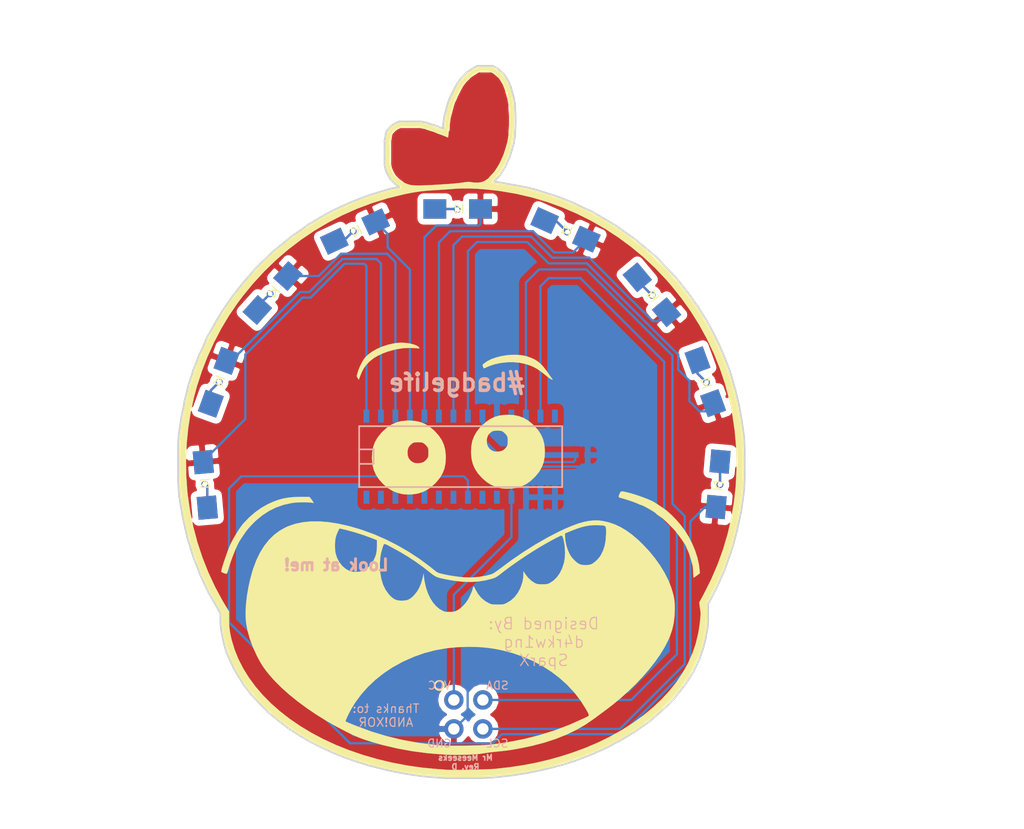
<source format=kicad_pcb>
(kicad_pcb (version 4) (host pcbnew 4.0.7)

  (general
    (links 37)
    (no_connects 0)
    (area 74.194599 65.253799 123.976201 127.837001)
    (thickness 1.6)
    (drawings 260)
    (tracks 173)
    (zones 0)
    (modules 23)
    (nets 32)
  )

  (page A4)
  (layers
    (0 F.Cu signal)
    (31 B.Cu signal)
    (32 B.Adhes user)
    (33 F.Adhes user)
    (34 B.Paste user)
    (35 F.Paste user)
    (36 B.SilkS user)
    (37 F.SilkS user)
    (38 B.Mask user)
    (39 F.Mask user)
    (40 Dwgs.User user)
    (41 Cmts.User user)
    (42 Eco1.User user)
    (43 Eco2.User user)
    (44 Edge.Cuts user)
    (45 Margin user)
    (46 B.CrtYd user)
    (47 F.CrtYd user)
    (48 B.Fab user)
    (49 F.Fab user)
  )

  (setup
    (last_trace_width 0.25)
    (user_trace_width 0.2)
    (user_trace_width 0.5)
    (trace_clearance 0.2)
    (zone_clearance 0.508)
    (zone_45_only yes)
    (trace_min 0.2)
    (segment_width 0.2)
    (edge_width 0.15)
    (via_size 0.6)
    (via_drill 0.4)
    (via_min_size 0.4)
    (via_min_drill 0.3)
    (uvia_size 0.3)
    (uvia_drill 0.1)
    (uvias_allowed no)
    (uvia_min_size 0.2)
    (uvia_min_drill 0.1)
    (pcb_text_width 0.3)
    (pcb_text_size 1.5 1.5)
    (mod_edge_width 0.15)
    (mod_text_size 1 1)
    (mod_text_width 0.15)
    (pad_size 1.524 1.524)
    (pad_drill 0.762)
    (pad_to_mask_clearance 0.2)
    (aux_axis_origin 0 0)
    (visible_elements 7FFFFFFF)
    (pcbplotparams
      (layerselection 0x010fc_80000001)
      (usegerberextensions true)
      (excludeedgelayer true)
      (linewidth 0.100000)
      (plotframeref false)
      (viasonmask false)
      (mode 1)
      (useauxorigin false)
      (hpglpennumber 1)
      (hpglpenspeed 20)
      (hpglpendiameter 15)
      (hpglpenoverlay 2)
      (psnegative false)
      (psa4output false)
      (plotreference true)
      (plotvalue true)
      (plotinvisibletext false)
      (padsonsilk false)
      (subtractmaskfromsilk true)
      (outputformat 1)
      (mirror false)
      (drillshape 0)
      (scaleselection 1)
      (outputdirectory gerbers/))
  )

  (net 0 "")
  (net 1 +3V3)
  (net 2 GND)
  (net 3 "Net-(D1-Pad2)")
  (net 4 "Net-(D2-Pad2)")
  (net 5 "Net-(D3-Pad2)")
  (net 6 "Net-(D4-Pad2)")
  (net 7 "Net-(D5-Pad2)")
  (net 8 "Net-(D6-Pad2)")
  (net 9 "Net-(D7-Pad2)")
  (net 10 "Net-(D8-Pad2)")
  (net 11 "Net-(D9-Pad2)")
  (net 12 "Net-(R1-Pad1)")
  (net 13 "Net-(R2-Pad1)")
  (net 14 "Net-(R3-Pad1)")
  (net 15 "Net-(R4-Pad1)")
  (net 16 "Net-(R5-Pad1)")
  (net 17 "Net-(R6-Pad1)")
  (net 18 "Net-(R7-Pad1)")
  (net 19 "Net-(R8-Pad1)")
  (net 20 "Net-(R9-Pad1)")
  (net 21 scl)
  (net 22 sda)
  (net 23 "Net-(U1-Pad19)")
  (net 24 "Net-(U1-Pad20)")
  (net 25 "Net-(U1-Pad22)")
  (net 26 "Net-(U1-Pad23)")
  (net 27 "Net-(U1-Pad24)")
  (net 28 "Net-(U1-Pad25)")
  (net 29 "Net-(U1-Pad26)")
  (net 30 "Net-(U1-Pad27)")
  (net 31 "Net-(U1-Pad28)")

  (net_class Default "This is the default net class."
    (clearance 0.2)
    (trace_width 0.25)
    (via_dia 0.6)
    (via_drill 0.4)
    (uvia_dia 0.3)
    (uvia_drill 0.1)
    (add_net +3V3)
    (add_net GND)
    (add_net "Net-(D1-Pad2)")
    (add_net "Net-(D2-Pad2)")
    (add_net "Net-(D3-Pad2)")
    (add_net "Net-(D4-Pad2)")
    (add_net "Net-(D5-Pad2)")
    (add_net "Net-(D6-Pad2)")
    (add_net "Net-(D7-Pad2)")
    (add_net "Net-(D8-Pad2)")
    (add_net "Net-(D9-Pad2)")
    (add_net "Net-(R1-Pad1)")
    (add_net "Net-(R2-Pad1)")
    (add_net "Net-(R3-Pad1)")
    (add_net "Net-(R4-Pad1)")
    (add_net "Net-(R5-Pad1)")
    (add_net "Net-(R6-Pad1)")
    (add_net "Net-(R7-Pad1)")
    (add_net "Net-(R8-Pad1)")
    (add_net "Net-(R9-Pad1)")
    (add_net "Net-(U1-Pad19)")
    (add_net "Net-(U1-Pad20)")
    (add_net "Net-(U1-Pad22)")
    (add_net "Net-(U1-Pad23)")
    (add_net "Net-(U1-Pad24)")
    (add_net "Net-(U1-Pad25)")
    (add_net "Net-(U1-Pad26)")
    (add_net "Net-(U1-Pad27)")
    (add_net "Net-(U1-Pad28)")
    (add_net scl)
    (add_net sda)
  )

  (module mrmeeseeks-design:silkscreen (layer F.Cu) (tedit 0) (tstamp 5B11B9D2)
    (at 99.05746 96.52254)
    (fp_text reference G*** (at 0 0) (layer F.SilkS) hide
      (effects (font (thickness 0.3)))
    )
    (fp_text value LOGO (at 0.75 0) (layer F.SilkS) hide
      (effects (font (thickness 0.3)))
    )
    (fp_poly (pts (xy 3.005667 -30.9506) (xy 3.352263 -30.72276) (xy 3.661619 -30.420503) (xy 3.932617 -30.045988)
      (xy 4.164133 -29.601375) (xy 4.355047 -29.088822) (xy 4.504238 -28.51049) (xy 4.610585 -27.868536)
      (xy 4.612096 -27.856444) (xy 4.630561 -27.648384) (xy 4.643987 -27.374214) (xy 4.652493 -27.051315)
      (xy 4.656196 -26.697062) (xy 4.655217 -26.328835) (xy 4.649674 -25.964012) (xy 4.639685 -25.619969)
      (xy 4.62537 -25.314086) (xy 4.606847 -25.06374) (xy 4.592125 -24.935605) (xy 4.474668 -24.309668)
      (xy 4.303701 -23.6893) (xy 4.085157 -23.087799) (xy 3.824973 -22.518461) (xy 3.529081 -21.994583)
      (xy 3.203417 -21.529463) (xy 2.931565 -21.214985) (xy 2.688167 -20.961026) (xy 3.090334 -20.911864)
      (xy 4.49938 -20.697428) (xy 5.887152 -20.402283) (xy 7.250583 -20.028402) (xy 8.586602 -19.577762)
      (xy 9.892143 -19.052338) (xy 11.164137 -18.454106) (xy 12.399516 -17.785041) (xy 13.595212 -17.047119)
      (xy 14.748155 -16.242315) (xy 15.855279 -15.372605) (xy 16.913515 -14.439965) (xy 17.919795 -13.446369)
      (xy 18.87105 -12.393795) (xy 19.764213 -11.284216) (xy 20.596214 -10.11961) (xy 21.123257 -9.300852)
      (xy 21.827719 -8.083388) (xy 22.455855 -6.839733) (xy 23.008841 -5.566409) (xy 23.487852 -4.259937)
      (xy 23.894064 -2.916838) (xy 24.228654 -1.533633) (xy 24.492797 -0.106843) (xy 24.667652 1.185333)
      (xy 24.691734 1.457007) (xy 24.711535 1.799433) (xy 24.727055 2.198806) (xy 24.738293 2.641321)
      (xy 24.745249 3.113171) (xy 24.747925 3.600551) (xy 24.746319 4.089656) (xy 24.740432 4.56668)
      (xy 24.730263 5.017817) (xy 24.715813 5.429261) (xy 24.697082 5.787207) (xy 24.67407 6.077849)
      (xy 24.667652 6.138333) (xy 24.464675 7.60497) (xy 24.19268 9.024354) (xy 23.850726 10.399568)
      (xy 23.437877 11.733693) (xy 22.953192 13.029813) (xy 22.395734 14.291008) (xy 21.867995 15.330409)
      (xy 21.541448 15.936559) (xy 21.545797 16.784196) (xy 21.541691 17.25959) (xy 21.524723 17.684367)
      (xy 21.495548 18.044112) (xy 21.484172 18.139833) (xy 21.32572 19.034051) (xy 21.086064 19.912166)
      (xy 20.767475 20.772234) (xy 20.372224 21.612311) (xy 19.90258 22.430452) (xy 19.360816 23.224714)
      (xy 18.749201 23.993152) (xy 18.070006 24.733821) (xy 17.325502 25.444777) (xy 16.517959 26.124077)
      (xy 15.649648 26.769774) (xy 14.72284 27.379927) (xy 13.739806 27.952589) (xy 12.702815 28.485817)
      (xy 11.614139 28.977666) (xy 10.476049 29.426193) (xy 9.290814 29.829452) (xy 8.060707 30.185499)
      (xy 7.154334 30.410185) (xy 5.976258 30.655951) (xy 4.769697 30.854555) (xy 3.51907 31.00825)
      (xy 2.286 31.114023) (xy 2.062104 31.125609) (xy 1.767922 31.13492) (xy 1.417807 31.141971)
      (xy 1.026107 31.146778) (xy 0.607175 31.149357) (xy 0.175361 31.149723) (xy -0.254984 31.147893)
      (xy -0.669511 31.143883) (xy -1.053867 31.137708) (xy -1.393702 31.129385) (xy -1.674666 31.118928)
      (xy -1.8415 31.109459) (xy -3.342718 30.968826) (xy -4.812322 30.761522) (xy -6.246712 30.488676)
      (xy -7.642287 30.151417) (xy -8.995447 29.750875) (xy -10.30259 29.288179) (xy -11.560118 28.764458)
      (xy -12.764428 28.180844) (xy -13.911921 27.538464) (xy -14.598975 27.107424) (xy -15.53131 26.456834)
      (xy -16.39787 25.770646) (xy -17.196505 25.051447) (xy -17.925067 24.301825) (xy -18.581406 23.524367)
      (xy -19.163375 22.72166) (xy -19.668823 21.896293) (xy -20.095603 21.050852) (xy -20.441565 20.187925)
      (xy -20.507631 19.992899) (xy -20.707059 19.307004) (xy -20.857021 18.62385) (xy -20.954375 17.961303)
      (xy -20.995975 17.337231) (xy -20.997333 17.210403) (xy -20.997333 16.772143) (xy -21.308214 16.249488)
      (xy -21.978647 15.041611) (xy -22.582785 13.785977) (xy -23.117569 12.491125) (xy -23.579942 11.165598)
      (xy -23.966843 9.817936) (xy -24.275216 8.456681) (xy -24.443835 7.493) (xy -24.504035 7.093624)
      (xy -24.554083 6.740805) (xy -24.594899 6.420763) (xy -24.627403 6.11972) (xy -24.652514 5.823897)
      (xy -24.671151 5.519516) (xy -24.684236 5.192797) (xy -24.692688 4.829962) (xy -24.697426 4.417232)
      (xy -24.69937 3.940829) (xy -24.699582 3.661833) (xy -24.69897 3.290659) (xy -24.08915 3.290659)
      (xy -24.072784 4.662639) (xy -23.980095 6.022884) (xy -23.936426 6.434667) (xy -23.734277 7.829118)
      (xy -23.451493 9.207881) (xy -23.089829 10.565828) (xy -22.651037 11.897832) (xy -22.136873 13.198768)
      (xy -21.549091 14.463508) (xy -20.889446 15.686926) (xy -20.609324 16.157905) (xy -20.32 16.631311)
      (xy -20.319865 17.300905) (xy -20.312465 17.703212) (xy -20.287788 18.062901) (xy -20.24185 18.411208)
      (xy -20.17067 18.779366) (xy -20.085651 19.137976) (xy -19.828572 19.987259) (xy -19.489987 20.821105)
      (xy -19.072036 21.637193) (xy -18.576857 22.433202) (xy -18.006588 23.20681) (xy -17.36337 23.955697)
      (xy -16.649341 24.67754) (xy -15.86664 25.370019) (xy -15.017405 26.030811) (xy -14.103777 26.657597)
      (xy -13.127893 27.248053) (xy -12.115263 27.788178) (xy -11.002277 28.30541) (xy -9.828211 28.775218)
      (xy -8.603997 29.194707) (xy -7.340566 29.560983) (xy -6.048849 29.871151) (xy -4.739777 30.122316)
      (xy -3.424282 30.311585) (xy -2.116666 30.435825) (xy -1.874857 30.45299) (xy -1.649556 30.469438)
      (xy -1.46048 30.483698) (xy -1.327349 30.494297) (xy -1.291166 30.497459) (xy -1.148365 30.505404)
      (xy -0.932821 30.510337) (xy -0.656395 30.512477) (xy -0.330949 30.512043) (xy 0.031655 30.509253)
      (xy 0.419555 30.504326) (xy 0.820889 30.49748) (xy 1.223796 30.488935) (xy 1.616414 30.478909)
      (xy 1.986881 30.467621) (xy 2.323336 30.455289) (xy 2.613916 30.442132) (xy 2.846759 30.428368)
      (xy 2.963334 30.419031) (xy 4.212908 30.280539) (xy 5.402905 30.103797) (xy 6.551051 29.885093)
      (xy 7.675069 29.62072) (xy 8.792684 29.306965) (xy 9.753487 28.997785) (xy 10.912291 28.570558)
      (xy 12.027689 28.092358) (xy 13.095534 27.566011) (xy 14.111677 26.994344) (xy 15.071968 26.380181)
      (xy 15.972261 25.72635) (xy 16.808405 25.035677) (xy 17.576254 24.310988) (xy 18.271657 23.555109)
      (xy 18.887223 22.775333) (xy 19.426091 21.969539) (xy 19.882225 21.148129) (xy 20.256433 20.309235)
      (xy 20.549521 19.450992) (xy 20.762299 18.571534) (xy 20.802465 18.3515) (xy 20.869037 17.933509)
      (xy 20.920375 17.550118) (xy 20.955577 17.211338) (xy 20.973741 16.927181) (xy 20.973966 16.707658)
      (xy 20.961284 16.588648) (xy 20.931426 16.412912) (xy 20.902937 16.210496) (xy 20.889753 16.097891)
      (xy 20.862169 15.83395) (xy 21.244891 15.124225) (xy 21.890615 13.839683) (xy 22.454856 12.532193)
      (xy 22.937509 11.202163) (xy 23.338474 9.849999) (xy 23.657647 8.47611) (xy 23.894925 7.080902)
      (xy 24.050207 5.664782) (xy 24.12339 4.228158) (xy 24.129656 3.661833) (xy 24.088212 2.220391)
      (xy 23.964432 0.796995) (xy 23.759143 -0.606191) (xy 23.473172 -1.987007) (xy 23.107346 -3.343289)
      (xy 22.662492 -4.672875) (xy 22.139437 -5.973603) (xy 21.539008 -7.243311) (xy 20.862033 -8.479837)
      (xy 20.109338 -9.681018) (xy 19.281751 -10.844692) (xy 18.380098 -11.968697) (xy 17.971673 -12.437213)
      (xy 17.003887 -13.457762) (xy 15.980206 -14.417029) (xy 14.904387 -15.313034) (xy 13.780188 -16.143801)
      (xy 12.611368 -16.907352) (xy 11.401684 -17.60171) (xy 10.154894 -18.224896) (xy 8.874757 -18.774935)
      (xy 7.56503 -19.249847) (xy 6.229472 -19.647655) (xy 4.871841 -19.966382) (xy 3.495894 -20.204051)
      (xy 3.115282 -20.254875) (xy 2.286261 -20.346557) (xy 1.502454 -20.408977) (xy 0.7718 -20.441814)
      (xy 0.102241 -20.44475) (xy -0.498284 -20.417464) (xy -0.635 -20.406039) (xy -0.802067 -20.39214)
      (xy -1.036197 -20.374733) (xy -1.319919 -20.355007) (xy -1.635758 -20.334155) (xy -1.966242 -20.313365)
      (xy -2.21088 -20.298667) (xy -2.702116 -20.266793) (xy -3.132093 -20.231329) (xy -3.524218 -20.18914)
      (xy -3.901898 -20.13709) (xy -4.28854 -20.072044) (xy -4.707549 -19.990864) (xy -5.058833 -19.91714)
      (xy -6.442384 -19.576934) (xy -7.795303 -19.158483) (xy -9.115178 -18.663369) (xy -10.399597 -18.093172)
      (xy -11.64615 -17.449474) (xy -12.852424 -16.733855) (xy -14.016009 -15.947896) (xy -15.134492 -15.093177)
      (xy -16.205462 -14.17128) (xy -17.226508 -13.183786) (xy -18.195218 -12.132275) (xy -19.109181 -11.018328)
      (xy -19.569097 -10.405174) (xy -20.317016 -9.307354) (xy -21.008133 -8.151934) (xy -21.638507 -6.94745)
      (xy -22.204197 -5.702438) (xy -22.701262 -4.425435) (xy -23.125763 -3.124977) (xy -23.405034 -2.0955)
      (xy -23.687135 -0.786134) (xy -23.895643 0.555318) (xy -24.029876 1.917901) (xy -24.08915 3.290659)
      (xy -24.69897 3.290659) (xy -24.698732 3.14666) (xy -24.695569 2.702364) (xy -24.689174 2.315165)
      (xy -24.678626 1.971285) (xy -24.663006 1.656945) (xy -24.641393 1.358367) (xy -24.612869 1.061772)
      (xy -24.576513 0.75338) (xy -24.531406 0.419415) (xy -24.476627 0.046095) (xy -24.443835 -0.169333)
      (xy -24.187083 -1.56661) (xy -23.850823 -2.939176) (xy -23.437353 -4.284152) (xy -22.948967 -5.59866)
      (xy -22.387963 -6.879823) (xy -21.756636 -8.124761) (xy -21.057282 -9.330597) (xy -20.292197 -10.494452)
      (xy -19.463678 -11.613448) (xy -18.574021 -12.684707) (xy -17.625521 -13.70535) (xy -16.620475 -14.6725)
      (xy -15.561178 -15.583277) (xy -14.449928 -16.434804) (xy -13.289019 -17.224202) (xy -12.080749 -17.948593)
      (xy -10.827412 -18.605099) (xy -9.531306 -19.190841) (xy -9.144 -19.348554) (xy -8.567543 -19.567789)
      (xy -7.955536 -19.782878) (xy -7.330457 -19.986744) (xy -6.714788 -20.172311) (xy -6.131006 -20.332503)
      (xy -5.639124 -20.451897) (xy -5.203414 -20.549504) (xy -5.39727 -20.648024) (xy -5.610736 -20.784261)
      (xy -5.834471 -20.97355) (xy -6.046448 -21.193206) (xy -6.224644 -21.42054) (xy -6.34156 -21.620734)
      (xy -6.421326 -21.799466) (xy -6.484636 -21.959451) (xy -6.533371 -22.113835) (xy -6.569413 -22.27576)
      (xy -6.594646 -22.458373) (xy -6.610952 -22.674815) (xy -6.620213 -22.938232) (xy -6.624311 -23.261768)
      (xy -6.625142 -23.600833) (xy -6.625108 -23.609727) (xy -6.201377 -23.609727) (xy -6.201375 -23.600833)
      (xy -6.199416 -23.235321) (xy -6.192454 -22.939535) (xy -6.178287 -22.698579) (xy -6.154712 -22.497561)
      (xy -6.11953 -22.321584) (xy -6.070536 -22.155756) (xy -6.005531 -21.985181) (xy -5.940327 -21.834866)
      (xy -5.790033 -21.588822) (xy -5.571298 -21.35193) (xy -5.300303 -21.136157) (xy -4.993227 -20.953472)
      (xy -4.66625 -20.815844) (xy -4.496292 -20.766677) (xy -4.347478 -20.738882) (xy -4.16153 -20.719864)
      (xy -3.930944 -20.709614) (xy -3.648218 -20.708126) (xy -3.30585 -20.715392) (xy -2.896337 -20.731404)
      (xy -2.412176 -20.756156) (xy -2.264833 -20.764501) (xy -1.734365 -20.796191) (xy -1.278334 -20.826009)
      (xy -0.886558 -20.854828) (xy -0.548851 -20.883518) (xy -0.255029 -20.912954) (xy 0.005092 -20.944005)
      (xy 0.241697 -20.977546) (xy 0.264877 -20.981136) (xy 0.482628 -21.011419) (xy 0.644751 -21.023215)
      (xy 0.778102 -21.017127) (xy 0.902087 -20.995441) (xy 1.059261 -20.972469) (xy 1.258413 -20.959941)
      (xy 1.457216 -20.960476) (xy 1.462711 -20.960721) (xy 1.671384 -20.977775) (xy 1.835222 -21.012883)
      (xy 1.993628 -21.075599) (xy 2.049448 -21.102979) (xy 2.339107 -21.290813) (xy 2.62471 -21.554372)
      (xy 2.901523 -21.884717) (xy 3.164813 -22.272909) (xy 3.409846 -22.710009) (xy 3.631887 -23.187078)
      (xy 3.826204 -23.695177) (xy 3.988061 -24.225367) (xy 4.112726 -24.76871) (xy 4.168791 -25.104938)
      (xy 4.192673 -25.330766) (xy 4.211087 -25.62112) (xy 4.223881 -25.956028) (xy 4.2309 -26.315517)
      (xy 4.231989 -26.679614) (xy 4.226994 -27.028347) (xy 4.21576 -27.341741) (xy 4.198133 -27.599825)
      (xy 4.188763 -27.687111) (xy 4.087465 -28.314807) (xy 3.948453 -28.874098) (xy 3.772535 -29.363331)
      (xy 3.560518 -29.780854) (xy 3.313209 -30.125015) (xy 3.031417 -30.394163) (xy 2.788949 -30.550567)
      (xy 2.680538 -30.604133) (xy 2.584101 -30.63889) (xy 2.476416 -30.658854) (xy 2.334257 -30.668042)
      (xy 2.134399 -30.670471) (xy 2.0955 -30.6705) (xy 1.886512 -30.669052) (xy 1.737359 -30.661545)
      (xy 1.623219 -30.64324) (xy 1.519273 -30.609393) (xy 1.400697 -30.555265) (xy 1.343609 -30.526872)
      (xy 0.977198 -30.298151) (xy 0.630454 -29.992888) (xy 0.306423 -29.617561) (xy 0.008151 -29.178647)
      (xy -0.261313 -28.682624) (xy -0.498924 -28.135968) (xy -0.701634 -27.545159) (xy -0.866396 -26.916672)
      (xy -0.990164 -26.256986) (xy -1.06989 -25.572579) (xy -1.084698 -25.364495) (xy -1.102779 -25.130594)
      (xy -1.123622 -24.980148) (xy -1.14742 -24.911982) (xy -1.160072 -24.908197) (xy -1.383393 -25.002896)
      (xy -1.647818 -25.110515) (xy -1.936952 -25.224822) (xy -2.2344 -25.339588) (xy -2.523766 -25.448581)
      (xy -2.788655 -25.545571) (xy -3.012672 -25.624326) (xy -3.179421 -25.678617) (xy -3.213334 -25.688507)
      (xy -3.361343 -25.728353) (xy -3.490674 -25.757652) (xy -3.618734 -25.77801) (xy -3.762936 -25.791034)
      (xy -3.940687 -25.79833) (xy -4.169398 -25.801505) (xy -4.445 -25.802167) (xy -4.732711 -25.801567)
      (xy -4.94996 -25.798878) (xy -5.110946 -25.792763) (xy -5.22987 -25.781889) (xy -5.320932 -25.76492)
      (xy -5.398333 -25.74052) (xy -5.476274 -25.707354) (xy -5.482166 -25.704647) (xy -5.66531 -25.608395)
      (xy -5.815617 -25.498573) (xy -5.9361 -25.366371) (xy -6.029771 -25.202978) (xy -6.099642 -24.999581)
      (xy -6.148726 -24.747368) (xy -6.180035 -24.43753) (xy -6.196582 -24.061253) (xy -6.201377 -23.609727)
      (xy -6.625108 -23.609727) (xy -6.623594 -24.004764) (xy -6.618063 -24.335351) (xy -6.607242 -24.603876)
      (xy -6.589828 -24.82162) (xy -6.564514 -24.999866) (xy -6.529996 -25.149893) (xy -6.484969 -25.282984)
      (xy -6.428128 -25.410419) (xy -6.412114 -25.442333) (xy -6.249112 -25.681899) (xy -6.024033 -25.899509)
      (xy -5.75946 -26.074268) (xy -5.693833 -26.106935) (xy -5.439833 -26.2255) (xy -4.445 -26.2255)
      (xy -4.125284 -26.225053) (xy -3.875667 -26.222927) (xy -3.681582 -26.217948) (xy -3.528463 -26.208938)
      (xy -3.401744 -26.194723) (xy -3.286858 -26.174126) (xy -3.169238 -26.145971) (xy -3.047061 -26.112655)
      (xy -2.845926 -26.051158) (xy -2.59857 -25.96779) (xy -2.33677 -25.873621) (xy -2.098522 -25.782206)
      (xy -1.866953 -25.69129) (xy -1.702233 -25.63366) (xy -1.592957 -25.610277) (xy -1.52772 -25.622103)
      (xy -1.495117 -25.6701) (xy -1.483741 -25.755232) (xy -1.482315 -25.834195) (xy -1.472232 -26.001755)
      (xy -1.445345 -26.230213) (xy -1.405103 -26.498261) (xy -1.354956 -26.78459) (xy -1.298355 -27.067891)
      (xy -1.244172 -27.305) (xy -1.09333 -27.830088) (xy -0.901846 -28.355801) (xy -0.678862 -28.861724)
      (xy -0.43352 -29.327441) (xy -0.17496 -29.732536) (xy -0.128782 -29.796013) (xy 0.132259 -30.114314)
      (xy 0.420514 -30.408664) (xy 0.718505 -30.663325) (xy 1.008752 -30.862557) (xy 1.128522 -30.928115)
      (xy 1.4605 -31.093833) (xy 2.7305 -31.093833) (xy 3.005667 -30.9506)) (layer F.SilkS) (width 0.01))
    (fp_poly (pts (xy 12.034204 8.651219) (xy 12.388244 8.693736) (xy 12.929488 8.815945) (xy 13.449438 8.991842)
      (xy 13.956076 9.226074) (xy 14.457381 9.523285) (xy 14.961336 9.888121) (xy 15.475919 10.325229)
      (xy 15.920375 10.749802) (xy 16.476724 11.344579) (xy 16.984734 11.965923) (xy 17.437884 12.603896)
      (xy 17.829656 13.248559) (xy 18.153529 13.889972) (xy 18.402984 14.518197) (xy 18.414266 14.551723)
      (xy 18.540898 14.960361) (xy 18.630297 15.324339) (xy 18.687277 15.672485) (xy 18.716647 16.03363)
      (xy 18.723411 16.404167) (xy 18.697397 17.050224) (xy 18.622274 17.645117) (xy 18.493605 18.2096)
      (xy 18.306953 18.764432) (xy 18.130745 19.177) (xy 17.823338 19.772567) (xy 17.443346 20.391899)
      (xy 16.997051 21.027971) (xy 16.49074 21.673762) (xy 15.930697 22.322248) (xy 15.323205 22.966406)
      (xy 14.674551 23.599213) (xy 13.991018 24.213644) (xy 13.278891 24.802679) (xy 12.701042 25.244837)
      (xy 12.459044 25.423776) (xy 12.192468 25.621383) (xy 11.929524 25.816716) (xy 11.698426 25.988834)
      (xy 11.641743 26.031154) (xy 10.893607 26.5447) (xy 10.088809 27.009097) (xy 9.22454 27.425474)
      (xy 8.297992 27.794962) (xy 7.306358 28.11869) (xy 6.24683 28.397789) (xy 5.228167 28.612643)
      (xy 4.896312 28.674218) (xy 4.612933 28.724189) (xy 4.356364 28.76563) (xy 4.10494 28.801615)
      (xy 3.836994 28.835219) (xy 3.530859 28.869516) (xy 3.164872 28.90758) (xy 3.111384 28.913004)
      (xy 2.818143 28.944885) (xy 2.515464 28.981623) (xy 2.228443 29.019912) (xy 1.982176 29.056446)
      (xy 1.8415 29.080302) (xy 1.620436 29.111619) (xy 1.329237 29.138465) (xy 0.982334 29.160471)
      (xy 0.59416 29.177266) (xy 0.179146 29.188479) (xy -0.248274 29.193741) (xy -0.67367 29.192679)
      (xy -1.08261 29.184925) (xy -1.460661 29.170108) (xy -1.524 29.16668) (xy -2.905976 29.053962)
      (xy -4.272795 28.874314) (xy -5.612436 28.629872) (xy -6.912876 28.322767) (xy -7.923886 28.03122)
      (xy -8.307917 27.908277) (xy -8.635887 27.796149) (xy -8.931665 27.685196) (xy -9.21912 27.565778)
      (xy -9.522122 27.428255) (xy -9.864541 27.262986) (xy -10.033 27.179415) (xy -10.952303 26.697962)
      (xy -11.759547 26.23499) (xy -10.117666 26.23499) (xy -10.115551 26.249849) (xy -10.103234 26.265634)
      (xy -10.071762 26.286359) (xy -10.012181 26.316035) (xy -9.915537 26.358674) (xy -9.772875 26.418288)
      (xy -9.575242 26.498889) (xy -9.313683 26.604491) (xy -9.110352 26.686344) (xy -7.830412 27.15674)
      (xy -6.505953 27.555926) (xy -5.138964 27.883443) (xy -3.731429 28.138832) (xy -2.285337 28.321634)
      (xy -1.862666 28.360695) (xy -1.648957 28.373605) (xy -1.364632 28.382891) (xy -1.023063 28.388728)
      (xy -0.637622 28.391291) (xy -0.221679 28.390754) (xy 0.211395 28.38729) (xy 0.648227 28.381074)
      (xy 1.075447 28.372281) (xy 1.479683 28.361084) (xy 1.847564 28.347657) (xy 2.16572 28.332176)
      (xy 2.420777 28.314813) (xy 2.54 28.303335) (xy 4.018855 28.097371) (xy 5.45276 27.819993)
      (xy 6.842674 27.470925) (xy 8.189556 27.049893) (xy 9.494364 26.556621) (xy 10.758058 25.990835)
      (xy 10.974963 25.884388) (xy 11.078272 25.832516) (xy 11.147775 25.787471) (xy 11.182363 25.736321)
      (xy 11.180926 25.666135) (xy 11.142354 25.563982) (xy 11.065538 25.41693) (xy 10.949368 25.212048)
      (xy 10.911603 25.146) (xy 10.443387 24.41064) (xy 9.904258 23.716388) (xy 9.299064 23.066553)
      (xy 8.632654 22.464444) (xy 7.909874 21.913373) (xy 7.135574 21.416647) (xy 6.314601 20.977576)
      (xy 5.451803 20.599471) (xy 4.55203 20.285641) (xy 3.620127 20.039395) (xy 3.346263 19.981439)
      (xy 2.804773 19.882654) (xy 2.291614 19.810508) (xy 1.778765 19.762354) (xy 1.238205 19.735546)
      (xy 0.656167 19.727436) (xy -0.368601 19.760518) (xy -1.348462 19.861116) (xy -2.292173 20.031257)
      (xy -3.208489 20.272967) (xy -4.106167 20.588275) (xy -4.993963 20.979206) (xy -5.207 21.084742)
      (xy -6.023577 21.539939) (xy -6.789877 22.052413) (xy -7.500918 22.617581) (xy -8.15172 23.230862)
      (xy -8.737301 23.887672) (xy -9.25268 24.583432) (xy -9.576191 25.103667) (xy -9.681086 25.292901)
      (xy -9.789361 25.4995) (xy -9.893457 25.707675) (xy -9.985817 25.901636) (xy -10.058885 26.065593)
      (xy -10.105102 26.183755) (xy -10.117666 26.23499) (xy -11.759547 26.23499) (xy -11.849821 26.183216)
      (xy -12.717042 25.64129) (xy -13.545451 25.078296) (xy -14.326534 24.500346) (xy -15.051777 23.913552)
      (xy -15.712665 23.324027) (xy -16.300686 22.737883) (xy -16.459869 22.565538) (xy -16.798508 22.179307)
      (xy -17.084708 21.823691) (xy -17.333049 21.477561) (xy -17.558111 21.119792) (xy -17.774473 20.729257)
      (xy -17.907296 20.468167) (xy -18.248992 19.715604) (xy -18.517568 18.986233) (xy -18.71204 18.283441)
      (xy -18.831422 17.610613) (xy -18.869746 17.160113) (xy -18.872275 16.568512) (xy -18.832041 15.923529)
      (xy -18.751838 15.243148) (xy -18.634457 14.545355) (xy -18.482692 13.848132) (xy -18.299336 13.169466)
      (xy -18.201628 12.857719) (xy -17.927507 12.127784) (xy -17.608314 11.468709) (xy -17.244262 10.880755)
      (xy -17.104199 10.70372) (xy -11.042877 10.70372) (xy -11.042805 11.015494) (xy -11.022867 11.310666)
      (xy -10.983419 11.554761) (xy -10.851621 11.954989) (xy -10.657782 12.316988) (xy -10.410045 12.630892)
      (xy -10.116549 12.886835) (xy -9.785436 13.074951) (xy -9.700929 13.109039) (xy -9.54053 13.143259)
      (xy -9.303163 13.156069) (xy -9.144 13.153917) (xy -8.944604 13.144763) (xy -8.800552 13.127788)
      (xy -8.682526 13.09615) (xy -8.561208 13.043006) (xy -8.473801 12.9975) (xy -8.174504 12.79175)
      (xy -7.980676 12.593214) (xy -7.112 12.593214) (xy -7.080983 13.207208) (xy -6.98821 13.766815)
      (xy -6.834096 14.270799) (xy -6.619055 14.717926) (xy -6.343503 15.106959) (xy -6.223 15.239318)
      (xy -6.00657 15.438467) (xy -5.800443 15.571397) (xy -5.57961 15.648839) (xy -5.319068 15.681529)
      (xy -5.185833 15.6845) (xy -4.89998 15.668055) (xy -4.664807 15.611565) (xy -4.455308 15.504297)
      (xy -4.246476 15.335517) (xy -4.148666 15.239318) (xy -3.885023 14.924331) (xy -3.669653 14.566024)
      (xy -3.497079 14.153181) (xy -3.361824 13.674584) (xy -3.342818 13.589) (xy -3.306357 13.423255)
      (xy -3.283278 13.33387) (xy -3.270369 13.314181) (xy -3.264413 13.357524) (xy -3.262645 13.42279)
      (xy -3.253904 13.5532) (xy -3.23313 13.735013) (xy -3.204154 13.936466) (xy -3.191312 14.014341)
      (xy -3.073516 14.539829) (xy -2.909896 15.024095) (xy -2.704812 15.460603) (xy -2.46262 15.842817)
      (xy -2.18768 16.164201) (xy -1.884348 16.418218) (xy -1.556982 16.598331) (xy -1.439333 16.642113)
      (xy -1.349793 16.656595) (xy -1.202211 16.665322) (xy -1.02309 16.667019) (xy -0.9525 16.665561)
      (xy -0.7566 16.656435) (xy -0.614015 16.637838) (xy -0.49342 16.602334) (xy -0.363486 16.542492)
      (xy -0.305593 16.512062) (xy -0.072291 16.356518) (xy 0.167411 16.143016) (xy 0.391882 15.893491)
      (xy 0.57949 15.629877) (xy 0.602862 15.590907) (xy 0.676494 15.455002) (xy 0.759428 15.286626)
      (xy 0.843021 15.1054) (xy 0.918629 14.930944) (xy 0.97761 14.782879) (xy 1.011322 14.680826)
      (xy 1.016 14.653032) (xy 1.030001 14.585098) (xy 1.05974 14.495468) (xy 1.083013 14.44208)
      (xy 1.105896 14.42859) (xy 1.13797 14.464624) (xy 1.188815 14.559806) (xy 1.250394 14.686984)
      (xy 1.488448 15.099843) (xy 1.774619 15.443817) (xy 2.111078 15.721135) (xy 2.437495 15.90577)
      (xy 2.552538 15.956459) (xy 2.654711 15.990066) (xy 2.766386 16.010052) (xy 2.909937 16.01988)
      (xy 3.107735 16.023012) (xy 3.196167 16.023167) (xy 3.416247 16.021854) (xy 3.574406 16.015373)
      (xy 3.693379 15.999913) (xy 3.795901 15.971658) (xy 3.904707 15.926798) (xy 3.979334 15.891819)
      (xy 4.354732 15.666398) (xy 4.682487 15.372719) (xy 4.960034 15.014191) (xy 5.18481 14.594224)
      (xy 5.35425 14.116229) (xy 5.376083 14.034478) (xy 5.419097 13.824713) (xy 5.449645 13.596366)
      (xy 5.461 13.402665) (xy 5.461 13.102873) (xy 5.629124 13.360178) (xy 5.862196 13.661671)
      (xy 6.134049 13.920515) (xy 6.423132 14.116371) (xy 6.439629 14.125188) (xy 6.55113 14.180038)
      (xy 6.650465 14.21511) (xy 6.762015 14.234756) (xy 6.910156 14.243324) (xy 7.112 14.245167)
      (xy 7.318965 14.243189) (xy 7.465678 14.234356) (xy 7.576519 14.214318) (xy 7.675864 14.178725)
      (xy 7.784372 14.125188) (xy 8.111509 13.906101) (xy 8.401601 13.615982) (xy 8.649838 13.262091)
      (xy 8.851409 12.851685) (xy 9.001502 12.392025) (xy 9.038475 12.23287) (xy 9.087217 11.894203)
      (xy 9.104791 11.512051) (xy 9.0927 11.112645) (xy 9.052446 10.722221) (xy 8.985532 10.367011)
      (xy 8.918519 10.138833) (xy 8.868004 10.027281) (xy 8.81294 9.98196) (xy 8.769023 9.979438)
      (xy 8.694245 10.004587) (xy 8.556961 10.067384) (xy 8.367484 10.162279) (xy 8.136126 10.28372)
      (xy 7.873196 10.426157) (xy 7.589009 10.584038) (xy 7.293874 10.751812) (xy 6.998103 10.923929)
      (xy 6.838244 11.018822) (xy 6.315012 11.340114) (xy 5.768281 11.691019) (xy 5.216021 12.059222)
      (xy 4.676204 12.43241) (xy 4.166801 12.79827) (xy 3.705782 13.144488) (xy 3.494751 13.309792)
      (xy 3.295331 13.464125) (xy 3.136445 13.574032) (xy 2.996247 13.652332) (xy 2.852888 13.711843)
      (xy 2.753494 13.744723) (xy 2.128074 13.905792) (xy 1.486517 14.005287) (xy 0.819964 14.043371)
      (xy 0.119556 14.02021) (xy -0.623566 13.935967) (xy -1.280548 13.819489) (xy -1.586085 13.756006)
      (xy -1.824514 13.701202) (xy -2.012003 13.64847) (xy -2.164718 13.591209) (xy -2.298828 13.522812)
      (xy -2.4305 13.436675) (xy -2.575902 13.326195) (xy -2.667 13.253133) (xy -3.330354 12.734401)
      (xy -3.97964 12.265617) (xy -4.638711 11.831119) (xy -5.331426 11.415246) (xy -6.081638 11.002337)
      (xy -6.152249 10.965071) (xy -6.377086 10.845896) (xy -6.538545 10.764535) (xy -6.650105 10.723292)
      (xy -6.725248 10.72447) (xy -6.777455 10.770372) (xy -6.820206 10.863302) (xy -6.866982 11.005563)
      (xy -6.894787 11.091936) (xy -7.006723 11.498145) (xy -7.076789 11.916836) (xy -7.108893 12.375021)
      (xy -7.112 12.593214) (xy -7.980676 12.593214) (xy -7.907874 12.518645) (xy -7.684253 12.192498)
      (xy -7.513982 11.827626) (xy -7.431581 11.554761) (xy -7.402275 11.383233) (xy -7.380035 11.161493)
      (xy -7.367938 10.923899) (xy -7.366626 10.829738) (xy -7.366 10.377643) (xy -7.90575 10.167463)
      (xy -8.560324 9.929177) (xy -9.247371 9.70923) (xy -9.921841 9.521822) (xy -10.074271 9.483887)
      (xy -10.274866 9.435668) (xy -10.444809 9.395729) (xy -10.567681 9.367863) (xy -10.627059 9.355864)
      (xy -10.629376 9.355667) (xy -10.667067 9.39259) (xy -10.723593 9.490685) (xy -10.79061 9.630939)
      (xy -10.859771 9.794339) (xy -10.922731 9.961871) (xy -10.971143 10.114523) (xy -10.983419 10.162239)
      (xy -11.023081 10.408312) (xy -11.042877 10.70372) (xy -17.104199 10.70372) (xy -16.835568 10.364181)
      (xy -16.382447 9.919248) (xy -15.885114 9.546215) (xy -15.343784 9.245343) (xy -15.134166 9.153093)
      (xy -14.519183 8.94491) (xy -13.855442 8.805834) (xy -13.143087 8.735856) (xy -12.382266 8.73497)
      (xy -11.573124 8.803167) (xy -10.715807 8.94044) (xy -9.810461 9.146781) (xy -8.857232 9.422182)
      (xy -8.62393 9.497702) (xy -7.599346 9.873777) (xy -6.57112 10.324503) (xy -5.553685 10.841818)
      (xy -4.561469 11.417656) (xy -3.608905 12.043955) (xy -2.710421 12.71265) (xy -2.360194 12.997893)
      (xy -2.206875 13.120417) (xy -2.079387 13.202386) (xy -1.944618 13.260432) (xy -1.769458 13.311189)
      (xy -1.704027 13.327495) (xy -1.222913 13.431652) (xy -0.69204 13.523037) (xy -0.146002 13.596126)
      (xy 0.195852 13.630787) (xy 0.845819 13.651628) (xy 1.513817 13.605721) (xy 2.171389 13.496117)
      (xy 2.667 13.365811) (xy 2.785497 13.310907) (xy 2.958393 13.204979) (xy 3.177156 13.053644)
      (xy 3.433258 12.86252) (xy 3.446022 12.852691) (xy 4.452514 12.107247) (xy 5.484166 11.402482)
      (xy 6.52595 10.747875) (xy 7.562841 10.152904) (xy 8.26445 9.788225) (xy 9.101667 9.788225)
      (xy 9.101667 10.033889) (xy 9.130683 10.407762) (xy 9.21192 10.809413) (xy 9.336664 11.207837)
      (xy 9.496201 11.572032) (xy 9.572533 11.709071) (xy 9.705952 11.897554) (xy 9.875018 12.088389)
      (xy 10.060403 12.263528) (xy 10.242777 12.404921) (xy 10.402812 12.494519) (xy 10.421131 12.501479)
      (xy 10.639958 12.550875) (xy 10.897731 12.567219) (xy 11.155404 12.550405) (xy 11.363214 12.504071)
      (xy 11.535532 12.417134) (xy 11.729135 12.274044) (xy 11.924427 12.092791) (xy 12.101814 11.891365)
      (xy 12.229134 11.709071) (xy 12.431491 11.30733) (xy 12.575849 10.866957) (xy 12.664379 10.37885)
      (xy 12.699252 9.833905) (xy 12.7 9.734432) (xy 12.699592 9.501301) (xy 12.690545 9.332257)
      (xy 12.661125 9.21653) (xy 12.5996 9.143353) (xy 12.494235 9.101956) (xy 12.333297 9.081573)
      (xy 12.105053 9.071433) (xy 11.972964 9.067203) (xy 11.60315 9.066775) (xy 11.252493 9.093395)
      (xy 10.903511 9.150833) (xy 10.53872 9.242863) (xy 10.140635 9.373254) (xy 9.691773 9.545779)
      (xy 9.621701 9.574407) (xy 9.101667 9.788225) (xy 8.26445 9.788225) (xy 8.487834 9.672116)
      (xy 9.129967 9.368929) (xy 9.715952 9.120945) (xy 10.252374 8.92651) (xy 10.745823 8.783973)
      (xy 11.202885 8.69168) (xy 11.63015 8.64798) (xy 12.034204 8.651219)) (layer F.SilkS) (width 0.01))
    (fp_poly (pts (xy 14.156081 6.106108) (xy 14.303923 6.132277) (xy 14.5174 6.181563) (xy 14.520334 6.182261)
      (xy 14.833066 6.263682) (xy 15.172245 6.364047) (xy 15.522987 6.47788) (xy 15.870407 6.599709)
      (xy 16.199621 6.72406) (xy 16.495744 6.845458) (xy 16.743893 6.958431) (xy 16.929183 7.057504)
      (xy 16.96881 7.082703) (xy 17.062931 7.145041) (xy 17.209229 7.240953) (xy 17.388771 7.358063)
      (xy 17.582618 7.483995) (xy 17.610667 7.502174) (xy 18.018457 7.800913) (xy 18.441956 8.178064)
      (xy 18.877065 8.629718) (xy 19.24512 9.059645) (xy 19.619895 9.566961) (xy 19.959047 10.120992)
      (xy 20.256121 10.706413) (xy 20.50466 11.3079) (xy 20.698206 11.910128) (xy 20.830302 12.497774)
      (xy 20.888348 12.959475) (xy 20.912725 13.28245) (xy 20.690446 13.448986) (xy 20.538299 13.561604)
      (xy 20.440964 13.62914) (xy 20.38652 13.658621) (xy 20.363047 13.657074) (xy 20.358894 13.644415)
      (xy 20.342351 13.468024) (xy 20.331176 13.311922) (xy 20.32249 13.132641) (xy 20.318941 13.041342)
      (xy 20.308581 12.866157) (xy 20.292589 12.70718) (xy 20.27439 12.598292) (xy 20.274023 12.596842)
      (xy 20.176864 12.227407) (xy 20.091316 11.926352) (xy 20.012513 11.679009) (xy 19.935589 11.470708)
      (xy 19.85568 11.286782) (xy 19.805704 11.184818) (xy 19.755719 11.074535) (xy 19.728822 10.991362)
      (xy 19.727334 10.978186) (xy 19.702788 10.912845) (xy 19.635096 10.793407) (xy 19.533176 10.632544)
      (xy 19.405947 10.442926) (xy 19.262325 10.237223) (xy 19.111228 10.028106) (xy 18.961576 9.828244)
      (xy 18.822285 9.65031) (xy 18.702274 9.506973) (xy 18.656256 9.456417) (xy 18.39486 9.184714)
      (xy 18.148385 8.937176) (xy 17.925893 8.722437) (xy 17.736444 8.549132) (xy 17.589101 8.425897)
      (xy 17.529774 8.382907) (xy 17.347243 8.261297) (xy 17.223806 8.175659) (xy 17.146974 8.116746)
      (xy 17.104263 8.075309) (xy 17.092143 8.058797) (xy 17.030591 8.000041) (xy 16.909428 7.913319)
      (xy 16.744593 7.807666) (xy 16.552028 7.692118) (xy 16.347672 7.575711) (xy 16.147466 7.46748)
      (xy 15.967349 7.376462) (xy 15.823263 7.31169) (xy 15.731146 7.282202) (xy 15.720575 7.281333)
      (xy 15.66305 7.26403) (xy 15.554181 7.218826) (xy 15.427419 7.160191) (xy 15.291835 7.102455)
      (xy 15.096285 7.029024) (xy 14.862335 6.947025) (xy 14.611551 6.863585) (xy 14.365499 6.785832)
      (xy 14.145746 6.720892) (xy 13.973858 6.675894) (xy 13.93825 6.668047) (xy 13.844432 6.633416)
      (xy 13.80494 6.571013) (xy 13.81824 6.467727) (xy 13.8828 6.310448) (xy 13.893769 6.287632)
      (xy 13.942717 6.193817) (xy 13.991842 6.134125) (xy 14.057509 6.105807) (xy 14.156081 6.106108)) (layer F.SilkS) (width 0.01))
    (fp_poly (pts (xy -13.171357 6.717501) (xy -13.075208 6.843483) (xy -12.988732 6.972835) (xy -12.981223 6.985393)
      (xy -12.902613 7.119223) (xy -13.14503 7.088935) (xy -13.416954 7.066733) (xy -13.742029 7.058472)
      (xy -14.09001 7.06349) (xy -14.430652 7.081122) (xy -14.733708 7.110706) (xy -14.839954 7.126116)
      (xy -15.529095 7.278035) (xy -16.178985 7.50277) (xy -16.793582 7.802364) (xy -17.376846 8.178865)
      (xy -17.932735 8.634318) (xy -18.141386 8.832228) (xy -18.332709 9.027664) (xy -18.520832 9.23196)
      (xy -18.688931 9.426013) (xy -18.820182 9.590723) (xy -18.865826 9.654752) (xy -18.98426 9.830165)
      (xy -19.105749 10.008327) (xy -19.207968 10.156538) (xy -19.227083 10.183919) (xy -19.351372 10.370986)
      (xy -19.465721 10.566331) (xy -19.577984 10.785857) (xy -19.696012 11.045466) (xy -19.827657 11.36106)
      (xy -19.908798 11.564479) (xy -20.040887 11.904739) (xy -20.147841 12.194028) (xy -20.238664 12.458856)
      (xy -20.322363 12.725728) (xy -20.407945 13.021154) (xy -20.427634 13.091583) (xy -20.473469 13.234112)
      (xy -20.524536 13.309783) (xy -20.60011 13.32617) (xy -20.719468 13.290845) (xy -20.822743 13.246817)
      (xy -21.007986 13.164614) (xy -20.979517 12.985224) (xy -20.952616 12.868065) (xy -20.900811 12.687034)
      (xy -20.829299 12.457395) (xy -20.743276 12.194412) (xy -20.647939 11.913348) (xy -20.548483 11.629467)
      (xy -20.450106 11.358033) (xy -20.358003 11.114309) (xy -20.277371 10.91356) (xy -20.261714 10.87674)
      (xy -20.12598 10.587673) (xy -19.956205 10.266123) (xy -19.764283 9.931618) (xy -19.562105 9.603686)
      (xy -19.361563 9.301855) (xy -19.174549 9.045654) (xy -19.065517 8.912428) (xy -18.569204 8.393186)
      (xy -18.039579 7.932839) (xy -17.487668 7.54013) (xy -16.9545 7.238535) (xy -16.488301 7.023693)
      (xy -16.048627 6.85761) (xy -15.614503 6.735555) (xy -15.164958 6.652798) (xy -14.679019 6.60461)
      (xy -14.135714 6.586261) (xy -14.060357 6.585822) (xy -13.282881 6.583439) (xy -13.171357 6.717501)) (layer F.SilkS) (width 0.01))
    (fp_poly (pts (xy -4.070378 -0.074323) (xy -3.619392 0.014706) (xy -3.206024 0.169696) (xy -2.817256 0.396055)
      (xy -2.440067 0.699189) (xy -2.286 0.846667) (xy -1.950229 1.222459) (xy -1.693337 1.604575)
      (xy -1.509818 2.006259) (xy -1.394167 2.440755) (xy -1.340879 2.921307) (xy -1.335783 3.132667)
      (xy -1.363454 3.632868) (xy -1.452541 4.083804) (xy -1.608275 4.498059) (xy -1.835887 4.88822)
      (xy -2.14061 5.266871) (xy -2.286 5.418667) (xy -2.61939 5.721267) (xy -2.951429 5.955314)
      (xy -3.303543 6.133797) (xy -3.683 6.265686) (xy -3.97404 6.328083) (xy -4.307115 6.365935)
      (xy -4.651098 6.378031) (xy -4.97486 6.363163) (xy -5.223893 6.325579) (xy -5.669505 6.199935)
      (xy -6.061684 6.029827) (xy -6.421361 5.803573) (xy -6.769472 5.509492) (xy -6.879166 5.401863)
      (xy -7.212663 5.021798) (xy -7.467098 4.631502) (xy -7.64739 4.218951) (xy -7.758459 3.77212)
      (xy -7.805223 3.278984) (xy -7.807464 3.132667) (xy -7.780144 2.651387) (xy -4.69186 2.651387)
      (xy -4.674507 2.948715) (xy -4.587693 3.198173) (xy -4.430123 3.402108) (xy -4.200501 3.562867)
      (xy -4.184355 3.571215) (xy -4.009475 3.624239) (xy -3.792395 3.639434) (xy -3.565504 3.619037)
      (xy -3.361189 3.565282) (xy -3.245107 3.506399) (xy -3.113389 3.395609) (xy -2.991984 3.261906)
      (xy -2.969941 3.231892) (xy -2.913597 3.141018) (xy -2.879858 3.052213) (xy -2.863108 2.939384)
      (xy -2.857734 2.776438) (xy -2.8575 2.709333) (xy -2.860416 2.524801) (xy -2.872908 2.39875)
      (xy -2.900591 2.305086) (xy -2.949078 2.217717) (xy -2.969941 2.186774) (xy -3.08121 2.055001)
      (xy -3.215188 1.93357) (xy -3.245107 1.911607) (xy -3.335982 1.855264) (xy -3.424787 1.821524)
      (xy -3.537616 1.804775) (xy -3.700562 1.799401) (xy -3.767666 1.799167) (xy -3.952198 1.802083)
      (xy -4.07825 1.814575) (xy -4.171913 1.842257) (xy -4.259283 1.890744) (xy -4.290226 1.911607)
      (xy -4.486521 2.080342) (xy -4.612574 2.274468) (xy -4.67846 2.512542) (xy -4.69186 2.651387)
      (xy -7.780144 2.651387) (xy -7.778989 2.631045) (xy -7.68996 2.180059) (xy -7.53497 1.766691)
      (xy -7.308611 1.377922) (xy -7.005477 1.000734) (xy -6.858 0.846667) (xy -6.481797 0.510547)
      (xy -6.099342 0.253416) (xy -5.697617 0.069866) (xy -5.263603 -0.045509) (xy -4.784282 -0.098116)
      (xy -4.572 -0.102798) (xy -4.070378 -0.074323)) (layer F.SilkS) (width 0.01))
    (fp_poly (pts (xy 4.607955 -0.582323) (xy 5.058941 -0.493294) (xy 5.472309 -0.338304) (xy 5.861078 -0.111945)
      (xy 6.238266 0.191189) (xy 6.392334 0.338667) (xy 6.728104 0.714459) (xy 6.984996 1.096575)
      (xy 7.168515 1.498259) (xy 7.284166 1.932755) (xy 7.337455 2.413307) (xy 7.34255 2.624667)
      (xy 7.314879 3.124868) (xy 7.225793 3.575804) (xy 7.070059 3.990059) (xy 6.842446 4.38022)
      (xy 6.537724 4.758871) (xy 6.392334 4.910667) (xy 6.058943 5.213267) (xy 5.726904 5.447314)
      (xy 5.37479 5.625797) (xy 4.995334 5.757686) (xy 4.704293 5.820083) (xy 4.371218 5.857935)
      (xy 4.027236 5.870031) (xy 3.703474 5.855163) (xy 3.454441 5.817579) (xy 3.008828 5.691935)
      (xy 2.61665 5.521827) (xy 2.256972 5.295573) (xy 1.908861 5.001492) (xy 1.799167 4.893863)
      (xy 1.46567 4.513798) (xy 1.211235 4.123502) (xy 1.030943 3.710951) (xy 0.919874 3.26412)
      (xy 0.87311 2.770984) (xy 0.870869 2.624667) (xy 0.899344 2.123045) (xy 0.988373 1.672059)
      (xy 1.002122 1.635387) (xy 2.250807 1.635387) (xy 2.268159 1.932715) (xy 2.354973 2.182173)
      (xy 2.512544 2.386108) (xy 2.742166 2.546867) (xy 2.758311 2.555215) (xy 2.933192 2.608239)
      (xy 3.150272 2.623434) (xy 3.377163 2.603037) (xy 3.581477 2.549282) (xy 3.697559 2.490399)
      (xy 3.829277 2.379609) (xy 3.950683 2.245906) (xy 3.972726 2.215892) (xy 4.02907 2.125018)
      (xy 4.062809 2.036213) (xy 4.079558 1.923384) (xy 4.084933 1.760438) (xy 4.085167 1.693333)
      (xy 4.082251 1.508801) (xy 4.069758 1.38275) (xy 4.042076 1.289086) (xy 3.993589 1.201717)
      (xy 3.972726 1.170774) (xy 3.861456 1.039001) (xy 3.727479 0.91757) (xy 3.697559 0.895607)
      (xy 3.606685 0.839264) (xy 3.51788 0.805524) (xy 3.405051 0.788775) (xy 3.242105 0.783401)
      (xy 3.175 0.783167) (xy 2.990468 0.786083) (xy 2.864417 0.798575) (xy 2.770753 0.826257)
      (xy 2.683384 0.874744) (xy 2.652441 0.895607) (xy 2.456146 1.064342) (xy 2.330093 1.258468)
      (xy 2.264207 1.496542) (xy 2.250807 1.635387) (xy 1.002122 1.635387) (xy 1.143363 1.258691)
      (xy 1.369722 0.869922) (xy 1.672856 0.492734) (xy 1.820334 0.338667) (xy 2.196536 0.002547)
      (xy 2.578991 -0.254584) (xy 2.980716 -0.438134) (xy 3.41473 -0.553509) (xy 3.894052 -0.606116)
      (xy 4.106334 -0.610798) (xy 4.607955 -0.582323)) (layer F.SilkS) (width 0.01))
    (fp_poly (pts (xy -4.912576 -6.91307) (xy -4.626748 -6.877114) (xy -4.352874 -6.824554) (xy -4.107556 -6.758796)
      (xy -3.907396 -6.683244) (xy -3.768995 -6.601302) (xy -3.736127 -6.569291) (xy -3.672488 -6.487339)
      (xy -3.641462 -6.435652) (xy -3.640877 -6.432436) (xy -3.678768 -6.424669) (xy -3.777198 -6.428484)
      (xy -3.884083 -6.439447) (xy -4.484756 -6.475448) (xy -5.112406 -6.43926) (xy -5.753319 -6.332941)
      (xy -6.393784 -6.15855) (xy -6.837051 -5.996037) (xy -7.283096 -5.790564) (xy -7.661494 -5.562969)
      (xy -7.988433 -5.302965) (xy -8.106833 -5.189197) (xy -8.338804 -4.93255) (xy -8.525288 -4.671196)
      (xy -8.683114 -4.378185) (xy -8.823685 -4.041023) (xy -8.961472 -3.674811) (xy -9.054035 -3.831695)
      (xy -9.146599 -3.988578) (xy -9.058707 -4.312039) (xy -8.96778 -4.589662) (xy -8.844842 -4.88491)
      (xy -8.702449 -5.172324) (xy -8.55316 -5.426447) (xy -8.416955 -5.613166) (xy -8.131675 -5.893971)
      (xy -7.776394 -6.153361) (xy -7.364329 -6.385498) (xy -6.9087 -6.584546) (xy -6.422725 -6.744669)
      (xy -5.919624 -6.860029) (xy -5.453694 -6.921552) (xy -5.193759 -6.929018) (xy -4.912576 -6.91307)) (layer F.SilkS) (width 0.01))
    (fp_poly (pts (xy 5.333748 -5.823919) (xy 5.726931 -5.738595) (xy 6.099705 -5.613974) (xy 6.422243 -5.468232)
      (xy 6.708404 -5.290569) (xy 6.972045 -5.070186) (xy 7.227025 -4.796284) (xy 7.487201 -4.458065)
      (xy 7.624756 -4.259702) (xy 7.750821 -4.075335) (xy 7.863005 -3.915931) (xy 7.951631 -3.794893)
      (xy 8.007021 -3.725626) (xy 8.017731 -3.715398) (xy 8.03034 -3.689246) (xy 7.995039 -3.683648)
      (xy 7.923569 -3.70684) (xy 7.814272 -3.767125) (xy 7.734428 -3.820583) (xy 7.608392 -3.914551)
      (xy 7.447979 -4.03862) (xy 7.284016 -4.168881) (xy 7.253555 -4.193535) (xy 6.930055 -4.443919)
      (xy 6.635651 -4.641366) (xy 6.346228 -4.79879) (xy 6.03767 -4.92911) (xy 5.685862 -5.045243)
      (xy 5.636212 -5.059821) (xy 5.130009 -5.169281) (xy 4.586746 -5.219414) (xy 4.025364 -5.211961)
      (xy 3.464799 -5.148662) (xy 2.923991 -5.031259) (xy 2.421877 -4.861494) (xy 2.156073 -4.73984)
      (xy 2.051614 -4.689515) (xy 1.998371 -4.678303) (xy 1.973135 -4.704946) (xy 1.964575 -4.729464)
      (xy 1.924256 -4.830754) (xy 1.896273 -4.887369) (xy 1.879086 -4.945503) (xy 1.905548 -5.00465)
      (xy 1.987068 -5.086173) (xy 2.01578 -5.111173) (xy 2.30405 -5.313453) (xy 2.658343 -5.488447)
      (xy 3.063714 -5.633628) (xy 3.505222 -5.746469) (xy 3.967922 -5.824446) (xy 4.436872 -5.86503)
      (xy 4.897128 -5.865697) (xy 5.333748 -5.823919)) (layer F.SilkS) (width 0.01))
  )

  (module mrmeeseeks-addon-design:soldermask (layer F.Cu) (tedit 0) (tstamp 5B0F5BF3)
    (at 99.06 96.52)
    (fp_text reference G*** (at 0 0) (layer F.SilkS) hide
      (effects (font (thickness 0.3)))
    )
    (fp_text value LOGO (at 0.75 0) (layer F.SilkS) hide
      (effects (font (thickness 0.3)))
    )
    (fp_poly (pts (xy 1.250893 19.735934) (xy 1.790519 19.763193) (xy 2.303067 19.811859) (xy 2.816556 19.884577)
      (xy 3.346263 19.981439) (xy 4.286525 20.207592) (xy 5.196056 20.502283) (xy 6.070007 20.862202)
      (xy 6.903532 21.284041) (xy 7.691781 21.764489) (xy 8.429907 22.300237) (xy 9.113061 22.887976)
      (xy 9.736396 23.524395) (xy 10.295063 24.206185) (xy 10.784214 24.930036) (xy 10.911603 25.146)
      (xy 11.038454 25.368486) (xy 11.125656 25.529695) (xy 11.174317 25.642556) (xy 11.185548 25.720001)
      (xy 11.160458 25.774962) (xy 11.100157 25.820371) (xy 11.005754 25.869159) (xy 10.974963 25.884388)
      (xy 9.718363 26.462888) (xy 8.420816 26.968825) (xy 7.081364 27.402474) (xy 5.699047 27.764111)
      (xy 4.272906 28.054011) (xy 2.801984 28.272447) (xy 2.54 28.303335) (xy 2.330151 28.321763)
      (xy 2.049022 28.338416) (xy 1.709984 28.353121) (xy 1.326408 28.365703) (xy 0.911666 28.375988)
      (xy 0.479129 28.383802) (xy 0.042167 28.38897) (xy -0.385846 28.391319) (xy -0.791542 28.390675)
      (xy -1.161547 28.386862) (xy -1.482491 28.379707) (xy -1.741002 28.369035) (xy -1.862666 28.360695)
      (xy -3.319478 28.19885) (xy -4.738303 27.964286) (xy -6.117154 27.657462) (xy -7.454046 27.278837)
      (xy -8.74699 26.82887) (xy -9.110352 26.686344) (xy -9.417146 26.562787) (xy -9.65433 26.466778)
      (xy -9.830856 26.394303) (xy -9.955681 26.341351) (xy -10.037756 26.30391) (xy -10.086037 26.277967)
      (xy -10.109478 26.259511) (xy -10.117033 26.244528) (xy -10.117666 26.23499) (xy -10.098669 26.165369)
      (xy -10.046713 26.037195) (xy -9.969358 25.866257) (xy -9.874159 25.668345) (xy -9.768675 25.459248)
      (xy -9.660463 25.254756) (xy -9.576191 25.103667) (xy -9.114209 24.382804) (xy -8.578454 23.697605)
      (xy -7.973906 23.05265) (xy -7.305547 22.452524) (xy -6.578358 21.901806) (xy -5.797322 21.40508)
      (xy -5.207 21.084742) (xy -4.320275 20.675319) (xy -3.425773 20.342008) (xy -2.51474 20.08278)
      (xy -1.578418 19.895611) (xy -0.608051 19.778471) (xy 0.405116 19.729335) (xy 0.656167 19.727436)
      (xy 1.250893 19.735934)) (layer F.Mask) (width 0.01))
    (fp_poly (pts (xy 8.835266 9.992376) (xy 8.88668 10.060584) (xy 8.918519 10.138833) (xy 9.004501 10.450253)
      (xy 9.064954 10.816625) (xy 9.098375 11.211717) (xy 9.103261 11.609294) (xy 9.07811 11.983123)
      (xy 9.038475 12.23287) (xy 8.906188 12.707008) (xy 8.720858 13.134255) (xy 8.487294 13.507353)
      (xy 8.210308 13.819043) (xy 7.89471 14.062066) (xy 7.784372 14.125188) (xy 7.672871 14.180038)
      (xy 7.573535 14.21511) (xy 7.461986 14.234756) (xy 7.313845 14.243324) (xy 7.112 14.245167)
      (xy 6.905035 14.243189) (xy 6.758322 14.234356) (xy 6.647482 14.214318) (xy 6.548136 14.178725)
      (xy 6.439629 14.125188) (xy 6.150214 13.933522) (xy 5.876805 13.677711) (xy 5.640952 13.378096)
      (xy 5.629124 13.360178) (xy 5.461 13.102873) (xy 5.461 13.402665) (xy 5.449222 13.600574)
      (xy 5.418374 13.829035) (xy 5.376083 14.034478) (xy 5.215748 14.521454) (xy 4.999665 14.950948)
      (xy 4.7304 15.319549) (xy 4.410517 15.623848) (xy 4.04258 15.860434) (xy 3.979334 15.891819)
      (xy 3.856536 15.948011) (xy 3.753157 15.985394) (xy 3.646461 16.007781) (xy 3.513714 16.018985)
      (xy 3.332181 16.022818) (xy 3.196167 16.023167) (xy 2.973465 16.021593) (xy 2.813034 16.014564)
      (xy 2.6925 15.998619) (xy 2.589493 15.970295) (xy 2.481638 15.92613) (xy 2.437495 15.90577)
      (xy 2.056677 15.683239) (xy 1.727991 15.395945) (xy 1.449266 15.041658) (xy 1.250394 14.686984)
      (xy 1.1773 14.536793) (xy 1.130746 14.453552) (xy 1.101148 14.427636) (xy 1.078927 14.449421)
      (xy 1.05974 14.495468) (xy 1.027738 14.59325) (xy 1.016 14.653032) (xy 0.998306 14.72445)
      (xy 0.950983 14.851771) (xy 0.882677 15.015375) (xy 0.802029 15.195641) (xy 0.717683 15.372947)
      (xy 0.638281 15.527674) (xy 0.602862 15.590907) (xy 0.422566 15.854743) (xy 0.202197 16.107743)
      (xy -0.036612 16.327975) (xy -0.27223 16.493504) (xy -0.305593 16.512062) (xy -0.447188 16.583018)
      (xy -0.567626 16.62683) (xy -0.698235 16.650933) (xy -0.870342 16.662758) (xy -0.9525 16.665561)
      (xy -1.136645 16.666861) (xy -1.299291 16.660647) (xy -1.413934 16.648194) (xy -1.439333 16.642113)
      (xy -1.773974 16.488995) (xy -2.086084 16.25972) (xy -2.371306 15.960824) (xy -2.625281 15.598845)
      (xy -2.843651 15.180317) (xy -3.022059 14.711779) (xy -3.156146 14.199765) (xy -3.191312 14.014341)
      (xy -3.22247 13.813877) (xy -3.246936 13.620525) (xy -3.26088 13.46605) (xy -3.262645 13.42279)
      (xy -3.265618 13.338797) (xy -3.273266 13.313112) (xy -3.288804 13.3524) (xy -3.315446 13.463323)
      (xy -3.342818 13.589) (xy -3.472471 14.079457) (xy -3.638546 14.50232) (xy -3.846518 14.868807)
      (xy -4.101865 15.190132) (xy -4.148666 15.239318) (xy -4.365096 15.438467) (xy -4.571224 15.571397)
      (xy -4.792056 15.648839) (xy -5.052599 15.681529) (xy -5.185833 15.6845) (xy -5.471686 15.668055)
      (xy -5.706859 15.611565) (xy -5.916358 15.504297) (xy -6.12519 15.335517) (xy -6.223 15.239318)
      (xy -6.52144 14.872686) (xy -6.759526 14.447492) (xy -6.936844 13.96497) (xy -7.052978 13.426357)
      (xy -7.107514 12.832887) (xy -7.112 12.593214) (xy -7.095171 12.109455) (xy -7.042077 11.676924)
      (xy -6.948811 11.268611) (xy -6.894787 11.091936) (xy -6.8413 10.925208) (xy -6.798301 10.808915)
      (xy -6.75231 10.740754) (xy -6.689845 10.718421) (xy -6.597427 10.739614) (xy -6.461573 10.802029)
      (xy -6.268804 10.903362) (xy -6.152249 10.965071) (xy -5.395741 11.378478) (xy -4.698861 11.793449)
      (xy -4.037755 12.225647) (xy -3.388566 12.690732) (xy -2.727438 13.204366) (xy -2.667 13.253133)
      (xy -2.507256 13.379715) (xy -2.370082 13.478341) (xy -2.239308 13.555618) (xy -2.098767 13.618149)
      (xy -1.932292 13.672539) (xy -1.723715 13.725392) (xy -1.456869 13.783312) (xy -1.280548 13.819489)
      (xy -0.495151 13.95441) (xy 0.240163 14.028386) (xy 0.934254 14.041253) (xy 1.595981 13.992846)
      (xy 2.234203 13.883002) (xy 2.753494 13.744723) (xy 2.909678 13.690406) (xy 3.04924 13.625199)
      (xy 3.194028 13.536284) (xy 3.365888 13.410841) (xy 3.494751 13.309792) (xy 3.924118 12.97836)
      (xy 4.41105 12.620996) (xy 4.937576 12.250013) (xy 5.485725 11.877725) (xy 6.037526 11.516445)
      (xy 6.575008 11.178487) (xy 6.838244 11.018822) (xy 7.129946 10.846686) (xy 7.426707 10.675827)
      (xy 7.718215 10.511796) (xy 7.99416 10.360144) (xy 8.244229 10.226421) (xy 8.458111 10.116179)
      (xy 8.625495 10.034969) (xy 8.736068 9.988342) (xy 8.769023 9.979438) (xy 8.835266 9.992376)) (layer F.Mask) (width 0.01))
    (fp_poly (pts (xy -10.580242 9.365131) (xy -10.465305 9.390995) (xy -10.300988 9.429465) (xy -10.10371 9.47675)
      (xy -10.074271 9.483887) (xy -9.409339 9.661545) (xy -8.721199 9.875093) (xy -8.054901 10.110332)
      (xy -7.90575 10.167463) (xy -7.366 10.377643) (xy -7.366626 10.829738) (xy -7.373665 11.06389)
      (xy -7.392112 11.296298) (xy -7.418889 11.492603) (xy -7.431581 11.554761) (xy -7.558008 11.938339)
      (xy -7.745077 12.293286) (xy -7.982448 12.605288) (xy -8.25978 12.86003) (xy -8.473801 12.9975)
      (xy -8.611356 13.066987) (xy -8.727872 13.110825) (xy -8.852668 13.135859) (xy -9.015061 13.14893)
      (xy -9.144 13.153917) (xy -9.421003 13.152891) (xy -9.62378 13.130234) (xy -9.700929 13.109039)
      (xy -10.03989 12.938744) (xy -10.343195 12.698243) (xy -10.602704 12.397404) (xy -10.810275 12.046093)
      (xy -10.957769 11.654175) (xy -10.983419 11.554761) (xy -11.023081 11.308687) (xy -11.042877 11.013279)
      (xy -11.042805 10.701505) (xy -11.022867 10.406334) (xy -10.983419 10.162239) (xy -10.942298 10.019615)
      (xy -10.88362 9.855256) (xy -10.815733 9.688174) (xy -10.746981 9.537384) (xy -10.685711 9.421898)
      (xy -10.640268 9.360729) (xy -10.629376 9.355667) (xy -10.580242 9.365131)) (layer F.Mask) (width 0.01))
    (fp_poly (pts (xy 11.972964 9.067203) (xy 12.236437 9.076246) (xy 12.427157 9.090536) (xy 12.556858 9.120839)
      (xy 12.637272 9.177926) (xy 12.680135 9.272564) (xy 12.697179 9.415521) (xy 12.700138 9.617566)
      (xy 12.7 9.734432) (xy 12.67408 10.29) (xy 12.594874 10.787176) (xy 12.46021 11.235062)
      (xy 12.267918 11.642759) (xy 12.229134 11.709071) (xy 12.084307 11.913305) (xy 11.904072 12.113435)
      (xy 11.708025 12.291469) (xy 11.515762 12.429418) (xy 11.363214 12.504071) (xy 11.141412 12.552255)
      (xy 10.882685 12.567178) (xy 10.62608 12.548949) (xy 10.421131 12.501479) (xy 10.265461 12.420015)
      (xy 10.084916 12.284388) (xy 9.898825 12.112648) (xy 9.726516 11.922844) (xy 9.587319 11.733024)
      (xy 9.572533 11.709071) (xy 9.40083 11.368855) (xy 9.26021 10.981212) (xy 9.159387 10.577145)
      (xy 9.107076 10.187657) (xy 9.101667 10.033889) (xy 9.101667 9.788225) (xy 9.621701 9.574407)
      (xy 10.079344 9.395484) (xy 10.483683 9.259239) (xy 10.852204 9.161901) (xy 11.202389 9.099699)
      (xy 11.551723 9.06886) (xy 11.91769 9.065614) (xy 11.972964 9.067203)) (layer F.Mask) (width 0.01))
    (fp_poly (pts (xy -3.583135 1.802083) (xy -3.457083 1.814575) (xy -3.36342 1.842257) (xy -3.27605 1.890744)
      (xy -3.245107 1.911607) (xy -3.113334 2.022877) (xy -2.991903 2.156854) (xy -2.969941 2.186774)
      (xy -2.913597 2.277648) (xy -2.879858 2.366453) (xy -2.863108 2.479282) (xy -2.857734 2.642229)
      (xy -2.8575 2.709333) (xy -2.860416 2.893865) (xy -2.872908 3.019916) (xy -2.900591 3.11358)
      (xy -2.949078 3.20095) (xy -2.969941 3.231892) (xy -3.131926 3.423325) (xy -3.314902 3.546818)
      (xy -3.538977 3.612988) (xy -3.725333 3.630667) (xy -3.9322 3.630791) (xy -4.081162 3.609817)
      (xy -4.184355 3.571215) (xy -4.418354 3.41298) (xy -4.580224 3.21171) (xy -4.67126 2.965058)
      (xy -4.692756 2.670677) (xy -4.69186 2.651387) (xy -4.651866 2.384895) (xy -4.556659 2.171476)
      (xy -4.396164 1.992575) (xy -4.290226 1.911607) (xy -4.199351 1.855264) (xy -4.110546 1.821524)
      (xy -3.997717 1.804775) (xy -3.834771 1.799401) (xy -3.767666 1.799167) (xy -3.583135 1.802083)) (layer F.Mask) (width 0.01))
    (fp_poly (pts (xy 3.359532 0.786083) (xy 3.485583 0.798575) (xy 3.579247 0.826257) (xy 3.666617 0.874744)
      (xy 3.697559 0.895607) (xy 3.829332 1.006877) (xy 3.950764 1.140854) (xy 3.972726 1.170774)
      (xy 4.02907 1.261648) (xy 4.062809 1.350453) (xy 4.079558 1.463282) (xy 4.084933 1.626229)
      (xy 4.085167 1.693333) (xy 4.082251 1.877865) (xy 4.069758 2.003916) (xy 4.042076 2.09758)
      (xy 3.993589 2.18495) (xy 3.972726 2.215892) (xy 3.81074 2.407325) (xy 3.627764 2.530818)
      (xy 3.403689 2.596988) (xy 3.217334 2.614667) (xy 3.010467 2.614791) (xy 2.861505 2.593817)
      (xy 2.758311 2.555215) (xy 2.524312 2.39698) (xy 2.362442 2.19571) (xy 2.271407 1.949058)
      (xy 2.249911 1.654677) (xy 2.250807 1.635387) (xy 2.290801 1.368895) (xy 2.386008 1.155476)
      (xy 2.546503 0.976575) (xy 2.652441 0.895607) (xy 2.743315 0.839264) (xy 2.83212 0.805524)
      (xy 2.944949 0.788775) (xy 3.107896 0.783401) (xy 3.175 0.783167) (xy 3.359532 0.786083)) (layer F.Mask) (width 0.01))
    (fp_poly (pts (xy 2.306749 -30.668781) (xy 2.456583 -30.660945) (xy 2.568225 -30.642976) (xy 2.664901 -30.610857)
      (xy 2.769834 -30.560571) (xy 2.788949 -30.550567) (xy 3.097001 -30.340899) (xy 3.371197 -30.054932)
      (xy 3.61073 -29.694319) (xy 3.814791 -29.260712) (xy 3.982575 -28.755762) (xy 4.113273 -28.181121)
      (xy 4.188763 -27.687111) (xy 4.209127 -27.458287) (xy 4.223034 -27.165743) (xy 4.230637 -26.829454)
      (xy 4.23209 -26.469391) (xy 4.227549 -26.105527) (xy 4.217168 -25.757836) (xy 4.2011 -25.446291)
      (xy 4.179501 -25.190864) (xy 4.168791 -25.104938) (xy 4.069305 -24.55795) (xy 3.92972 -24.018626)
      (xy 3.75477 -23.495905) (xy 3.549189 -22.998726) (xy 3.31771 -22.536029) (xy 3.065068 -22.116752)
      (xy 2.795996 -21.749834) (xy 2.515228 -21.444214) (xy 2.227498 -21.208831) (xy 2.049448 -21.102979)
      (xy 1.884481 -21.029442) (xy 1.726657 -20.986561) (xy 1.536573 -20.964783) (xy 1.462711 -20.960721)
      (xy 1.264569 -20.959754) (xy 1.064814 -20.971931) (xy 0.905772 -20.994628) (xy 0.902087 -20.995441)
      (xy 0.771229 -21.017898) (xy 0.637015 -21.023041) (xy 0.472587 -21.010268) (xy 0.264877 -20.981136)
      (xy 0.030096 -20.947293) (xy -0.227164 -20.916028) (xy -0.517087 -20.886468) (xy -0.849859 -20.857741)
      (xy -1.235662 -20.828976) (xy -1.684682 -20.799299) (xy -2.207103 -20.767839) (xy -2.264833 -20.764501)
      (xy -2.770855 -20.737345) (xy -3.200164 -20.718927) (xy -3.560262 -20.709253) (xy -3.858654 -20.708331)
      (xy -4.102841 -20.716169) (xy -4.300325 -20.732773) (xy -4.45861 -20.758152) (xy -4.496292 -20.766677)
      (xy -4.827197 -20.876589) (xy -5.146489 -21.037688) (xy -5.437988 -21.238006) (xy -5.685515 -21.465575)
      (xy -5.872889 -21.708426) (xy -5.940327 -21.834866) (xy -6.019768 -22.020015) (xy -6.08143 -22.188469)
      (xy -6.127516 -22.355123) (xy -6.160228 -22.534872) (xy -6.181766 -22.74261) (xy -6.194333 -22.993232)
      (xy -6.200131 -23.301632) (xy -6.201375 -23.600833) (xy -6.196763 -24.053799) (xy -6.180456 -24.431355)
      (xy -6.14944 -24.742315) (xy -6.100703 -24.995489) (xy -6.031234 -25.199688) (xy -5.938019 -25.363726)
      (xy -5.818047 -25.496412) (xy -5.668304 -25.60656) (xy -5.48578 -25.702979) (xy -5.482166 -25.704647)
      (xy -5.403651 -25.738482) (xy -5.326678 -25.763457) (xy -5.237045 -25.780907) (xy -5.120554 -25.792168)
      (xy -4.963003 -25.798574) (xy -4.750192 -25.801461) (xy -4.46792 -25.802165) (xy -4.445 -25.802167)
      (xy -4.152835 -25.801393) (xy -3.927921 -25.798002) (xy -3.752849 -25.790387) (xy -3.610207 -25.77694)
      (xy -3.482588 -25.756056) (xy -3.352581 -25.726128) (xy -3.213334 -25.688507) (xy -3.06538 -25.642109)
      (xy -2.85561 -25.569517) (xy -2.600419 -25.476962) (xy -2.316201 -25.370675) (xy -2.019352 -25.256887)
      (xy -1.726268 -25.141827) (xy -1.453343 -25.031728) (xy -1.216973 -24.932819) (xy -1.160072 -24.908197)
      (xy -1.134771 -24.936919) (xy -1.11252 -25.047353) (xy -1.093126 -25.240674) (xy -1.084698 -25.364495)
      (xy -1.018706 -26.055025) (xy -0.907764 -26.722767) (xy -0.754917 -27.361243) (xy -0.563213 -27.963975)
      (xy -0.335699 -28.524486) (xy -0.075422 -29.036298) (xy 0.214571 -29.492934) (xy 0.531234 -29.887916)
      (xy 0.871518 -30.214767) (xy 1.232379 -30.467009) (xy 1.343609 -30.526872) (xy 1.474986 -30.590441)
      (xy 1.581807 -30.631831) (xy 1.68889 -30.655784) (xy 1.821059 -30.667042) (xy 2.003134 -30.670344)
      (xy 2.0955 -30.6705) (xy 2.306749 -30.668781)) (layer F.Mask) (width 0.01))
  )

  (module mrmeeseeks-addon:Badgelife-Shitty-2x2 (layer F.Cu) (tedit 5AAC5583) (tstamp 5B0E174F)
    (at 99.695 122.174)
    (descr "Through hole angled pin header, 2x02, 2.54mm pitch, 6mm pin length, double rows")
    (tags "Through hole angled pin header THT 2x02 2.54mm double row")
    (path /5B0E1521)
    (fp_text reference X1 (at 0 0) (layer F.Fab)
      (effects (font (size 1 1) (thickness 0.15)))
    )
    (fp_text value Badgelife_shitty_connector (at 0 4.2) (layer F.Fab)
      (effects (font (size 1 1) (thickness 0.15)))
    )
    (fp_text user SDA (at 2.54 -2.54) (layer B.SilkS)
      (effects (font (size 0.7 0.7) (thickness 0.1)) (justify mirror))
    )
    (fp_line (start -25 9) (end 25 9) (layer F.Fab) (width 0.1))
    (fp_circle (center -2.54 -2.54) (end -2.14 -2.54) (layer F.SilkS) (width 0.15))
    (fp_line (start -25 -41) (end -25 9) (layer F.Fab) (width 0.1))
    (fp_line (start 25 -41) (end 25 9) (layer F.Fab) (width 0.1))
    (fp_line (start -25 -41) (end 25 -41) (layer F.Fab) (width 0.1))
    (fp_text user SCL (at 2.54 2.54) (layer B.SilkS)
      (effects (font (size 0.7 0.7) (thickness 0.1)) (justify mirror))
    )
    (fp_text user GND (at -2.54 2.54) (layer B.SilkS)
      (effects (font (size 0.7 0.7) (thickness 0.1)) (justify mirror))
    )
    (fp_text user VCC (at -2.54 -2.54) (layer B.SilkS)
      (effects (font (size 0.7 0.7) (thickness 0.1)) (justify mirror))
    )
    (pad 4 thru_hole circle (at 1.27 -1.27) (size 1.7 1.7) (drill 1) (layers *.Cu *.Mask)
      (net 22 sda))
    (pad 3 thru_hole oval (at 1.27 1.27) (size 1.7 1.7) (drill 1) (layers *.Cu *.Mask)
      (net 21 scl))
    (pad 1 thru_hole oval (at -1.27 -1.27) (size 1.7 1.7) (drill 1) (layers *.Cu *.Mask)
      (net 1 +3V3))
    (pad 2 thru_hole oval (at -1.27 1.27) (size 1.7 1.7) (drill 1) (layers *.Cu *.Mask)
      (net 2 GND))
    (model ${KISYS3DMOD}/Pin_Headers.3dshapes/Pin_Header_Angled_2x02_Pitch2.54mm.wrl
      (at (xyz 0 0 0))
      (scale (xyz 1 1 1))
      (rotate (xyz 0 0 0))
    )
  )

  (module mrmeeseeks-addon:C_0402_NoSilk_NoText (layer B.Cu) (tedit 5B0E24B1) (tstamp 5B0CA9FF)
    (at 109.601 99.441)
    (descr "Capacitor SMD 0402, reflow soldering, AVX (see smccp.pdf)")
    (tags "capacitor 0402")
    (path /5B0C9ACD)
    (attr smd)
    (fp_text reference C1 (at 0 1.27) (layer B.Fab)
      (effects (font (size 1 1) (thickness 0.15)) (justify mirror))
    )
    (fp_text value 0.1uf (at 0 -1.27) (layer B.Fab)
      (effects (font (size 1 1) (thickness 0.15)) (justify mirror))
    )
    (fp_text user %R (at 0 1.27) (layer B.Fab)
      (effects (font (size 1 1) (thickness 0.15)) (justify mirror))
    )
    (fp_line (start -0.5 -0.25) (end -0.5 0.25) (layer B.Fab) (width 0.1))
    (fp_line (start 0.5 -0.25) (end -0.5 -0.25) (layer B.Fab) (width 0.1))
    (fp_line (start 0.5 0.25) (end 0.5 -0.25) (layer B.Fab) (width 0.1))
    (fp_line (start -0.5 0.25) (end 0.5 0.25) (layer B.Fab) (width 0.1))
    (fp_line (start -1 0.4) (end 1 0.4) (layer B.CrtYd) (width 0.05))
    (fp_line (start -1 0.4) (end -1 -0.4) (layer B.CrtYd) (width 0.05))
    (fp_line (start 1 -0.4) (end 1 0.4) (layer B.CrtYd) (width 0.05))
    (fp_line (start 1 -0.4) (end -1 -0.4) (layer B.CrtYd) (width 0.05))
    (pad 1 smd rect (at -0.55 0) (size 0.6 0.5) (layers B.Cu B.Paste B.Mask)
      (net 1 +3V3))
    (pad 2 smd rect (at 0.55 0) (size 0.6 0.5) (layers B.Cu B.Paste B.Mask)
      (net 2 GND))
    (model Capacitors_SMD.3dshapes/C_0402.wrl
      (at (xyz 0 0 0))
      (scale (xyz 1 1 1))
      (rotate (xyz 0 0 0))
    )
  )

  (module mrmeeseeks-addon:R_1206_HandSoldering_NoSilk (layer B.Cu) (tedit 5B0E23D2) (tstamp 5B0CAA83)
    (at 108.204 79.7052 156)
    (descr "Resistor SMD 1206, hand soldering")
    (tags "resistor 1206")
    (path /5AFFA90E)
    (attr smd)
    (fp_text reference R6 (at 0 1.85 156) (layer B.Fab)
      (effects (font (size 1 1) (thickness 0.15)) (justify mirror))
    )
    (fp_text value 220 (at 0 -1.9 156) (layer B.Fab)
      (effects (font (size 1 1) (thickness 0.15)) (justify mirror))
    )
    (fp_text user %R (at 0 0 156) (layer B.Fab)
      (effects (font (size 0.7 0.7) (thickness 0.105)) (justify mirror))
    )
    (fp_line (start -1.6 -0.8) (end -1.6 0.8) (layer B.Fab) (width 0.1))
    (fp_line (start 1.6 -0.8) (end -1.6 -0.8) (layer B.Fab) (width 0.1))
    (fp_line (start 1.6 0.8) (end 1.6 -0.8) (layer B.Fab) (width 0.1))
    (fp_line (start -1.6 0.8) (end 1.6 0.8) (layer B.Fab) (width 0.1))
    (fp_line (start -3.25 1.11) (end 3.25 1.11) (layer B.CrtYd) (width 0.05))
    (fp_line (start -3.25 1.11) (end -3.25 -1.1) (layer B.CrtYd) (width 0.05))
    (fp_line (start 3.25 -1.1) (end 3.25 1.11) (layer B.CrtYd) (width 0.05))
    (fp_line (start 3.25 -1.1) (end -3.25 -1.1) (layer B.CrtYd) (width 0.05))
    (pad 1 smd rect (at -2 0 156) (size 2 1.7) (layers B.Cu B.Paste B.Mask)
      (net 17 "Net-(R6-Pad1)"))
    (pad 2 smd rect (at 2 0 156) (size 2 1.7) (layers B.Cu B.Paste B.Mask)
      (net 8 "Net-(D6-Pad2)"))
    (model ${KISYS3DMOD}/Resistors_SMD.3dshapes/R_1206.wrl
      (at (xyz 0 0 0))
      (scale (xyz 1 1 1))
      (rotate (xyz 0 0 0))
    )
  )

  (module mrmeeseeks-addon:R_1206_HandSoldering_NoSilk (layer B.Cu) (tedit 5B0E23D2) (tstamp 5B0CAA65)
    (at 76.6572 102.0572 275)
    (descr "Resistor SMD 1206, hand soldering")
    (tags "resistor 1206")
    (path /5AFFA605)
    (attr smd)
    (fp_text reference R1 (at 0 1.85 275) (layer B.Fab)
      (effects (font (size 1 1) (thickness 0.15)) (justify mirror))
    )
    (fp_text value 220 (at 0 -1.9 275) (layer B.Fab)
      (effects (font (size 1 1) (thickness 0.15)) (justify mirror))
    )
    (fp_text user %R (at 0 0 275) (layer B.Fab)
      (effects (font (size 0.7 0.7) (thickness 0.105)) (justify mirror))
    )
    (fp_line (start -1.6 -0.8) (end -1.6 0.8) (layer B.Fab) (width 0.1))
    (fp_line (start 1.6 -0.8) (end -1.6 -0.8) (layer B.Fab) (width 0.1))
    (fp_line (start 1.6 0.8) (end 1.6 -0.8) (layer B.Fab) (width 0.1))
    (fp_line (start -1.6 0.8) (end 1.6 0.8) (layer B.Fab) (width 0.1))
    (fp_line (start -3.25 1.11) (end 3.25 1.11) (layer B.CrtYd) (width 0.05))
    (fp_line (start -3.25 1.11) (end -3.25 -1.1) (layer B.CrtYd) (width 0.05))
    (fp_line (start 3.25 -1.1) (end 3.25 1.11) (layer B.CrtYd) (width 0.05))
    (fp_line (start 3.25 -1.1) (end -3.25 -1.1) (layer B.CrtYd) (width 0.05))
    (pad 1 smd rect (at -2 0 275) (size 2 1.7) (layers B.Cu B.Paste B.Mask)
      (net 12 "Net-(R1-Pad1)"))
    (pad 2 smd rect (at 2 0 275) (size 2 1.7) (layers B.Cu B.Paste B.Mask)
      (net 3 "Net-(D1-Pad2)"))
    (model ${KISYS3DMOD}/Resistors_SMD.3dshapes/R_1206.wrl
      (at (xyz 0 0 0))
      (scale (xyz 1 1 1))
      (rotate (xyz 0 0 0))
    )
  )

  (module mrmeeseeks-addon:R_1206_HandSoldering_NoSilk (layer B.Cu) (tedit 5B0E23D2) (tstamp 5B0CAA6B)
    (at 77.8256 93.0656 250)
    (descr "Resistor SMD 1206, hand soldering")
    (tags "resistor 1206")
    (path /5AFFA793)
    (attr smd)
    (fp_text reference R2 (at 0 1.85 250) (layer B.Fab)
      (effects (font (size 1 1) (thickness 0.15)) (justify mirror))
    )
    (fp_text value 220 (at 0 -1.9 250) (layer B.Fab)
      (effects (font (size 1 1) (thickness 0.15)) (justify mirror))
    )
    (fp_text user %R (at 0 0 250) (layer B.Fab)
      (effects (font (size 0.7 0.7) (thickness 0.105)) (justify mirror))
    )
    (fp_line (start -1.6 -0.8) (end -1.6 0.8) (layer B.Fab) (width 0.1))
    (fp_line (start 1.6 -0.8) (end -1.6 -0.8) (layer B.Fab) (width 0.1))
    (fp_line (start 1.6 0.8) (end 1.6 -0.8) (layer B.Fab) (width 0.1))
    (fp_line (start -1.6 0.8) (end 1.6 0.8) (layer B.Fab) (width 0.1))
    (fp_line (start -3.25 1.11) (end 3.25 1.11) (layer B.CrtYd) (width 0.05))
    (fp_line (start -3.25 1.11) (end -3.25 -1.1) (layer B.CrtYd) (width 0.05))
    (fp_line (start 3.25 -1.1) (end 3.25 1.11) (layer B.CrtYd) (width 0.05))
    (fp_line (start 3.25 -1.1) (end -3.25 -1.1) (layer B.CrtYd) (width 0.05))
    (pad 1 smd rect (at -2 0 250) (size 2 1.7) (layers B.Cu B.Paste B.Mask)
      (net 13 "Net-(R2-Pad1)"))
    (pad 2 smd rect (at 2 0 250) (size 2 1.7) (layers B.Cu B.Paste B.Mask)
      (net 4 "Net-(D2-Pad2)"))
    (model ${KISYS3DMOD}/Resistors_SMD.3dshapes/R_1206.wrl
      (at (xyz 0 0 0))
      (scale (xyz 1 1 1))
      (rotate (xyz 0 0 0))
    )
  )

  (module mrmeeseeks-addon:R_1206_HandSoldering_NoSilk (layer B.Cu) (tedit 5B0E23D2) (tstamp 5B0CAA71)
    (at 82.55 85.2424 228)
    (descr "Resistor SMD 1206, hand soldering")
    (tags "resistor 1206")
    (path /5AFFA7E3)
    (attr smd)
    (fp_text reference R3 (at 0 1.85 228) (layer B.Fab)
      (effects (font (size 1 1) (thickness 0.15)) (justify mirror))
    )
    (fp_text value 220 (at 0 -1.9 228) (layer B.Fab)
      (effects (font (size 1 1) (thickness 0.15)) (justify mirror))
    )
    (fp_text user %R (at 0 0 228) (layer B.Fab)
      (effects (font (size 0.7 0.7) (thickness 0.105)) (justify mirror))
    )
    (fp_line (start -1.6 -0.8) (end -1.6 0.8) (layer B.Fab) (width 0.1))
    (fp_line (start 1.6 -0.8) (end -1.6 -0.8) (layer B.Fab) (width 0.1))
    (fp_line (start 1.6 0.8) (end 1.6 -0.8) (layer B.Fab) (width 0.1))
    (fp_line (start -1.6 0.8) (end 1.6 0.8) (layer B.Fab) (width 0.1))
    (fp_line (start -3.25 1.11) (end 3.25 1.11) (layer B.CrtYd) (width 0.05))
    (fp_line (start -3.25 1.11) (end -3.25 -1.1) (layer B.CrtYd) (width 0.05))
    (fp_line (start 3.25 -1.1) (end 3.25 1.11) (layer B.CrtYd) (width 0.05))
    (fp_line (start 3.25 -1.1) (end -3.25 -1.1) (layer B.CrtYd) (width 0.05))
    (pad 1 smd rect (at -2 0 228) (size 2 1.7) (layers B.Cu B.Paste B.Mask)
      (net 14 "Net-(R3-Pad1)"))
    (pad 2 smd rect (at 2 0 228) (size 2 1.7) (layers B.Cu B.Paste B.Mask)
      (net 5 "Net-(D3-Pad2)"))
    (model ${KISYS3DMOD}/Resistors_SMD.3dshapes/R_1206.wrl
      (at (xyz 0 0 0))
      (scale (xyz 1 1 1))
      (rotate (xyz 0 0 0))
    )
  )

  (module mrmeeseeks-addon:R_1206_HandSoldering_NoSilk (layer B.Cu) (tedit 5B0E23D2) (tstamp 5B0CAA77)
    (at 89.7636 79.8576 205)
    (descr "Resistor SMD 1206, hand soldering")
    (tags "resistor 1206")
    (path /5AFFA844)
    (attr smd)
    (fp_text reference R4 (at 0 1.85 205) (layer B.Fab)
      (effects (font (size 1 1) (thickness 0.15)) (justify mirror))
    )
    (fp_text value 220 (at 0 -1.9 205) (layer B.Fab)
      (effects (font (size 1 1) (thickness 0.15)) (justify mirror))
    )
    (fp_text user %R (at 0 0 205) (layer B.Fab)
      (effects (font (size 0.7 0.7) (thickness 0.105)) (justify mirror))
    )
    (fp_line (start -1.6 -0.8) (end -1.6 0.8) (layer B.Fab) (width 0.1))
    (fp_line (start 1.6 -0.8) (end -1.6 -0.8) (layer B.Fab) (width 0.1))
    (fp_line (start 1.6 0.8) (end 1.6 -0.8) (layer B.Fab) (width 0.1))
    (fp_line (start -1.6 0.8) (end 1.6 0.8) (layer B.Fab) (width 0.1))
    (fp_line (start -3.25 1.11) (end 3.25 1.11) (layer B.CrtYd) (width 0.05))
    (fp_line (start -3.25 1.11) (end -3.25 -1.1) (layer B.CrtYd) (width 0.05))
    (fp_line (start 3.25 -1.1) (end 3.25 1.11) (layer B.CrtYd) (width 0.05))
    (fp_line (start 3.25 -1.1) (end -3.25 -1.1) (layer B.CrtYd) (width 0.05))
    (pad 1 smd rect (at -2 0 205) (size 2 1.7) (layers B.Cu B.Paste B.Mask)
      (net 15 "Net-(R4-Pad1)"))
    (pad 2 smd rect (at 2 0 205) (size 2 1.7) (layers B.Cu B.Paste B.Mask)
      (net 6 "Net-(D4-Pad2)"))
    (model ${KISYS3DMOD}/Resistors_SMD.3dshapes/R_1206.wrl
      (at (xyz 0 0 0))
      (scale (xyz 1 1 1))
      (rotate (xyz 0 0 0))
    )
  )

  (module mrmeeseeks-addon:R_1206_HandSoldering_NoSilk (layer B.Cu) (tedit 5B0E23D2) (tstamp 5B0CAA7D)
    (at 98.7552 77.8764 180)
    (descr "Resistor SMD 1206, hand soldering")
    (tags "resistor 1206")
    (path /5AFFA89E)
    (attr smd)
    (fp_text reference R5 (at 0 1.85 180) (layer B.Fab)
      (effects (font (size 1 1) (thickness 0.15)) (justify mirror))
    )
    (fp_text value 220 (at 0 -1.9 180) (layer B.Fab)
      (effects (font (size 1 1) (thickness 0.15)) (justify mirror))
    )
    (fp_text user %R (at 0 0 180) (layer B.Fab)
      (effects (font (size 0.7 0.7) (thickness 0.105)) (justify mirror))
    )
    (fp_line (start -1.6 -0.8) (end -1.6 0.8) (layer B.Fab) (width 0.1))
    (fp_line (start 1.6 -0.8) (end -1.6 -0.8) (layer B.Fab) (width 0.1))
    (fp_line (start 1.6 0.8) (end 1.6 -0.8) (layer B.Fab) (width 0.1))
    (fp_line (start -1.6 0.8) (end 1.6 0.8) (layer B.Fab) (width 0.1))
    (fp_line (start -3.25 1.11) (end 3.25 1.11) (layer B.CrtYd) (width 0.05))
    (fp_line (start -3.25 1.11) (end -3.25 -1.1) (layer B.CrtYd) (width 0.05))
    (fp_line (start 3.25 -1.1) (end 3.25 1.11) (layer B.CrtYd) (width 0.05))
    (fp_line (start 3.25 -1.1) (end -3.25 -1.1) (layer B.CrtYd) (width 0.05))
    (pad 1 smd rect (at -2 0 180) (size 2 1.7) (layers B.Cu B.Paste B.Mask)
      (net 16 "Net-(R5-Pad1)"))
    (pad 2 smd rect (at 2 0 180) (size 2 1.7) (layers B.Cu B.Paste B.Mask)
      (net 7 "Net-(D5-Pad2)"))
    (model ${KISYS3DMOD}/Resistors_SMD.3dshapes/R_1206.wrl
      (at (xyz 0 0 0))
      (scale (xyz 1 1 1))
      (rotate (xyz 0 0 0))
    )
  )

  (module mrmeeseeks-addon:R_1206_HandSoldering_NoSilk (layer B.Cu) (tedit 5B0E23D2) (tstamp 5B0CAA89)
    (at 115.7732 85.3948 130)
    (descr "Resistor SMD 1206, hand soldering")
    (tags "resistor 1206")
    (path /5AFFA986)
    (attr smd)
    (fp_text reference R7 (at 0 1.85 130) (layer B.Fab)
      (effects (font (size 1 1) (thickness 0.15)) (justify mirror))
    )
    (fp_text value 220 (at 0 -1.9 130) (layer B.Fab)
      (effects (font (size 1 1) (thickness 0.15)) (justify mirror))
    )
    (fp_text user %R (at 0 0 130) (layer B.Fab)
      (effects (font (size 0.7 0.7) (thickness 0.105)) (justify mirror))
    )
    (fp_line (start -1.6 -0.8) (end -1.6 0.8) (layer B.Fab) (width 0.1))
    (fp_line (start 1.6 -0.8) (end -1.6 -0.8) (layer B.Fab) (width 0.1))
    (fp_line (start 1.6 0.8) (end 1.6 -0.8) (layer B.Fab) (width 0.1))
    (fp_line (start -1.6 0.8) (end 1.6 0.8) (layer B.Fab) (width 0.1))
    (fp_line (start -3.25 1.11) (end 3.25 1.11) (layer B.CrtYd) (width 0.05))
    (fp_line (start -3.25 1.11) (end -3.25 -1.1) (layer B.CrtYd) (width 0.05))
    (fp_line (start 3.25 -1.1) (end 3.25 1.11) (layer B.CrtYd) (width 0.05))
    (fp_line (start 3.25 -1.1) (end -3.25 -1.1) (layer B.CrtYd) (width 0.05))
    (pad 1 smd rect (at -2 0 130) (size 2 1.7) (layers B.Cu B.Paste B.Mask)
      (net 18 "Net-(R7-Pad1)"))
    (pad 2 smd rect (at 2 0 130) (size 2 1.7) (layers B.Cu B.Paste B.Mask)
      (net 9 "Net-(D7-Pad2)"))
    (model ${KISYS3DMOD}/Resistors_SMD.3dshapes/R_1206.wrl
      (at (xyz 0 0 0))
      (scale (xyz 1 1 1))
      (rotate (xyz 0 0 0))
    )
  )

  (module mrmeeseeks-addon:R_1206_HandSoldering_NoSilk (layer B.Cu) (tedit 5B0E23D2) (tstamp 5B0CAA8F)
    (at 120.4468 93.0148 110)
    (descr "Resistor SMD 1206, hand soldering")
    (tags "resistor 1206")
    (path /5AFFA9E1)
    (attr smd)
    (fp_text reference R8 (at 0 1.85 110) (layer B.Fab)
      (effects (font (size 1 1) (thickness 0.15)) (justify mirror))
    )
    (fp_text value 220 (at 0 -1.9 110) (layer B.Fab)
      (effects (font (size 1 1) (thickness 0.15)) (justify mirror))
    )
    (fp_text user %R (at 0 0 110) (layer B.Fab)
      (effects (font (size 0.7 0.7) (thickness 0.105)) (justify mirror))
    )
    (fp_line (start -1.6 -0.8) (end -1.6 0.8) (layer B.Fab) (width 0.1))
    (fp_line (start 1.6 -0.8) (end -1.6 -0.8) (layer B.Fab) (width 0.1))
    (fp_line (start 1.6 0.8) (end 1.6 -0.8) (layer B.Fab) (width 0.1))
    (fp_line (start -1.6 0.8) (end 1.6 0.8) (layer B.Fab) (width 0.1))
    (fp_line (start -3.25 1.11) (end 3.25 1.11) (layer B.CrtYd) (width 0.05))
    (fp_line (start -3.25 1.11) (end -3.25 -1.1) (layer B.CrtYd) (width 0.05))
    (fp_line (start 3.25 -1.1) (end 3.25 1.11) (layer B.CrtYd) (width 0.05))
    (fp_line (start 3.25 -1.1) (end -3.25 -1.1) (layer B.CrtYd) (width 0.05))
    (pad 1 smd rect (at -2 0 110) (size 2 1.7) (layers B.Cu B.Paste B.Mask)
      (net 19 "Net-(R8-Pad1)"))
    (pad 2 smd rect (at 2 0 110) (size 2 1.7) (layers B.Cu B.Paste B.Mask)
      (net 10 "Net-(D8-Pad2)"))
    (model ${KISYS3DMOD}/Resistors_SMD.3dshapes/R_1206.wrl
      (at (xyz 0 0 0))
      (scale (xyz 1 1 1))
      (rotate (xyz 0 0 0))
    )
  )

  (module mrmeeseeks-addon:R_1206_HandSoldering_NoSilk (layer B.Cu) (tedit 5B0E23D2) (tstamp 5B0CAA95)
    (at 121.5644 102.0064 85)
    (descr "Resistor SMD 1206, hand soldering")
    (tags "resistor 1206")
    (path /5AFFAA61)
    (attr smd)
    (fp_text reference R9 (at 0 1.85 85) (layer B.Fab)
      (effects (font (size 1 1) (thickness 0.15)) (justify mirror))
    )
    (fp_text value 220 (at 0 -1.9 85) (layer B.Fab)
      (effects (font (size 1 1) (thickness 0.15)) (justify mirror))
    )
    (fp_text user %R (at 0 0 85) (layer B.Fab)
      (effects (font (size 0.7 0.7) (thickness 0.105)) (justify mirror))
    )
    (fp_line (start -1.6 -0.8) (end -1.6 0.8) (layer B.Fab) (width 0.1))
    (fp_line (start 1.6 -0.8) (end -1.6 -0.8) (layer B.Fab) (width 0.1))
    (fp_line (start 1.6 0.8) (end 1.6 -0.8) (layer B.Fab) (width 0.1))
    (fp_line (start -1.6 0.8) (end 1.6 0.8) (layer B.Fab) (width 0.1))
    (fp_line (start -3.25 1.11) (end 3.25 1.11) (layer B.CrtYd) (width 0.05))
    (fp_line (start -3.25 1.11) (end -3.25 -1.1) (layer B.CrtYd) (width 0.05))
    (fp_line (start 3.25 -1.1) (end 3.25 1.11) (layer B.CrtYd) (width 0.05))
    (fp_line (start 3.25 -1.1) (end -3.25 -1.1) (layer B.CrtYd) (width 0.05))
    (pad 1 smd rect (at -2 0 85) (size 2 1.7) (layers B.Cu B.Paste B.Mask)
      (net 20 "Net-(R9-Pad1)"))
    (pad 2 smd rect (at 2 0 85) (size 2 1.7) (layers B.Cu B.Paste B.Mask)
      (net 11 "Net-(D9-Pad2)"))
    (model ${KISYS3DMOD}/Resistors_SMD.3dshapes/R_1206.wrl
      (at (xyz 0 0 0))
      (scale (xyz 1 1 1))
      (rotate (xyz 0 0 0))
    )
  )

  (module mrmeeseeks-addon:LED_1206_HandSoldering_MinSilk (layer F.Cu) (tedit 5B0E1DC6) (tstamp 5B0CAA05)
    (at 76.6572 102.0572 275)
    (descr "LED SMD 1206, hand soldering")
    (tags "LED 1206")
    (path /5AFFA16B)
    (attr smd)
    (fp_text reference D1 (at 0 -1.85 275) (layer F.Fab)
      (effects (font (size 1 1) (thickness 0.15)))
    )
    (fp_text value LED (at 0 1.9 275) (layer F.Fab)
      (effects (font (size 1 1) (thickness 0.15)))
    )
    (fp_line (start -0.4 0) (end 0.2 -0.4) (layer F.SilkS) (width 0.1))
    (fp_line (start 0.2 -0.4) (end 0.2 0.4) (layer F.SilkS) (width 0.1))
    (fp_line (start 0.2 0.4) (end -0.4 0) (layer F.SilkS) (width 0.1))
    (fp_line (start -0.45 -0.4) (end -0.45 0.4) (layer F.SilkS) (width 0.1))
    (fp_line (start -1.6 0.8) (end -1.6 -0.8) (layer F.Fab) (width 0.1))
    (fp_line (start 1.6 0.8) (end -1.6 0.8) (layer F.Fab) (width 0.1))
    (fp_line (start 1.6 -0.8) (end 1.6 0.8) (layer F.Fab) (width 0.1))
    (fp_line (start -1.6 -0.8) (end 1.6 -0.8) (layer F.Fab) (width 0.1))
    (fp_line (start -3.25 -1.11) (end 3.25 -1.11) (layer F.CrtYd) (width 0.05))
    (fp_line (start -3.25 -1.11) (end -3.25 1.1) (layer F.CrtYd) (width 0.05))
    (fp_line (start 3.25 1.1) (end 3.25 -1.11) (layer F.CrtYd) (width 0.05))
    (fp_line (start 3.25 1.1) (end -3.25 1.1) (layer F.CrtYd) (width 0.05))
    (pad 1 smd rect (at -2 0 275) (size 2 1.7) (layers F.Cu F.Paste F.Mask)
      (net 2 GND))
    (pad 2 smd rect (at 2 0 275) (size 2 1.7) (layers F.Cu F.Paste F.Mask)
      (net 3 "Net-(D1-Pad2)"))
    (model ${KISYS3DMOD}/LEDs.3dshapes/LED_1206.wrl
      (at (xyz 0 0 0))
      (scale (xyz 1 1 1))
      (rotate (xyz 0 0 180))
    )
  )

  (module mrmeeseeks-addon:LED_1206_HandSoldering_MinSilk (layer F.Cu) (tedit 5B0E1DC6) (tstamp 5B0CAA0B)
    (at 77.8256 93.0656 250)
    (descr "LED SMD 1206, hand soldering")
    (tags "LED 1206")
    (path /5AFFA1AD)
    (attr smd)
    (fp_text reference D2 (at 0 -1.85 250) (layer F.Fab)
      (effects (font (size 1 1) (thickness 0.15)))
    )
    (fp_text value LED (at 0 1.9 250) (layer F.Fab)
      (effects (font (size 1 1) (thickness 0.15)))
    )
    (fp_line (start -0.4 0) (end 0.2 -0.4) (layer F.SilkS) (width 0.1))
    (fp_line (start 0.2 -0.4) (end 0.2 0.4) (layer F.SilkS) (width 0.1))
    (fp_line (start 0.2 0.4) (end -0.4 0) (layer F.SilkS) (width 0.1))
    (fp_line (start -0.45 -0.4) (end -0.45 0.4) (layer F.SilkS) (width 0.1))
    (fp_line (start -1.6 0.8) (end -1.6 -0.8) (layer F.Fab) (width 0.1))
    (fp_line (start 1.6 0.8) (end -1.6 0.8) (layer F.Fab) (width 0.1))
    (fp_line (start 1.6 -0.8) (end 1.6 0.8) (layer F.Fab) (width 0.1))
    (fp_line (start -1.6 -0.8) (end 1.6 -0.8) (layer F.Fab) (width 0.1))
    (fp_line (start -3.25 -1.11) (end 3.25 -1.11) (layer F.CrtYd) (width 0.05))
    (fp_line (start -3.25 -1.11) (end -3.25 1.1) (layer F.CrtYd) (width 0.05))
    (fp_line (start 3.25 1.1) (end 3.25 -1.11) (layer F.CrtYd) (width 0.05))
    (fp_line (start 3.25 1.1) (end -3.25 1.1) (layer F.CrtYd) (width 0.05))
    (pad 1 smd rect (at -2 0 250) (size 2 1.7) (layers F.Cu F.Paste F.Mask)
      (net 2 GND))
    (pad 2 smd rect (at 2 0 250) (size 2 1.7) (layers F.Cu F.Paste F.Mask)
      (net 4 "Net-(D2-Pad2)"))
    (model ${KISYS3DMOD}/LEDs.3dshapes/LED_1206.wrl
      (at (xyz 0 0 0))
      (scale (xyz 1 1 1))
      (rotate (xyz 0 0 180))
    )
  )

  (module mrmeeseeks-addon:LED_1206_HandSoldering_MinSilk (layer F.Cu) (tedit 5B0E1DC6) (tstamp 5B0CAA11)
    (at 82.55 85.2424 228)
    (descr "LED SMD 1206, hand soldering")
    (tags "LED 1206")
    (path /5AFFA1E9)
    (attr smd)
    (fp_text reference D3 (at 0 -1.85 228) (layer F.Fab)
      (effects (font (size 1 1) (thickness 0.15)))
    )
    (fp_text value LED (at 0 1.9 228) (layer F.Fab)
      (effects (font (size 1 1) (thickness 0.15)))
    )
    (fp_line (start -0.4 0) (end 0.2 -0.4) (layer F.SilkS) (width 0.1))
    (fp_line (start 0.2 -0.4) (end 0.2 0.4) (layer F.SilkS) (width 0.1))
    (fp_line (start 0.2 0.4) (end -0.4 0) (layer F.SilkS) (width 0.1))
    (fp_line (start -0.45 -0.4) (end -0.45 0.4) (layer F.SilkS) (width 0.1))
    (fp_line (start -1.6 0.8) (end -1.6 -0.8) (layer F.Fab) (width 0.1))
    (fp_line (start 1.6 0.8) (end -1.6 0.8) (layer F.Fab) (width 0.1))
    (fp_line (start 1.6 -0.8) (end 1.6 0.8) (layer F.Fab) (width 0.1))
    (fp_line (start -1.6 -0.8) (end 1.6 -0.8) (layer F.Fab) (width 0.1))
    (fp_line (start -3.25 -1.11) (end 3.25 -1.11) (layer F.CrtYd) (width 0.05))
    (fp_line (start -3.25 -1.11) (end -3.25 1.1) (layer F.CrtYd) (width 0.05))
    (fp_line (start 3.25 1.1) (end 3.25 -1.11) (layer F.CrtYd) (width 0.05))
    (fp_line (start 3.25 1.1) (end -3.25 1.1) (layer F.CrtYd) (width 0.05))
    (pad 1 smd rect (at -2 0 228) (size 2 1.7) (layers F.Cu F.Paste F.Mask)
      (net 2 GND))
    (pad 2 smd rect (at 2 0 228) (size 2 1.7) (layers F.Cu F.Paste F.Mask)
      (net 5 "Net-(D3-Pad2)"))
    (model ${KISYS3DMOD}/LEDs.3dshapes/LED_1206.wrl
      (at (xyz 0 0 0))
      (scale (xyz 1 1 1))
      (rotate (xyz 0 0 180))
    )
  )

  (module mrmeeseeks-addon:LED_1206_HandSoldering_MinSilk (layer F.Cu) (tedit 5B0E1DC6) (tstamp 5B0CAA17)
    (at 89.7636 79.8576 205)
    (descr "LED SMD 1206, hand soldering")
    (tags "LED 1206")
    (path /5AFFA230)
    (attr smd)
    (fp_text reference D4 (at 0 -1.85 205) (layer F.Fab)
      (effects (font (size 1 1) (thickness 0.15)))
    )
    (fp_text value LED (at 0 1.9 205) (layer F.Fab)
      (effects (font (size 1 1) (thickness 0.15)))
    )
    (fp_line (start -0.4 0) (end 0.2 -0.4) (layer F.SilkS) (width 0.1))
    (fp_line (start 0.2 -0.4) (end 0.2 0.4) (layer F.SilkS) (width 0.1))
    (fp_line (start 0.2 0.4) (end -0.4 0) (layer F.SilkS) (width 0.1))
    (fp_line (start -0.45 -0.4) (end -0.45 0.4) (layer F.SilkS) (width 0.1))
    (fp_line (start -1.6 0.8) (end -1.6 -0.8) (layer F.Fab) (width 0.1))
    (fp_line (start 1.6 0.8) (end -1.6 0.8) (layer F.Fab) (width 0.1))
    (fp_line (start 1.6 -0.8) (end 1.6 0.8) (layer F.Fab) (width 0.1))
    (fp_line (start -1.6 -0.8) (end 1.6 -0.8) (layer F.Fab) (width 0.1))
    (fp_line (start -3.25 -1.11) (end 3.25 -1.11) (layer F.CrtYd) (width 0.05))
    (fp_line (start -3.25 -1.11) (end -3.25 1.1) (layer F.CrtYd) (width 0.05))
    (fp_line (start 3.25 1.1) (end 3.25 -1.11) (layer F.CrtYd) (width 0.05))
    (fp_line (start 3.25 1.1) (end -3.25 1.1) (layer F.CrtYd) (width 0.05))
    (pad 1 smd rect (at -2 0 205) (size 2 1.7) (layers F.Cu F.Paste F.Mask)
      (net 2 GND))
    (pad 2 smd rect (at 2 0 205) (size 2 1.7) (layers F.Cu F.Paste F.Mask)
      (net 6 "Net-(D4-Pad2)"))
    (model ${KISYS3DMOD}/LEDs.3dshapes/LED_1206.wrl
      (at (xyz 0 0 0))
      (scale (xyz 1 1 1))
      (rotate (xyz 0 0 180))
    )
  )

  (module mrmeeseeks-addon:LED_1206_HandSoldering_MinSilk (layer F.Cu) (tedit 5B0E1DC6) (tstamp 5B0CAA1D)
    (at 98.7552 77.8764 180)
    (descr "LED SMD 1206, hand soldering")
    (tags "LED 1206")
    (path /5AFFA25E)
    (attr smd)
    (fp_text reference D5 (at 0 -1.85 180) (layer F.Fab)
      (effects (font (size 1 1) (thickness 0.15)))
    )
    (fp_text value LED (at 0 1.9 180) (layer F.Fab)
      (effects (font (size 1 1) (thickness 0.15)))
    )
    (fp_line (start -0.4 0) (end 0.2 -0.4) (layer F.SilkS) (width 0.1))
    (fp_line (start 0.2 -0.4) (end 0.2 0.4) (layer F.SilkS) (width 0.1))
    (fp_line (start 0.2 0.4) (end -0.4 0) (layer F.SilkS) (width 0.1))
    (fp_line (start -0.45 -0.4) (end -0.45 0.4) (layer F.SilkS) (width 0.1))
    (fp_line (start -1.6 0.8) (end -1.6 -0.8) (layer F.Fab) (width 0.1))
    (fp_line (start 1.6 0.8) (end -1.6 0.8) (layer F.Fab) (width 0.1))
    (fp_line (start 1.6 -0.8) (end 1.6 0.8) (layer F.Fab) (width 0.1))
    (fp_line (start -1.6 -0.8) (end 1.6 -0.8) (layer F.Fab) (width 0.1))
    (fp_line (start -3.25 -1.11) (end 3.25 -1.11) (layer F.CrtYd) (width 0.05))
    (fp_line (start -3.25 -1.11) (end -3.25 1.1) (layer F.CrtYd) (width 0.05))
    (fp_line (start 3.25 1.1) (end 3.25 -1.11) (layer F.CrtYd) (width 0.05))
    (fp_line (start 3.25 1.1) (end -3.25 1.1) (layer F.CrtYd) (width 0.05))
    (pad 1 smd rect (at -2 0 180) (size 2 1.7) (layers F.Cu F.Paste F.Mask)
      (net 2 GND))
    (pad 2 smd rect (at 2 0 180) (size 2 1.7) (layers F.Cu F.Paste F.Mask)
      (net 7 "Net-(D5-Pad2)"))
    (model ${KISYS3DMOD}/LEDs.3dshapes/LED_1206.wrl
      (at (xyz 0 0 0))
      (scale (xyz 1 1 1))
      (rotate (xyz 0 0 180))
    )
  )

  (module mrmeeseeks-addon:LED_1206_HandSoldering_MinSilk (layer F.Cu) (tedit 5B0E1DC6) (tstamp 5B0CAA23)
    (at 108.204 79.7052 156)
    (descr "LED SMD 1206, hand soldering")
    (tags "LED 1206")
    (path /5AFFA2A5)
    (attr smd)
    (fp_text reference D6 (at 0 -1.85 156) (layer F.Fab)
      (effects (font (size 1 1) (thickness 0.15)))
    )
    (fp_text value LED (at 0 1.9 156) (layer F.Fab)
      (effects (font (size 1 1) (thickness 0.15)))
    )
    (fp_line (start -0.4 0) (end 0.2 -0.4) (layer F.SilkS) (width 0.1))
    (fp_line (start 0.2 -0.4) (end 0.2 0.4) (layer F.SilkS) (width 0.1))
    (fp_line (start 0.2 0.4) (end -0.4 0) (layer F.SilkS) (width 0.1))
    (fp_line (start -0.45 -0.4) (end -0.45 0.4) (layer F.SilkS) (width 0.1))
    (fp_line (start -1.6 0.8) (end -1.6 -0.8) (layer F.Fab) (width 0.1))
    (fp_line (start 1.6 0.8) (end -1.6 0.8) (layer F.Fab) (width 0.1))
    (fp_line (start 1.6 -0.8) (end 1.6 0.8) (layer F.Fab) (width 0.1))
    (fp_line (start -1.6 -0.8) (end 1.6 -0.8) (layer F.Fab) (width 0.1))
    (fp_line (start -3.25 -1.11) (end 3.25 -1.11) (layer F.CrtYd) (width 0.05))
    (fp_line (start -3.25 -1.11) (end -3.25 1.1) (layer F.CrtYd) (width 0.05))
    (fp_line (start 3.25 1.1) (end 3.25 -1.11) (layer F.CrtYd) (width 0.05))
    (fp_line (start 3.25 1.1) (end -3.25 1.1) (layer F.CrtYd) (width 0.05))
    (pad 1 smd rect (at -2 0 156) (size 2 1.7) (layers F.Cu F.Paste F.Mask)
      (net 2 GND))
    (pad 2 smd rect (at 2 0 156) (size 2 1.7) (layers F.Cu F.Paste F.Mask)
      (net 8 "Net-(D6-Pad2)"))
    (model ${KISYS3DMOD}/LEDs.3dshapes/LED_1206.wrl
      (at (xyz 0 0 0))
      (scale (xyz 1 1 1))
      (rotate (xyz 0 0 180))
    )
  )

  (module mrmeeseeks-addon:LED_1206_HandSoldering_MinSilk (layer F.Cu) (tedit 5B0E1DC6) (tstamp 5B0CAA29)
    (at 115.7732 85.3948 130)
    (descr "LED SMD 1206, hand soldering")
    (tags "LED 1206")
    (path /5AFFA2D5)
    (attr smd)
    (fp_text reference D7 (at 0 -1.85 130) (layer F.Fab)
      (effects (font (size 1 1) (thickness 0.15)))
    )
    (fp_text value LED (at 0 1.9 130) (layer F.Fab)
      (effects (font (size 1 1) (thickness 0.15)))
    )
    (fp_line (start -0.4 0) (end 0.2 -0.4) (layer F.SilkS) (width 0.1))
    (fp_line (start 0.2 -0.4) (end 0.2 0.4) (layer F.SilkS) (width 0.1))
    (fp_line (start 0.2 0.4) (end -0.4 0) (layer F.SilkS) (width 0.1))
    (fp_line (start -0.45 -0.4) (end -0.45 0.4) (layer F.SilkS) (width 0.1))
    (fp_line (start -1.6 0.8) (end -1.6 -0.8) (layer F.Fab) (width 0.1))
    (fp_line (start 1.6 0.8) (end -1.6 0.8) (layer F.Fab) (width 0.1))
    (fp_line (start 1.6 -0.8) (end 1.6 0.8) (layer F.Fab) (width 0.1))
    (fp_line (start -1.6 -0.8) (end 1.6 -0.8) (layer F.Fab) (width 0.1))
    (fp_line (start -3.25 -1.11) (end 3.25 -1.11) (layer F.CrtYd) (width 0.05))
    (fp_line (start -3.25 -1.11) (end -3.25 1.1) (layer F.CrtYd) (width 0.05))
    (fp_line (start 3.25 1.1) (end 3.25 -1.11) (layer F.CrtYd) (width 0.05))
    (fp_line (start 3.25 1.1) (end -3.25 1.1) (layer F.CrtYd) (width 0.05))
    (pad 1 smd rect (at -2 0 130) (size 2 1.7) (layers F.Cu F.Paste F.Mask)
      (net 2 GND))
    (pad 2 smd rect (at 2 0 130) (size 2 1.7) (layers F.Cu F.Paste F.Mask)
      (net 9 "Net-(D7-Pad2)"))
    (model ${KISYS3DMOD}/LEDs.3dshapes/LED_1206.wrl
      (at (xyz 0 0 0))
      (scale (xyz 1 1 1))
      (rotate (xyz 0 0 180))
    )
  )

  (module mrmeeseeks-addon:LED_1206_HandSoldering_MinSilk (layer F.Cu) (tedit 5B0E1DC6) (tstamp 5B0CAA2F)
    (at 120.4468 93.0148 110)
    (descr "LED SMD 1206, hand soldering")
    (tags "LED 1206")
    (path /5AFFA31C)
    (attr smd)
    (fp_text reference D8 (at 0 -1.85 110) (layer F.Fab)
      (effects (font (size 1 1) (thickness 0.15)))
    )
    (fp_text value LED (at 0 1.9 110) (layer F.Fab)
      (effects (font (size 1 1) (thickness 0.15)))
    )
    (fp_line (start -0.4 0) (end 0.2 -0.4) (layer F.SilkS) (width 0.1))
    (fp_line (start 0.2 -0.4) (end 0.2 0.4) (layer F.SilkS) (width 0.1))
    (fp_line (start 0.2 0.4) (end -0.4 0) (layer F.SilkS) (width 0.1))
    (fp_line (start -0.45 -0.4) (end -0.45 0.4) (layer F.SilkS) (width 0.1))
    (fp_line (start -1.6 0.8) (end -1.6 -0.8) (layer F.Fab) (width 0.1))
    (fp_line (start 1.6 0.8) (end -1.6 0.8) (layer F.Fab) (width 0.1))
    (fp_line (start 1.6 -0.8) (end 1.6 0.8) (layer F.Fab) (width 0.1))
    (fp_line (start -1.6 -0.8) (end 1.6 -0.8) (layer F.Fab) (width 0.1))
    (fp_line (start -3.25 -1.11) (end 3.25 -1.11) (layer F.CrtYd) (width 0.05))
    (fp_line (start -3.25 -1.11) (end -3.25 1.1) (layer F.CrtYd) (width 0.05))
    (fp_line (start 3.25 1.1) (end 3.25 -1.11) (layer F.CrtYd) (width 0.05))
    (fp_line (start 3.25 1.1) (end -3.25 1.1) (layer F.CrtYd) (width 0.05))
    (pad 1 smd rect (at -2 0 110) (size 2 1.7) (layers F.Cu F.Paste F.Mask)
      (net 2 GND))
    (pad 2 smd rect (at 2 0 110) (size 2 1.7) (layers F.Cu F.Paste F.Mask)
      (net 10 "Net-(D8-Pad2)"))
    (model ${KISYS3DMOD}/LEDs.3dshapes/LED_1206.wrl
      (at (xyz 0 0 0))
      (scale (xyz 1 1 1))
      (rotate (xyz 0 0 180))
    )
  )

  (module mrmeeseeks-addon:LED_1206_HandSoldering_MinSilk (layer F.Cu) (tedit 5B0E1DC6) (tstamp 5B0CAA35)
    (at 121.5644 102.0064 85)
    (descr "LED SMD 1206, hand soldering")
    (tags "LED 1206")
    (path /5AFFA356)
    (attr smd)
    (fp_text reference D9 (at 0 -1.85 85) (layer F.Fab)
      (effects (font (size 1 1) (thickness 0.15)))
    )
    (fp_text value LED (at 0 1.9 85) (layer F.Fab)
      (effects (font (size 1 1) (thickness 0.15)))
    )
    (fp_line (start -0.4 0) (end 0.2 -0.4) (layer F.SilkS) (width 0.1))
    (fp_line (start 0.2 -0.4) (end 0.2 0.4) (layer F.SilkS) (width 0.1))
    (fp_line (start 0.2 0.4) (end -0.4 0) (layer F.SilkS) (width 0.1))
    (fp_line (start -0.45 -0.4) (end -0.45 0.4) (layer F.SilkS) (width 0.1))
    (fp_line (start -1.6 0.8) (end -1.6 -0.8) (layer F.Fab) (width 0.1))
    (fp_line (start 1.6 0.8) (end -1.6 0.8) (layer F.Fab) (width 0.1))
    (fp_line (start 1.6 -0.8) (end 1.6 0.8) (layer F.Fab) (width 0.1))
    (fp_line (start -1.6 -0.8) (end 1.6 -0.8) (layer F.Fab) (width 0.1))
    (fp_line (start -3.25 -1.11) (end 3.25 -1.11) (layer F.CrtYd) (width 0.05))
    (fp_line (start -3.25 -1.11) (end -3.25 1.1) (layer F.CrtYd) (width 0.05))
    (fp_line (start 3.25 1.1) (end 3.25 -1.11) (layer F.CrtYd) (width 0.05))
    (fp_line (start 3.25 1.1) (end -3.25 1.1) (layer F.CrtYd) (width 0.05))
    (pad 1 smd rect (at -2 0 85) (size 2 1.7) (layers F.Cu F.Paste F.Mask)
      (net 2 GND))
    (pad 2 smd rect (at 2 0 85) (size 2 1.7) (layers F.Cu F.Paste F.Mask)
      (net 11 "Net-(D9-Pad2)"))
    (model ${KISYS3DMOD}/LEDs.3dshapes/LED_1206.wrl
      (at (xyz 0 0 0))
      (scale (xyz 1 1 1))
      (rotate (xyz 0 0 180))
    )
  )

  (module Libraries:SOIC-28_NoSilk (layer B.Cu) (tedit 5B10345F) (tstamp 5B0CAADF)
    (at 99.0219 99.5807)
    (descr "Module CMS SOJ 28 pins large")
    (tags "CMS SOJ")
    (path /5AFFA0F8)
    (attr smd)
    (fp_text reference U1 (at 0 1.26238) (layer B.Fab)
      (effects (font (size 1 1) (thickness 0.15)) (justify mirror))
    )
    (fp_text value MCP23017 (at 0 -1.27) (layer B.Fab)
      (effects (font (size 1 1) (thickness 0.15)) (justify mirror))
    )
    (fp_line (start 8.763 -2.667) (end -8.89 -2.667) (layer B.SilkS) (width 0.15))
    (fp_line (start -8.89 2.667) (end 8.89 2.667) (layer B.SilkS) (width 0.15))
    (fp_line (start 8.89 -2.667) (end 8.89 2.667) (layer B.SilkS) (width 0.15))
    (fp_line (start -8.89 2.667) (end -8.89 -2.667) (layer B.SilkS) (width 0.15))
    (fp_line (start -8.89 0.635) (end -7.62 0.635) (layer B.SilkS) (width 0.15))
    (fp_line (start -7.62 0.635) (end -7.62 -0.635) (layer B.SilkS) (width 0.15))
    (fp_line (start -7.62 -0.635) (end -8.89 -0.635) (layer B.SilkS) (width 0.15))
    (pad 1 smd rect (at -8.255 -3.556) (size 0.508 1.143) (layers B.Cu B.Paste B.Mask)
      (net 12 "Net-(R1-Pad1)"))
    (pad 2 smd rect (at -6.985 -3.556) (size 0.508 1.143) (layers B.Cu B.Paste B.Mask)
      (net 13 "Net-(R2-Pad1)"))
    (pad 3 smd rect (at -5.715 -3.556) (size 0.508 1.143) (layers B.Cu B.Paste B.Mask)
      (net 14 "Net-(R3-Pad1)"))
    (pad 4 smd rect (at -4.445 -3.556) (size 0.508 1.143) (layers B.Cu B.Paste B.Mask)
      (net 15 "Net-(R4-Pad1)"))
    (pad 5 smd rect (at -3.175 -3.556) (size 0.508 1.143) (layers B.Cu B.Paste B.Mask)
      (net 16 "Net-(R5-Pad1)"))
    (pad 6 smd rect (at -1.905 -3.556) (size 0.508 1.143) (layers B.Cu B.Paste B.Mask)
      (net 17 "Net-(R6-Pad1)"))
    (pad 7 smd rect (at -0.635 -3.556) (size 0.508 1.143) (layers B.Cu B.Paste B.Mask)
      (net 18 "Net-(R7-Pad1)"))
    (pad 8 smd rect (at 0.635 -3.556) (size 0.508 1.143) (layers B.Cu B.Paste B.Mask)
      (net 19 "Net-(R8-Pad1)"))
    (pad 9 smd rect (at 1.905 -3.556) (size 0.508 1.143) (layers B.Cu B.Paste B.Mask)
      (net 1 +3V3))
    (pad 10 smd rect (at 3.175 -3.556) (size 0.508 1.143) (layers B.Cu B.Paste B.Mask)
      (net 2 GND))
    (pad 11 smd rect (at 4.445 -3.556) (size 0.508 1.143) (layers B.Cu B.Paste B.Mask))
    (pad 12 smd rect (at 5.715 -3.556) (size 0.508 1.143) (layers B.Cu B.Paste B.Mask)
      (net 21 scl))
    (pad 13 smd rect (at 6.985 -3.556) (size 0.508 1.143) (layers B.Cu B.Paste B.Mask)
      (net 22 sda))
    (pad 14 smd rect (at 8.255 -3.556) (size 0.508 1.143) (layers B.Cu B.Paste B.Mask))
    (pad 15 smd rect (at 8.255 3.556) (size 0.508 1.143) (layers B.Cu B.Paste B.Mask)
      (net 2 GND))
    (pad 16 smd rect (at 6.985 3.556) (size 0.508 1.143) (layers B.Cu B.Paste B.Mask)
      (net 2 GND))
    (pad 17 smd rect (at 5.715 3.556) (size 0.508 1.143) (layers B.Cu B.Paste B.Mask)
      (net 2 GND))
    (pad 18 smd rect (at 4.445 3.556) (size 0.508 1.143) (layers B.Cu B.Paste B.Mask)
      (net 1 +3V3))
    (pad 19 smd rect (at 3.175 3.556) (size 0.508 1.143) (layers B.Cu B.Paste B.Mask)
      (net 23 "Net-(U1-Pad19)"))
    (pad 20 smd rect (at 1.905 3.556) (size 0.508 1.143) (layers B.Cu B.Paste B.Mask)
      (net 24 "Net-(U1-Pad20)"))
    (pad 21 smd rect (at 0.635 3.556) (size 0.508 1.143) (layers B.Cu B.Paste B.Mask)
      (net 20 "Net-(R9-Pad1)"))
    (pad 22 smd rect (at -0.635 3.556) (size 0.508 1.143) (layers B.Cu B.Paste B.Mask)
      (net 25 "Net-(U1-Pad22)"))
    (pad 23 smd rect (at -1.905 3.556) (size 0.508 1.143) (layers B.Cu B.Paste B.Mask)
      (net 26 "Net-(U1-Pad23)"))
    (pad 24 smd rect (at -3.175 3.556) (size 0.508 1.143) (layers B.Cu B.Paste B.Mask)
      (net 27 "Net-(U1-Pad24)"))
    (pad 25 smd rect (at -4.445 3.556) (size 0.508 1.143) (layers B.Cu B.Paste B.Mask)
      (net 28 "Net-(U1-Pad25)"))
    (pad 26 smd rect (at -5.715 3.556) (size 0.508 1.143) (layers B.Cu B.Paste B.Mask)
      (net 29 "Net-(U1-Pad26)"))
    (pad 27 smd rect (at -6.985 3.556) (size 0.508 1.143) (layers B.Cu B.Paste B.Mask)
      (net 30 "Net-(U1-Pad27)"))
    (pad 28 smd rect (at -8.255 3.556) (size 0.508 1.143) (layers B.Cu B.Paste B.Mask)
      (net 31 "Net-(U1-Pad28)"))
  )

  (gr_text "Look at me!" (at 88.12276 109.07776) (layer B.SilkS)
    (effects (font (size 1 1) (thickness 0.25)) (justify mirror))
  )
  (gr_text "Mr Meeseeks\nRev. D" (at 99.441 126.365) (layer B.SilkS)
    (effects (font (size 0.5 0.5) (thickness 0.125)) (justify mirror))
  )
  (gr_text "#badgelife" (at 98.679 93.091) (layer B.SilkS)
    (effects (font (size 1.5 1.5) (thickness 0.3)) (justify mirror))
  )
  (gr_text "Thanks to:\nAND!XOR" (at 92.47124 122.26544) (layer B.SilkS)
    (effects (font (size 0.75 0.75) (thickness 0.1)) (justify mirror))
  )
  (gr_text "Designed By:\nd4rkw1ng\nSparX" (at 106.299 115.824) (layer B.SilkS)
    (effects (font (size 1 1) (thickness 0.1)) (justify mirror))
  )
  (dimension 49.988155 (width 0.3) (layer Dwgs.User)
    (gr_text "49.988 mm" (at 97.273261 129.302464 356.3292321) (layer Dwgs.User)
      (effects (font (size 1.5 1.5) (thickness 0.3)))
    )
    (feature1 (pts (xy 124.0536 102.2604) (xy 122.12963 132.249895)))
    (feature2 (pts (xy 74.168 99.06) (xy 72.24403 129.049495)))
    (crossbar (pts (xy 72.416893 126.355034) (xy 122.302493 129.555434)))
    (arrow1a (pts (xy 122.302493 129.555434) (xy 121.140756 130.068529)))
    (arrow1b (pts (xy 122.302493 129.555434) (xy 121.215845 128.898094)))
    (arrow2a (pts (xy 72.416893 126.355034) (xy 73.503541 127.012374)))
    (arrow2b (pts (xy 72.416893 126.355034) (xy 73.57863 125.841939)))
  )
  (dimension 62.612314 (width 0.3) (layer Dwgs.User)
    (gr_text "62.612 mm" (at 125.634244 97.271285 88.32624895) (layer Dwgs.User)
      (effects (font (size 1.5 1.5) (thickness 0.3)))
    )
    (feature1 (pts (xy 100.838 65.2272) (xy 127.898068 66.017916)))
    (feature2 (pts (xy 99.0092 127.8128) (xy 126.069268 128.603516)))
    (crossbar (pts (xy 123.37042 128.524654) (xy 125.19922 65.939054)))
    (arrow1a (pts (xy 125.19922 65.939054) (xy 125.752487 67.082205)))
    (arrow1b (pts (xy 125.19922 65.939054) (xy 124.580146 67.047949)))
    (arrow2a (pts (xy 123.37042 128.524654) (xy 123.989494 127.415759)))
    (arrow2b (pts (xy 123.37042 128.524654) (xy 122.817153 127.381503)))
  )
  (gr_line (start 110.49 78.0796) (end 110.8456 78.2828) (angle 90) (layer Edge.Cuts) (width 0.15))
  (gr_line (start 109.474 77.6224) (end 110.49 78.0796) (angle 90) (layer Edge.Cuts) (width 0.15))
  (gr_line (start 108.8644 77.3176) (end 109.474 77.6224) (angle 90) (layer Edge.Cuts) (width 0.15))
  (gr_line (start 108.1024 77.0128) (end 108.8644 77.3176) (angle 90) (layer Edge.Cuts) (width 0.15))
  (gr_line (start 107.2896 76.708) (end 108.1024 77.0128) (angle 90) (layer Edge.Cuts) (width 0.15))
  (gr_line (start 106.4768 76.454) (end 107.2896 76.708) (angle 90) (layer Edge.Cuts) (width 0.15))
  (gr_line (start 105.664 76.2) (end 106.4768 76.454) (angle 90) (layer Edge.Cuts) (width 0.15))
  (gr_line (start 104.902 75.9968) (end 105.664 76.2) (angle 90) (layer Edge.Cuts) (width 0.15))
  (gr_line (start 103.8352 75.7936) (end 104.902 75.9968) (angle 90) (layer Edge.Cuts) (width 0.15))
  (gr_line (start 102.9716 75.6412) (end 103.8352 75.7936) (angle 90) (layer Edge.Cuts) (width 0.15))
  (gr_line (start 102.4128 75.5396) (end 102.9716 75.6412) (angle 90) (layer Edge.Cuts) (width 0.15))
  (gr_line (start 101.9556 75.4888) (end 102.4128 75.5396) (angle 90) (layer Edge.Cuts) (width 0.15))
  (gr_line (start 102.4636 74.93) (end 101.9556 75.4888) (angle 90) (layer Edge.Cuts) (width 0.15))
  (gr_line (start 102.9208 74.2188) (end 102.4636 74.93) (angle 90) (layer Edge.Cuts) (width 0.15))
  (gr_line (start 103.124 73.7616) (end 102.9208 74.2188) (angle 90) (layer Edge.Cuts) (width 0.15))
  (gr_line (start 103.3272 73.3044) (end 103.124 73.7616) (angle 90) (layer Edge.Cuts) (width 0.15))
  (gr_line (start 103.5304 72.644) (end 103.3272 73.3044) (angle 90) (layer Edge.Cuts) (width 0.15))
  (gr_line (start 103.6828 72.136) (end 103.5304 72.644) (angle 90) (layer Edge.Cuts) (width 0.15))
  (gr_line (start 103.7844 71.4756) (end 103.6828 72.136) (angle 90) (layer Edge.Cuts) (width 0.15))
  (gr_line (start 103.7844 71.2216) (end 103.7844 71.4756) (angle 90) (layer Edge.Cuts) (width 0.15))
  (gr_line (start 103.8352 70.5612) (end 103.7844 71.2216) (angle 90) (layer Edge.Cuts) (width 0.15))
  (gr_line (start 103.8352 69.9008) (end 103.8352 70.5612) (angle 90) (layer Edge.Cuts) (width 0.15))
  (gr_line (start 103.8352 69.6976) (end 103.8352 69.9008) (angle 90) (layer Edge.Cuts) (width 0.15))
  (gr_line (start 103.7844 68.9864) (end 103.8352 69.6976) (angle 90) (layer Edge.Cuts) (width 0.15))
  (gr_line (start 103.7844 68.6816) (end 103.7844 68.9864) (angle 90) (layer Edge.Cuts) (width 0.15))
  (gr_line (start 103.6828 68.1228) (end 103.7844 68.6816) (angle 90) (layer Edge.Cuts) (width 0.15))
  (gr_line (start 103.5812 67.7672) (end 103.6828 68.1228) (angle 90) (layer Edge.Cuts) (width 0.15))
  (gr_line (start 103.4288 67.2084) (end 103.5812 67.7672) (angle 90) (layer Edge.Cuts) (width 0.15))
  (gr_line (start 103.2256 66.7004) (end 103.4288 67.2084) (angle 90) (layer Edge.Cuts) (width 0.15))
  (gr_line (start 103.0732 66.4464) (end 103.2256 66.7004) (angle 90) (layer Edge.Cuts) (width 0.15))
  (gr_line (start 102.8192 66.04) (end 103.0732 66.4464) (angle 90) (layer Edge.Cuts) (width 0.15))
  (gr_line (start 102.4636 65.7352) (end 102.8192 66.04) (angle 90) (layer Edge.Cuts) (width 0.15))
  (gr_line (start 102.1588 65.4812) (end 102.4636 65.7352) (angle 90) (layer Edge.Cuts) (width 0.15))
  (gr_line (start 101.8032 65.3288) (end 102.1588 65.4812) (angle 90) (layer Edge.Cuts) (width 0.15))
  (gr_line (start 100.4824 65.3288) (end 101.8032 65.3288) (angle 90) (layer Edge.Cuts) (width 0.15))
  (gr_line (start 100.2792 65.4304) (end 100.4824 65.3288) (angle 90) (layer Edge.Cuts) (width 0.15))
  (gr_line (start 99.8728 65.6844) (end 100.2792 65.4304) (angle 90) (layer Edge.Cuts) (width 0.15))
  (gr_line (start 99.568 65.8876) (end 99.8728 65.6844) (angle 90) (layer Edge.Cuts) (width 0.15))
  (gr_line (start 99.06 66.3956) (end 99.568 65.8876) (angle 90) (layer Edge.Cuts) (width 0.15))
  (gr_line (start 98.7552 66.802) (end 99.06 66.3956) (angle 90) (layer Edge.Cuts) (width 0.15))
  (gr_line (start 98.5012 67.2592) (end 98.7552 66.802) (angle 90) (layer Edge.Cuts) (width 0.15))
  (gr_line (start 98.2472 67.7672) (end 98.5012 67.2592) (angle 90) (layer Edge.Cuts) (width 0.15))
  (gr_line (start 98.0948 68.1228) (end 98.2472 67.7672) (angle 90) (layer Edge.Cuts) (width 0.15))
  (gr_line (start 97.9932 68.326) (end 98.0948 68.1228) (angle 90) (layer Edge.Cuts) (width 0.15))
  (gr_line (start 97.8916 68.6308) (end 97.9932 68.326) (angle 90) (layer Edge.Cuts) (width 0.15))
  (gr_line (start 97.79 68.9864) (end 97.8916 68.6308) (angle 90) (layer Edge.Cuts) (width 0.15))
  (gr_line (start 97.6884 69.3928) (end 97.79 68.9864) (angle 90) (layer Edge.Cuts) (width 0.15))
  (gr_line (start 97.5868 69.7484) (end 97.6884 69.3928) (angle 90) (layer Edge.Cuts) (width 0.15))
  (gr_line (start 97.536 70.104) (end 97.5868 69.7484) (angle 90) (layer Edge.Cuts) (width 0.15))
  (gr_line (start 97.4852 70.4596) (end 97.536 70.104) (angle 90) (layer Edge.Cuts) (width 0.15))
  (gr_line (start 97.4852 70.8152) (end 97.4852 70.4596) (angle 90) (layer Edge.Cuts) (width 0.15))
  (gr_line (start 97.3328 70.7644) (end 97.4852 70.8152) (angle 90) (layer Edge.Cuts) (width 0.15))
  (gr_line (start 97.1804 70.7136) (end 97.3328 70.7644) (angle 90) (layer Edge.Cuts) (width 0.15))
  (gr_line (start 96.9772 70.612) (end 97.1804 70.7136) (angle 90) (layer Edge.Cuts) (width 0.15))
  (gr_line (start 96.8248 70.5612) (end 96.9772 70.612) (angle 90) (layer Edge.Cuts) (width 0.15))
  (gr_line (start 96.4692 70.4596) (end 96.8248 70.5612) (angle 90) (layer Edge.Cuts) (width 0.15))
  (gr_line (start 96.1644 70.358) (end 96.4692 70.4596) (angle 90) (layer Edge.Cuts) (width 0.15))
  (gr_line (start 96.0628 70.3072) (end 96.1644 70.358) (angle 90) (layer Edge.Cuts) (width 0.15))
  (gr_line (start 95.758 70.2564) (end 96.0628 70.3072) (angle 90) (layer Edge.Cuts) (width 0.15))
  (gr_line (start 95.5548 70.2056) (end 95.758 70.2564) (angle 90) (layer Edge.Cuts) (width 0.15))
  (gr_line (start 95.1992 70.2056) (end 95.5548 70.2056) (angle 90) (layer Edge.Cuts) (width 0.15))
  (gr_line (start 94.9452 70.2056) (end 95.1992 70.2056) (angle 90) (layer Edge.Cuts) (width 0.15))
  (gr_line (start 94.488 70.2056) (end 94.9452 70.2056) (angle 90) (layer Edge.Cuts) (width 0.15))
  (gr_line (start 93.8784 70.2056) (end 94.488 70.2056) (angle 90) (layer Edge.Cuts) (width 0.15))
  (gr_line (start 93.6244 70.2056) (end 93.8784 70.2056) (angle 90) (layer Edge.Cuts) (width 0.15))
  (gr_line (start 93.5228 70.2564) (end 93.6244 70.2056) (angle 90) (layer Edge.Cuts) (width 0.15))
  (gr_line (start 93.2688 70.358) (end 93.5228 70.2564) (angle 90) (layer Edge.Cuts) (width 0.15))
  (gr_line (start 92.964 70.5612) (end 93.2688 70.358) (angle 90) (layer Edge.Cuts) (width 0.15))
  (gr_line (start 92.7608 70.7644) (end 92.964 70.5612) (angle 90) (layer Edge.Cuts) (width 0.15))
  (gr_line (start 92.5576 71.0184) (end 92.7608 70.7644) (angle 90) (layer Edge.Cuts) (width 0.15))
  (gr_line (start 92.456 71.2724) (end 92.5576 71.0184) (angle 90) (layer Edge.Cuts) (width 0.15))
  (gr_line (start 92.4052 71.628) (end 92.456 71.2724) (angle 90) (layer Edge.Cuts) (width 0.15))
  (gr_line (start 92.3544 71.882) (end 92.4052 71.628) (angle 90) (layer Edge.Cuts) (width 0.15))
  (gr_line (start 92.3544 71.9836) (end 92.3544 71.882) (angle 90) (layer Edge.Cuts) (width 0.15))
  (gr_line (start 92.3544 72.4916) (end 92.3544 71.9836) (angle 90) (layer Edge.Cuts) (width 0.15))
  (gr_line (start 92.3544 73.1012) (end 92.3544 72.4916) (angle 90) (layer Edge.Cuts) (width 0.15))
  (gr_line (start 92.3544 73.66) (end 92.3544 73.1012) (angle 90) (layer Edge.Cuts) (width 0.15))
  (gr_line (start 92.3544 74.0156) (end 92.3544 73.66) (angle 90) (layer Edge.Cuts) (width 0.15))
  (gr_line (start 92.4052 74.2696) (end 92.3544 74.0156) (angle 90) (layer Edge.Cuts) (width 0.15))
  (gr_line (start 92.456 74.4728) (end 92.4052 74.2696) (angle 90) (layer Edge.Cuts) (width 0.15))
  (gr_line (start 92.5576 74.7268) (end 92.456 74.4728) (angle 90) (layer Edge.Cuts) (width 0.15))
  (gr_line (start 92.71 75.0316) (end 92.5576 74.7268) (angle 90) (layer Edge.Cuts) (width 0.15))
  (gr_line (start 92.8624 75.2856) (end 92.71 75.0316) (angle 90) (layer Edge.Cuts) (width 0.15))
  (gr_line (start 92.964 75.3872) (end 92.8624 75.2856) (angle 90) (layer Edge.Cuts) (width 0.15))
  (gr_line (start 93.2688 75.692) (end 92.964 75.3872) (angle 90) (layer Edge.Cuts) (width 0.15))
  (gr_line (start 93.472 75.8444) (end 93.2688 75.692) (angle 90) (layer Edge.Cuts) (width 0.15))
  (gr_line (start 93.6244 75.946) (end 93.472 75.8444) (angle 90) (layer Edge.Cuts) (width 0.15))
  (gr_line (start 93.1164 76.0476) (end 93.6244 75.946) (angle 90) (layer Edge.Cuts) (width 0.15))
  (gr_line (start 92.5068 76.2) (end 93.1164 76.0476) (angle 90) (layer Edge.Cuts) (width 0.15))
  (gr_line (start 91.8464 76.4032) (end 92.5068 76.2) (angle 90) (layer Edge.Cuts) (width 0.15))
  (gr_line (start 91.0336 76.6572) (end 91.8464 76.4032) (angle 90) (layer Edge.Cuts) (width 0.15))
  (gr_line (start 90.4748 76.8604) (end 91.0336 76.6572) (angle 90) (layer Edge.Cuts) (width 0.15))
  (gr_line (start 90.2208 76.962) (end 90.4748 76.8604) (angle 90) (layer Edge.Cuts) (width 0.15))
  (gr_line (start 89.5604 77.216) (end 90.2208 76.962) (angle 90) (layer Edge.Cuts) (width 0.15))
  (gr_line (start 88.7476 77.5716) (end 89.5604 77.216) (angle 90) (layer Edge.Cuts) (width 0.15))
  (gr_line (start 87.884 77.978) (end 88.7476 77.5716) (angle 90) (layer Edge.Cuts) (width 0.15))
  (gr_line (start 87.122 78.3844) (end 87.884 77.978) (angle 90) (layer Edge.Cuts) (width 0.15))
  (gr_line (start 86.7664 78.5876) (end 87.122 78.3844) (angle 90) (layer Edge.Cuts) (width 0.15))
  (gr_line (start 86.2584 78.8924) (end 86.7664 78.5876) (angle 90) (layer Edge.Cuts) (width 0.15))
  (gr_line (start 85.6488 79.248) (end 86.2584 78.8924) (angle 90) (layer Edge.Cuts) (width 0.15))
  (gr_line (start 85.0392 79.7052) (end 85.6488 79.248) (angle 90) (layer Edge.Cuts) (width 0.15))
  (gr_line (start 84.2772 80.2132) (end 85.0392 79.7052) (angle 90) (layer Edge.Cuts) (width 0.15))
  (gr_line (start 83.4136 80.9244) (end 84.2772 80.2132) (angle 90) (layer Edge.Cuts) (width 0.15))
  (gr_line (start 82.6516 81.534) (end 83.4136 80.9244) (angle 90) (layer Edge.Cuts) (width 0.15))
  (gr_line (start 81.5848 82.55) (end 82.6516 81.534) (angle 90) (layer Edge.Cuts) (width 0.15))
  (gr_line (start 81.026 83.1088) (end 81.5848 82.55) (angle 90) (layer Edge.Cuts) (width 0.15))
  (gr_line (start 80.4164 83.82) (end 81.026 83.1088) (angle 90) (layer Edge.Cuts) (width 0.15))
  (gr_line (start 80.01 84.2772) (end 80.4164 83.82) (angle 90) (layer Edge.Cuts) (width 0.15))
  (gr_line (start 79.4512 84.9884) (end 80.01 84.2772) (angle 90) (layer Edge.Cuts) (width 0.15))
  (gr_line (start 79.0448 85.4964) (end 79.4512 84.9884) (angle 90) (layer Edge.Cuts) (width 0.15))
  (gr_line (start 78.5876 86.1568) (end 79.0448 85.4964) (angle 90) (layer Edge.Cuts) (width 0.15))
  (gr_line (start 78.1304 86.8172) (end 78.5876 86.1568) (angle 90) (layer Edge.Cuts) (width 0.15))
  (gr_line (start 77.8256 87.3252) (end 78.1304 86.8172) (angle 90) (layer Edge.Cuts) (width 0.15))
  (gr_line (start 77.4192 88.0364) (end 77.8256 87.3252) (angle 90) (layer Edge.Cuts) (width 0.15))
  (gr_line (start 77.1652 88.4936) (end 77.4192 88.0364) (angle 90) (layer Edge.Cuts) (width 0.15))
  (gr_line (start 76.8096 89.1032) (end 77.1652 88.4936) (angle 90) (layer Edge.Cuts) (width 0.15))
  (gr_line (start 76.5556 89.7128) (end 76.8096 89.1032) (angle 90) (layer Edge.Cuts) (width 0.15))
  (gr_line (start 76.4032 90.0684) (end 76.5556 89.7128) (angle 90) (layer Edge.Cuts) (width 0.15))
  (gr_line (start 76.3524 90.17) (end 76.4032 90.0684) (angle 90) (layer Edge.Cuts) (width 0.15))
  (gr_line (start 76.0984 90.678) (end 76.3524 90.17) (angle 90) (layer Edge.Cuts) (width 0.15))
  (gr_line (start 75.8444 91.3892) (end 76.0984 90.678) (angle 90) (layer Edge.Cuts) (width 0.15))
  (gr_line (start 75.5904 91.9988) (end 75.8444 91.3892) (angle 90) (layer Edge.Cuts) (width 0.15))
  (gr_line (start 75.4888 92.3544) (end 75.5904 91.9988) (angle 90) (layer Edge.Cuts) (width 0.15))
  (gr_line (start 75.184 93.2688) (end 75.4888 92.3544) (angle 90) (layer Edge.Cuts) (width 0.15))
  (gr_line (start 74.9808 94.1324) (end 75.184 93.2688) (angle 90) (layer Edge.Cuts) (width 0.15))
  (gr_line (start 74.8284 94.6912) (end 74.9808 94.1324) (angle 90) (layer Edge.Cuts) (width 0.15))
  (gr_line (start 74.7776 95.0468) (end 74.8284 94.6912) (angle 90) (layer Edge.Cuts) (width 0.15))
  (gr_line (start 74.5744 96.012) (end 74.7776 95.0468) (angle 90) (layer Edge.Cuts) (width 0.15))
  (gr_line (start 74.4728 96.6724) (end 74.5744 96.012) (angle 90) (layer Edge.Cuts) (width 0.15))
  (gr_line (start 74.3204 97.7392) (end 74.4728 96.6724) (angle 90) (layer Edge.Cuts) (width 0.15))
  (gr_line (start 74.2696 98.552) (end 74.3204 97.7392) (angle 90) (layer Edge.Cuts) (width 0.15))
  (gr_line (start 74.2696 99.7204) (end 74.2696 98.552) (angle 90) (layer Edge.Cuts) (width 0.15))
  (gr_line (start 74.2696 100.838) (end 74.2696 99.7204) (angle 90) (layer Edge.Cuts) (width 0.15))
  (gr_line (start 74.2696 101.6508) (end 74.2696 100.838) (angle 90) (layer Edge.Cuts) (width 0.15))
  (gr_line (start 74.3204 102.5144) (end 74.2696 101.6508) (angle 90) (layer Edge.Cuts) (width 0.15))
  (gr_line (start 74.3712 103.0732) (end 74.3204 102.5144) (angle 90) (layer Edge.Cuts) (width 0.15))
  (gr_line (start 74.5236 104.0384) (end 74.3712 103.0732) (angle 90) (layer Edge.Cuts) (width 0.15))
  (gr_line (start 74.6252 104.5972) (end 74.5236 104.0384) (angle 90) (layer Edge.Cuts) (width 0.15))
  (gr_line (start 74.676 104.902) (end 74.6252 104.5972) (angle 90) (layer Edge.Cuts) (width 0.15))
  (gr_line (start 74.8792 105.8164) (end 74.676 104.902) (angle 90) (layer Edge.Cuts) (width 0.15))
  (gr_line (start 75.0824 106.7308) (end 74.8792 105.8164) (angle 90) (layer Edge.Cuts) (width 0.15))
  (gr_line (start 75.3872 107.696) (end 75.0824 106.7308) (angle 90) (layer Edge.Cuts) (width 0.15))
  (gr_line (start 75.6412 108.5088) (end 75.3872 107.696) (angle 90) (layer Edge.Cuts) (width 0.15))
  (gr_line (start 75.9968 109.3724) (end 75.6412 108.5088) (angle 90) (layer Edge.Cuts) (width 0.15))
  (gr_line (start 76.2 109.9312) (end 75.9968 109.3724) (angle 90) (layer Edge.Cuts) (width 0.15))
  (gr_line (start 76.5556 110.6932) (end 76.2 109.9312) (angle 90) (layer Edge.Cuts) (width 0.15))
  (gr_line (start 76.962 111.5568) (end 76.5556 110.6932) (angle 90) (layer Edge.Cuts) (width 0.15))
  (gr_line (start 77.3176 112.1664) (end 76.962 111.5568) (angle 90) (layer Edge.Cuts) (width 0.15))
  (gr_line (start 77.724 112.8776) (end 77.3176 112.1664) (angle 90) (layer Edge.Cuts) (width 0.15))
  (gr_line (start 77.978 113.3348) (end 77.724 112.8776) (angle 90) (layer Edge.Cuts) (width 0.15))
  (gr_line (start 77.978 113.4872) (end 77.978 113.3348) (angle 90) (layer Edge.Cuts) (width 0.15))
  (gr_line (start 77.978 114.2492) (end 77.978 113.4872) (angle 90) (layer Edge.Cuts) (width 0.15))
  (gr_line (start 78.0796 115.0112) (end 77.978 114.2492) (angle 90) (layer Edge.Cuts) (width 0.15))
  (gr_line (start 78.2828 115.9764) (end 78.0796 115.0112) (angle 90) (layer Edge.Cuts) (width 0.15))
  (gr_line (start 78.486 116.6876) (end 78.2828 115.9764) (angle 90) (layer Edge.Cuts) (width 0.15))
  (gr_line (start 78.8416 117.5004) (end 78.486 116.6876) (angle 90) (layer Edge.Cuts) (width 0.15))
  (gr_line (start 79.1464 118.1608) (end 78.8416 117.5004) (angle 90) (layer Edge.Cuts) (width 0.15))
  (gr_line (start 79.502 118.7704) (end 79.1464 118.1608) (angle 90) (layer Edge.Cuts) (width 0.15))
  (gr_line (start 80.01 119.5832) (end 79.502 118.7704) (angle 90) (layer Edge.Cuts) (width 0.15))
  (gr_line (start 80.6704 120.4468) (end 80.01 119.5832) (angle 90) (layer Edge.Cuts) (width 0.15))
  (gr_line (start 81.3308 121.158) (end 80.6704 120.4468) (angle 90) (layer Edge.Cuts) (width 0.15))
  (gr_line (start 81.8388 121.666) (end 81.3308 121.158) (angle 90) (layer Edge.Cuts) (width 0.15))
  (gr_line (start 82.1944 122.0216) (end 81.8388 121.666) (angle 90) (layer Edge.Cuts) (width 0.15))
  (gr_line (start 83.058 122.7328) (end 82.1944 122.0216) (angle 90) (layer Edge.Cuts) (width 0.15))
  (gr_line (start 83.9216 123.3932) (end 83.058 122.7328) (angle 90) (layer Edge.Cuts) (width 0.15))
  (gr_line (start 84.9376 124.0536) (end 83.9216 123.3932) (angle 90) (layer Edge.Cuts) (width 0.15))
  (gr_line (start 85.9028 124.6124) (end 84.9376 124.0536) (angle 90) (layer Edge.Cuts) (width 0.15))
  (gr_line (start 86.8172 125.0696) (end 85.9028 124.6124) (angle 90) (layer Edge.Cuts) (width 0.15))
  (gr_line (start 87.6808 125.476) (end 86.8172 125.0696) (angle 90) (layer Edge.Cuts) (width 0.15))
  (gr_line (start 88.7984 125.9332) (end 87.6808 125.476) (angle 90) (layer Edge.Cuts) (width 0.15))
  (gr_line (start 89.8144 126.2888) (end 88.7984 125.9332) (angle 90) (layer Edge.Cuts) (width 0.15))
  (gr_line (start 90.932 126.6444) (end 89.8144 126.2888) (angle 90) (layer Edge.Cuts) (width 0.15))
  (gr_line (start 91.3384 126.746) (end 90.932 126.6444) (angle 90) (layer Edge.Cuts) (width 0.15))
  (gr_line (start 91.7448 126.8476) (end 91.3384 126.746) (angle 90) (layer Edge.Cuts) (width 0.15))
  (gr_line (start 92.5576 127.0508) (end 91.7448 126.8476) (angle 90) (layer Edge.Cuts) (width 0.15))
  (gr_line (start 93.0148 127.1524) (end 92.5576 127.0508) (angle 90) (layer Edge.Cuts) (width 0.15))
  (gr_line (start 94.3356 127.4064) (end 93.0148 127.1524) (angle 90) (layer Edge.Cuts) (width 0.15))
  (gr_line (start 95.758 127.6096) (end 94.3356 127.4064) (angle 90) (layer Edge.Cuts) (width 0.15))
  (gr_line (start 96.9264 127.7112) (end 95.758 127.6096) (angle 90) (layer Edge.Cuts) (width 0.15))
  (gr_line (start 97.8408 127.762) (end 96.9264 127.7112) (angle 90) (layer Edge.Cuts) (width 0.15))
  (gr_line (start 98.0948 127.762) (end 97.8408 127.762) (angle 90) (layer Edge.Cuts) (width 0.15))
  (gr_line (start 98.6028 127.762) (end 98.0948 127.762) (angle 90) (layer Edge.Cuts) (width 0.15))
  (gr_line (start 99.7712 127.762) (end 98.6028 127.762) (angle 90) (layer Edge.Cuts) (width 0.15))
  (gr_line (start 100.6856 127.762) (end 99.7712 127.762) (angle 90) (layer Edge.Cuts) (width 0.15))
  (gr_line (start 101.854 127.7112) (end 100.6856 127.762) (angle 90) (layer Edge.Cuts) (width 0.15))
  (gr_line (start 102.7684 127.6096) (end 101.854 127.7112) (angle 90) (layer Edge.Cuts) (width 0.15))
  (gr_line (start 103.632 127.508) (end 102.7684 127.6096) (angle 90) (layer Edge.Cuts) (width 0.15))
  (gr_line (start 104.902 127.3048) (end 103.632 127.508) (angle 90) (layer Edge.Cuts) (width 0.15))
  (gr_line (start 106.1212 127.0508) (end 104.902 127.3048) (angle 90) (layer Edge.Cuts) (width 0.15))
  (gr_line (start 106.9848 126.8476) (end 106.1212 127.0508) (angle 90) (layer Edge.Cuts) (width 0.15))
  (gr_line (start 107.95 126.5936) (end 106.9848 126.8476) (angle 90) (layer Edge.Cuts) (width 0.15))
  (gr_line (start 109.0676 126.238) (end 107.95 126.5936) (angle 90) (layer Edge.Cuts) (width 0.15))
  (gr_line (start 110.3884 125.73) (end 109.0676 126.238) (angle 90) (layer Edge.Cuts) (width 0.15))
  (gr_line (start 111.2012 125.3744) (end 110.3884 125.73) (angle 90) (layer Edge.Cuts) (width 0.15))
  (gr_line (start 111.9632 125.0188) (end 111.2012 125.3744) (angle 90) (layer Edge.Cuts) (width 0.15))
  (gr_line (start 112.4204 124.7648) (end 111.9632 125.0188) (angle 90) (layer Edge.Cuts) (width 0.15))
  (gr_line (start 112.9284 124.5108) (end 112.4204 124.7648) (angle 90) (layer Edge.Cuts) (width 0.15))
  (gr_line (start 113.4364 124.206) (end 112.9284 124.5108) (angle 90) (layer Edge.Cuts) (width 0.15))
  (gr_line (start 114.1984 123.7488) (end 113.4364 124.206) (angle 90) (layer Edge.Cuts) (width 0.15))
  (gr_line (start 115.0112 123.19) (end 114.1984 123.7488) (angle 90) (layer Edge.Cuts) (width 0.15))
  (gr_line (start 115.5192 122.8344) (end 115.0112 123.19) (angle 90) (layer Edge.Cuts) (width 0.15))
  (gr_line (start 116.2304 122.2248) (end 115.5192 122.8344) (angle 90) (layer Edge.Cuts) (width 0.15))
  (gr_line (start 117.1448 121.412) (end 116.2304 122.2248) (angle 90) (layer Edge.Cuts) (width 0.15))
  (gr_line (start 117.8052 120.7008) (end 117.1448 121.412) (angle 90) (layer Edge.Cuts) (width 0.15))
  (gr_line (start 118.7196 119.5324) (end 117.8052 120.7008) (angle 90) (layer Edge.Cuts) (width 0.15))
  (gr_line (start 119.0752 118.9736) (end 118.7196 119.5324) (angle 90) (layer Edge.Cuts) (width 0.15))
  (gr_line (start 119.4308 118.4148) (end 119.0752 118.9736) (angle 90) (layer Edge.Cuts) (width 0.15))
  (gr_line (start 119.9388 117.348) (end 119.4308 118.4148) (angle 90) (layer Edge.Cuts) (width 0.15))
  (gr_line (start 120.142 116.7384) (end 119.9388 117.348) (angle 90) (layer Edge.Cuts) (width 0.15))
  (gr_line (start 120.2944 116.2812) (end 120.142 116.7384) (angle 90) (layer Edge.Cuts) (width 0.15))
  (gr_line (start 120.4976 115.4684) (end 120.2944 116.2812) (angle 90) (layer Edge.Cuts) (width 0.15))
  (gr_line (start 120.65 114.6048) (end 120.4976 115.4684) (angle 90) (layer Edge.Cuts) (width 0.15))
  (gr_line (start 120.7008 113.9952) (end 120.65 114.6048) (angle 90) (layer Edge.Cuts) (width 0.15))
  (gr_line (start 120.7008 112.9284) (end 120.7008 113.9952) (angle 90) (layer Edge.Cuts) (width 0.15))
  (gr_line (start 120.7008 112.4712) (end 120.7008 112.9284) (angle 90) (layer Edge.Cuts) (width 0.15))
  (gr_line (start 120.8024 112.3188) (end 120.7008 112.4712) (angle 90) (layer Edge.Cuts) (width 0.15))
  (gr_line (start 121.158 111.6584) (end 120.8024 112.3188) (angle 90) (layer Edge.Cuts) (width 0.15))
  (gr_line (start 121.5644 110.8456) (end 121.158 111.6584) (angle 90) (layer Edge.Cuts) (width 0.15))
  (gr_line (start 121.8692 110.1344) (end 121.5644 110.8456) (angle 90) (layer Edge.Cuts) (width 0.15))
  (gr_line (start 122.1232 109.5756) (end 121.8692 110.1344) (angle 90) (layer Edge.Cuts) (width 0.15))
  (gr_line (start 122.3772 108.8644) (end 122.1232 109.5756) (angle 90) (layer Edge.Cuts) (width 0.15))
  (gr_line (start 122.682 108.0008) (end 122.3772 108.8644) (angle 90) (layer Edge.Cuts) (width 0.15))
  (gr_line (start 122.936 107.188) (end 122.682 108.0008) (angle 90) (layer Edge.Cuts) (width 0.15))
  (gr_line (start 123.19 106.2228) (end 122.936 107.188) (angle 90) (layer Edge.Cuts) (width 0.15))
  (gr_line (start 123.3932 105.3084) (end 123.19 106.2228) (angle 90) (layer Edge.Cuts) (width 0.15))
  (gr_line (start 123.5964 104.3432) (end 123.3932 105.3084) (angle 90) (layer Edge.Cuts) (width 0.15))
  (gr_line (start 123.7488 103.3272) (end 123.5964 104.3432) (angle 90) (layer Edge.Cuts) (width 0.15))
  (gr_line (start 123.8504 102.5144) (end 123.7488 103.3272) (angle 90) (layer Edge.Cuts) (width 0.15))
  (gr_line (start 123.9012 101.4984) (end 123.8504 102.5144) (angle 90) (layer Edge.Cuts) (width 0.15))
  (gr_line (start 123.9012 101.1936) (end 123.9012 101.4984) (angle 90) (layer Edge.Cuts) (width 0.15))
  (gr_line (start 123.9012 100.076) (end 123.9012 101.1936) (angle 90) (layer Edge.Cuts) (width 0.15))
  (gr_line (start 123.9012 98.8568) (end 123.9012 100.076) (angle 90) (layer Edge.Cuts) (width 0.15))
  (gr_line (start 123.8504 97.8408) (end 123.9012 98.8568) (angle 90) (layer Edge.Cuts) (width 0.15))
  (gr_line (start 123.7488 97.1296) (end 123.8504 97.8408) (angle 90) (layer Edge.Cuts) (width 0.15))
  (gr_line (start 123.6472 96.4184) (end 123.7488 97.1296) (angle 90) (layer Edge.Cuts) (width 0.15))
  (gr_line (start 123.5456 95.8596) (end 123.6472 96.4184) (angle 90) (layer Edge.Cuts) (width 0.15))
  (gr_line (start 123.3932 94.996) (end 123.5456 95.8596) (angle 90) (layer Edge.Cuts) (width 0.15))
  (gr_line (start 123.2408 94.3864) (end 123.3932 94.996) (angle 90) (layer Edge.Cuts) (width 0.15))
  (gr_line (start 123.0884 93.726) (end 123.2408 94.3864) (angle 90) (layer Edge.Cuts) (width 0.15))
  (gr_line (start 122.936 93.218) (end 123.0884 93.726) (angle 90) (layer Edge.Cuts) (width 0.15))
  (gr_line (start 122.6312 92.1512) (end 122.936 93.218) (angle 90) (layer Edge.Cuts) (width 0.15))
  (gr_line (start 122.1232 90.8304) (end 122.6312 92.1512) (angle 90) (layer Edge.Cuts) (width 0.15))
  (gr_line (start 121.666 89.7636) (end 122.1232 90.8304) (angle 90) (layer Edge.Cuts) (width 0.15))
  (gr_line (start 121.3612 89.154) (end 121.666 89.7636) (angle 90) (layer Edge.Cuts) (width 0.15))
  (gr_line (start 120.9548 88.3412) (end 121.3612 89.154) (angle 90) (layer Edge.Cuts) (width 0.15))
  (gr_line (start 120.4976 87.5284) (end 120.9548 88.3412) (angle 90) (layer Edge.Cuts) (width 0.15))
  (gr_line (start 119.7864 86.4108) (end 120.4976 87.5284) (angle 90) (layer Edge.Cuts) (width 0.15))
  (gr_line (start 118.9228 85.1916) (end 119.7864 86.4108) (angle 90) (layer Edge.Cuts) (width 0.15))
  (gr_line (start 117.9068 83.9216) (end 118.9228 85.1916) (angle 90) (layer Edge.Cuts) (width 0.15))
  (gr_line (start 116.1288 82.042) (end 117.9068 83.9216) (angle 90) (layer Edge.Cuts) (width 0.15))
  (gr_line (start 114.3 80.518) (end 116.1288 82.042) (angle 90) (layer Edge.Cuts) (width 0.15))
  (gr_line (start 112.5728 79.2988) (end 114.3 80.518) (angle 90) (layer Edge.Cuts) (width 0.15))
  (gr_line (start 110.8456 78.2828) (end 112.5728 79.2988) (angle 90) (layer Edge.Cuts) (width 0.15))

  (segment (start 98.425 120.904) (end 98.425 111.6838) (width 0.2) (layer B.Cu) (net 1))
  (segment (start 103.4669 106.6419) (end 103.4669 103.1367) (width 0.2) (layer B.Cu) (net 1) (tstamp 5B11B6E7))
  (segment (start 98.425 111.6838) (end 103.4669 106.6419) (width 0.2) (layer B.Cu) (net 1) (tstamp 5B11B6E4))
  (segment (start 103.4669 103.1367) (end 103.4669 100.68814) (width 0.2) (layer B.Cu) (net 1))
  (segment (start 109.051 99.89956) (end 109.051 99.441) (width 0.2) (layer B.Cu) (net 1) (tstamp 5B11B6D6))
  (segment (start 108.89488 100.05568) (end 109.051 99.89956) (width 0.2) (layer B.Cu) (net 1) (tstamp 5B11B6D5))
  (segment (start 104.09936 100.05568) (end 108.89488 100.05568) (width 0.2) (layer B.Cu) (net 1) (tstamp 5B11B6D4))
  (segment (start 103.4669 100.68814) (end 104.09936 100.05568) (width 0.2) (layer B.Cu) (net 1) (tstamp 5B11B6D3))
  (segment (start 100.9269 98.20656) (end 100.94976 98.20656) (width 0.5) (layer B.Cu) (net 1))
  (segment (start 102.1842 99.441) (end 109.051 99.441) (width 0.5) (layer B.Cu) (net 1) (tstamp 5B11B6D0))
  (segment (start 100.94976 98.20656) (end 102.1842 99.441) (width 0.5) (layer B.Cu) (net 1) (tstamp 5B11B6CF))
  (segment (start 100.9269 96.0247) (end 100.9269 98.20656) (width 0.2) (layer B.Cu) (net 1))
  (segment (start 100.9269 98.20656) (end 100.9269 98.2091) (width 0.2) (layer B.Cu) (net 1) (tstamp 5B11B6CD))
  (segment (start 100.9269 98.2091) (end 100.90912 98.22688) (width 0.2) (layer B.Cu) (net 1) (tstamp 5B11B6CA))
  (segment (start 98.425 123.444) (end 98.45548 123.444) (width 0.2) (layer B.Cu) (net 2))
  (segment (start 98.45548 123.444) (end 99.63404 122.26544) (width 0.2) (layer B.Cu) (net 2) (tstamp 5B11B706))
  (segment (start 99.63404 122.26544) (end 99.63404 111.98352) (width 0.2) (layer B.Cu) (net 2) (tstamp 5B11B707))
  (segment (start 99.63404 111.98352) (end 104.7369 106.88066) (width 0.2) (layer B.Cu) (net 2) (tstamp 5B11B70C))
  (segment (start 104.7369 106.88066) (end 104.7369 103.1367) (width 0.2) (layer B.Cu) (net 2) (tstamp 5B11B711))
  (segment (start 107.2769 103.1367) (end 107.2769 101.8921) (width 0.2) (layer B.Cu) (net 2))
  (segment (start 108.585 101.727) (end 109.22 101.092) (width 0.2) (layer B.Cu) (net 2) (tstamp 5B11B6C1))
  (segment (start 107.442 101.727) (end 108.585 101.727) (width 0.2) (layer B.Cu) (net 2) (tstamp 5B11B6C0))
  (segment (start 107.2769 101.8921) (end 107.442 101.727) (width 0.2) (layer B.Cu) (net 2) (tstamp 5B11B6BF))
  (segment (start 106.0069 103.1367) (end 106.0069 101.6381) (width 0.2) (layer B.Cu) (net 2))
  (segment (start 109.22 101.092) (end 109.855 100.457) (width 0.2) (layer B.Cu) (net 2) (tstamp 5B11B6BC))
  (segment (start 106.553 101.092) (end 109.22 101.092) (width 0.2) (layer B.Cu) (net 2) (tstamp 5B11B6BB))
  (segment (start 106.0069 101.6381) (end 106.553 101.092) (width 0.2) (layer B.Cu) (net 2) (tstamp 5B11B6BA))
  (segment (start 104.7369 103.1367) (end 104.7369 101.0031) (width 0.2) (layer B.Cu) (net 2))
  (segment (start 110.151 100.161) (end 110.151 99.441) (width 0.2) (layer B.Cu) (net 2) (tstamp 5B11B6B7))
  (segment (start 109.855 100.457) (end 110.151 100.161) (width 0.2) (layer B.Cu) (net 2) (tstamp 5B11B6B6))
  (segment (start 105.283 100.457) (end 109.855 100.457) (width 0.2) (layer B.Cu) (net 2) (tstamp 5B11B6B5))
  (segment (start 104.7369 101.0031) (end 105.283 100.457) (width 0.2) (layer B.Cu) (net 2) (tstamp 5B11B6B3))
  (segment (start 110.151 98.213) (end 110.151 99.441) (width 0.2) (layer B.Cu) (net 2) (tstamp 5B11B69B))
  (segment (start 109.474 97.536) (end 110.151 98.213) (width 0.2) (layer B.Cu) (net 2) (tstamp 5B11B69A))
  (segment (start 102.489 97.536) (end 109.474 97.536) (width 0.2) (layer B.Cu) (net 2) (tstamp 5B11B699))
  (segment (start 102.1969 97.2439) (end 102.489 97.536) (width 0.2) (layer B.Cu) (net 2) (tstamp 5B11B698))
  (segment (start 102.1969 96.0247) (end 102.1969 97.2439) (width 0.2) (layer B.Cu) (net 2))
  (segment (start 76.831511 104.049589) (end 76.831511 102.231511) (width 0.2) (layer B.Cu) (net 3))
  (segment (start 76.831511 102.231511) (end 76.831511 104.049589) (width 0.2) (layer F.Cu) (net 3) (tstamp 5B1053F7))
  (segment (start 76.61148 102.01148) (end 76.831511 102.231511) (width 0.2) (layer F.Cu) (net 3) (tstamp 5B1053F6))
  (via (at 76.61148 102.01148) (size 0.6) (drill 0.4) (layers F.Cu B.Cu) (net 3))
  (segment (start 76.831511 102.231511) (end 76.61148 102.01148) (width 0.2) (layer B.Cu) (net 3) (tstamp 5B1053F4))
  (segment (start 76.831511 102.053711) (end 76.7334 101.9556) (width 0.2) (layer B.Cu) (net 3) (tstamp 5B1052AB))
  (segment (start 76.7334 101.9556) (end 76.831511 102.053711) (width 0.2) (layer F.Cu) (net 3) (tstamp 5B1052AD))
  (segment (start 77.14156 94.944985) (end 77.14156 93.76996) (width 0.2) (layer F.Cu) (net 4))
  (segment (start 77.14156 93.76996) (end 77.14156 94.944985) (width 0.2) (layer B.Cu) (net 4) (tstamp 5B105404))
  (segment (start 77.87132 93.0402) (end 77.14156 93.76996) (width 0.2) (layer B.Cu) (net 4) (tstamp 5B105403))
  (via (at 77.87132 93.0402) (size 0.6) (drill 0.4) (layers F.Cu B.Cu) (net 4))
  (segment (start 77.14156 93.76996) (end 77.87132 93.0402) (width 0.2) (layer F.Cu) (net 4) (tstamp 5B105401))
  (segment (start 81.211739 86.72869) (end 81.211739 86.433341) (width 0.2) (layer B.Cu) (net 5))
  (segment (start 81.211739 86.433341) (end 82.33664 85.30844) (width 0.2) (layer B.Cu) (net 5) (tstamp 5B10529F))
  (via (at 82.33664 85.30844) (size 0.6) (drill 0.4) (layers F.Cu B.Cu) (net 5))
  (segment (start 82.33664 85.30844) (end 81.211739 86.433341) (width 0.2) (layer F.Cu) (net 5) (tstamp 5B1052A1))
  (segment (start 81.211739 86.433341) (end 81.211739 86.72869) (width 0.2) (layer F.Cu) (net 5) (tstamp 5B1052A2))
  (segment (start 87.950984 80.702837) (end 88.730403 80.702837) (width 0.2) (layer B.Cu) (net 6))
  (segment (start 88.730403 80.702837) (end 89.6112 79.82204) (width 0.2) (layer B.Cu) (net 6) (tstamp 5B105299))
  (via (at 89.6112 79.82204) (size 0.6) (drill 0.4) (layers F.Cu B.Cu) (net 6))
  (segment (start 89.6112 79.82204) (end 88.730403 80.702837) (width 0.2) (layer F.Cu) (net 6) (tstamp 5B10529B))
  (segment (start 88.730403 80.702837) (end 87.950984 80.702837) (width 0.2) (layer F.Cu) (net 6) (tstamp 5B10529C))
  (segment (start 96.7552 77.8764) (end 98.679 77.8764) (width 0.2) (layer B.Cu) (net 7))
  (segment (start 98.679 77.8764) (end 98.71964 77.91704) (width 0.2) (layer B.Cu) (net 7) (tstamp 5B105293))
  (via (at 98.71964 77.91704) (size 0.6) (drill 0.4) (layers F.Cu B.Cu) (net 7))
  (segment (start 98.71964 77.91704) (end 98.679 77.8764) (width 0.2) (layer F.Cu) (net 7) (tstamp 5B105295))
  (segment (start 98.679 77.8764) (end 96.7552 77.8764) (width 0.2) (layer F.Cu) (net 7) (tstamp 5B105296))
  (segment (start 106.376909 78.891727) (end 107.349887 78.891727) (width 0.2) (layer B.Cu) (net 8))
  (segment (start 107.349887 78.891727) (end 108.3564 79.89824) (width 0.2) (layer B.Cu) (net 8) (tstamp 5B10528B))
  (via (at 108.3564 79.89824) (size 0.6) (drill 0.4) (layers F.Cu B.Cu) (net 8))
  (segment (start 108.3564 79.89824) (end 107.349887 78.891727) (width 0.2) (layer F.Cu) (net 8) (tstamp 5B10528E))
  (segment (start 107.349887 78.891727) (end 106.376909 78.891727) (width 0.2) (layer F.Cu) (net 8) (tstamp 5B10528F))
  (segment (start 114.487625 83.862711) (end 114.487625 84.144785) (width 0.2) (layer B.Cu) (net 9))
  (segment (start 114.487625 84.144785) (end 115.78336 85.44052) (width 0.2) (layer B.Cu) (net 9) (tstamp 5B105285))
  (via (at 115.78336 85.44052) (size 0.6) (drill 0.4) (layers F.Cu B.Cu) (net 9))
  (segment (start 115.78336 85.44052) (end 114.487625 84.144785) (width 0.2) (layer F.Cu) (net 9) (tstamp 5B105287))
  (segment (start 114.487625 84.144785) (end 114.487625 83.862711) (width 0.2) (layer F.Cu) (net 9) (tstamp 5B105288))
  (segment (start 119.76276 91.135415) (end 119.76276 92.2952) (width 0.2) (layer B.Cu) (net 10))
  (segment (start 119.76276 92.2952) (end 119.76276 91.135415) (width 0.2) (layer F.Cu) (net 10) (tstamp 5B105282))
  (segment (start 120.5484 93.08084) (end 119.76276 92.2952) (width 0.2) (layer F.Cu) (net 10) (tstamp 5B105281))
  (via (at 120.5484 93.08084) (size 0.6) (drill 0.4) (layers F.Cu B.Cu) (net 10))
  (segment (start 119.76276 92.2952) (end 120.5484 93.08084) (width 0.2) (layer B.Cu) (net 10) (tstamp 5B10527F))
  (segment (start 121.738711 100.014011) (end 121.738711 102.025129) (width 0.2) (layer B.Cu) (net 11))
  (segment (start 121.738711 102.025129) (end 121.73204 102.0318) (width 0.2) (layer B.Cu) (net 11) (tstamp 5B105279))
  (via (at 121.73204 102.0318) (size 0.6) (drill 0.4) (layers F.Cu B.Cu) (net 11))
  (segment (start 121.73204 102.0318) (end 121.738711 102.025129) (width 0.2) (layer F.Cu) (net 11) (tstamp 5B10527B))
  (segment (start 121.738711 102.025129) (end 121.738711 100.014011) (width 0.2) (layer F.Cu) (net 11) (tstamp 5B10527C))
  (segment (start 90.7669 96.0247) (end 90.7669 82.87004) (width 0.2) (layer B.Cu) (net 12))
  (segment (start 80.1624 96.28124) (end 76.334339 100.109301) (width 0.2) (layer B.Cu) (net 12) (tstamp 5B11B8B9))
  (segment (start 80.1624 90.64244) (end 80.1624 96.28124) (width 0.2) (layer B.Cu) (net 12) (tstamp 5B11B8B7))
  (segment (start 85.15604 85.6488) (end 80.1624 90.64244) (width 0.2) (layer B.Cu) (net 12) (tstamp 5B11B8B6))
  (segment (start 85.8774 85.6488) (end 85.15604 85.6488) (width 0.2) (layer B.Cu) (net 12) (tstamp 5B11B8B4))
  (segment (start 88.8492 82.677) (end 85.8774 85.6488) (width 0.2) (layer B.Cu) (net 12) (tstamp 5B11B8B2))
  (segment (start 90.57386 82.677) (end 88.8492 82.677) (width 0.2) (layer B.Cu) (net 12) (tstamp 5B11B8B1))
  (segment (start 90.7669 82.87004) (end 90.57386 82.677) (width 0.2) (layer B.Cu) (net 12) (tstamp 5B11B8B0))
  (segment (start 92.0369 96.0247) (end 92.0369 82.64144) (width 0.2) (layer B.Cu) (net 13))
  (segment (start 84.963 85.15604) (end 78.932825 91.186215) (width 0.2) (layer B.Cu) (net 13) (tstamp 5B11B8AB))
  (segment (start 85.76564 85.15604) (end 84.963 85.15604) (width 0.2) (layer B.Cu) (net 13) (tstamp 5B11B8A9))
  (segment (start 88.66124 82.26044) (end 85.76564 85.15604) (width 0.2) (layer B.Cu) (net 13) (tstamp 5B11B8A7))
  (segment (start 91.6559 82.26044) (end 88.66124 82.26044) (width 0.2) (layer B.Cu) (net 13) (tstamp 5B11B8A5))
  (segment (start 92.0369 82.64144) (end 91.6559 82.26044) (width 0.2) (layer B.Cu) (net 13) (tstamp 5B11B8A3))
  (segment (start 78.932825 91.186215) (end 78.50964 91.186215) (width 0.2) (layer B.Cu) (net 13) (tstamp 5B11B8AD))
  (segment (start 93.3069 96.0247) (end 93.3069 82.52206) (width 0.2) (layer B.Cu) (net 14))
  (segment (start 86.59153 83.75611) (end 83.888261 83.75611) (width 0.2) (layer B.Cu) (net 14) (tstamp 5B11B89F))
  (segment (start 88.5444 81.80324) (end 86.59153 83.75611) (width 0.2) (layer B.Cu) (net 14) (tstamp 5B11B89D))
  (segment (start 92.58808 81.80324) (end 88.5444 81.80324) (width 0.2) (layer B.Cu) (net 14) (tstamp 5B11B89A))
  (segment (start 93.3069 82.52206) (end 92.58808 81.80324) (width 0.2) (layer B.Cu) (net 14) (tstamp 5B11B898))
  (segment (start 94.5769 96.0247) (end 94.5769 83.18754) (width 0.2) (layer B.Cu) (net 15))
  (segment (start 92.62364 80.059787) (end 91.576216 79.012363) (width 0.2) (layer B.Cu) (net 15) (tstamp 5B11B8EC))
  (segment (start 92.62364 81.23428) (end 92.62364 80.059787) (width 0.2) (layer B.Cu) (net 15) (tstamp 5B11B8EA))
  (segment (start 94.5769 83.18754) (end 92.62364 81.23428) (width 0.2) (layer B.Cu) (net 15) (tstamp 5B11B8E8))
  (segment (start 95.8469 96.0247) (end 95.8469 80.36814) (width 0.2) (layer B.Cu) (net 16))
  (segment (start 100.7552 79.19364) (end 100.7552 77.8764) (width 0.2) (layer B.Cu) (net 16) (tstamp 5B11B759))
  (segment (start 100.62464 79.3242) (end 100.7552 79.19364) (width 0.2) (layer B.Cu) (net 16) (tstamp 5B11B758))
  (segment (start 96.89084 79.3242) (end 100.62464 79.3242) (width 0.2) (layer B.Cu) (net 16) (tstamp 5B11B756))
  (segment (start 95.8469 80.36814) (end 96.89084 79.3242) (width 0.2) (layer B.Cu) (net 16) (tstamp 5B11B754))
  (segment (start 97.1169 96.0247) (end 97.1169 80.8101) (width 0.2) (layer B.Cu) (net 17))
  (segment (start 108.863364 81.6864) (end 110.031091 80.518673) (width 0.2) (layer B.Cu) (net 17) (tstamp 5B11B769))
  (segment (start 107.2134 81.6864) (end 108.863364 81.6864) (width 0.2) (layer B.Cu) (net 17) (tstamp 5B11B767))
  (segment (start 105.35412 79.82712) (end 107.2134 81.6864) (width 0.2) (layer B.Cu) (net 17) (tstamp 5B11B765))
  (segment (start 98.09988 79.82712) (end 105.35412 79.82712) (width 0.2) (layer B.Cu) (net 17) (tstamp 5B11B763))
  (segment (start 97.1169 80.8101) (end 98.09988 79.82712) (width 0.2) (layer B.Cu) (net 17) (tstamp 5B11B761))
  (segment (start 98.3869 96.0247) (end 98.3869 81.05648) (width 0.2) (layer B.Cu) (net 18))
  (segment (start 116.279464 87.7062) (end 117.058775 86.926889) (width 0.2) (layer B.Cu) (net 18) (tstamp 5B11B789))
  (segment (start 115.83924 87.7062) (end 116.279464 87.7062) (width 0.2) (layer B.Cu) (net 18) (tstamp 5B11B787))
  (segment (start 110.27664 82.1436) (end 115.83924 87.7062) (width 0.2) (layer B.Cu) (net 18) (tstamp 5B11B783))
  (segment (start 107.0356 82.1436) (end 110.27664 82.1436) (width 0.2) (layer B.Cu) (net 18) (tstamp 5B11B77F))
  (segment (start 105.19156 80.29956) (end 107.0356 82.1436) (width 0.2) (layer B.Cu) (net 18) (tstamp 5B11B77D))
  (segment (start 99.14382 80.29956) (end 105.19156 80.29956) (width 0.2) (layer B.Cu) (net 18) (tstamp 5B11B77C))
  (segment (start 98.3869 81.05648) (end 99.14382 80.29956) (width 0.2) (layer B.Cu) (net 18) (tstamp 5B11B77A))
  (segment (start 117.058775 86.959775) (end 117.058775 86.926889) (width 0.2) (layer B.Cu) (net 18) (tstamp 5B11B277))
  (segment (start 99.6569 96.0247) (end 99.6569 81.56702) (width 0.2) (layer B.Cu) (net 19))
  (segment (start 120.414345 95.61068) (end 121.13084 94.894185) (width 0.2) (layer B.Cu) (net 19) (tstamp 5B11B7CC))
  (segment (start 119.94388 95.61068) (end 120.414345 95.61068) (width 0.2) (layer B.Cu) (net 19) (tstamp 5B11B7CA))
  (segment (start 119.05488 94.72168) (end 119.94388 95.61068) (width 0.2) (layer B.Cu) (net 19) (tstamp 5B11B7C8))
  (segment (start 119.05488 92.93352) (end 119.05488 94.72168) (width 0.2) (layer B.Cu) (net 19) (tstamp 5B11B7C6))
  (segment (start 118.07444 91.95308) (end 119.05488 92.93352) (width 0.2) (layer B.Cu) (net 19) (tstamp 5B11B7BD))
  (segment (start 118.07444 90.63736) (end 118.07444 91.95308) (width 0.2) (layer B.Cu) (net 19) (tstamp 5B11B7BA))
  (segment (start 110.0836 82.64652) (end 118.07444 90.63736) (width 0.2) (layer B.Cu) (net 19) (tstamp 5B11B7B6))
  (segment (start 106.7308 82.64652) (end 110.0836 82.64652) (width 0.2) (layer B.Cu) (net 19) (tstamp 5B11B7B4))
  (segment (start 104.86136 80.77708) (end 106.7308 82.64652) (width 0.2) (layer B.Cu) (net 19) (tstamp 5B11B7B1))
  (segment (start 100.44684 80.77708) (end 104.86136 80.77708) (width 0.2) (layer B.Cu) (net 19) (tstamp 5B11B7B0))
  (segment (start 99.6569 81.56702) (end 100.44684 80.77708) (width 0.2) (layer B.Cu) (net 19) (tstamp 5B11B7AE))
  (segment (start 121.390089 103.998789) (end 120.415291 103.998789) (width 0.2) (layer B.Cu) (net 20))
  (segment (start 99.6569 101.66858) (end 99.6569 103.1367) (width 0.2) (layer B.Cu) (net 20) (tstamp 5B11B886))
  (segment (start 99.29876 101.31044) (end 99.6569 101.66858) (width 0.2) (layer B.Cu) (net 20) (tstamp 5B11B885))
  (segment (start 79.79664 101.31044) (end 99.29876 101.31044) (width 0.2) (layer B.Cu) (net 20) (tstamp 5B11B883))
  (segment (start 78.73492 102.37216) (end 79.79664 101.31044) (width 0.2) (layer B.Cu) (net 20) (tstamp 5B11B881))
  (segment (start 78.73492 114.10696) (end 78.73492 102.37216) (width 0.2) (layer B.Cu) (net 20) (tstamp 5B11B87F))
  (segment (start 89.3318 124.70384) (end 78.73492 114.10696) (width 0.2) (layer B.Cu) (net 20) (tstamp 5B11B87D))
  (segment (start 101.83368 124.70384) (end 89.3318 124.70384) (width 0.2) (layer B.Cu) (net 20) (tstamp 5B11B87C))
  (segment (start 102.63632 123.9012) (end 101.83368 124.70384) (width 0.2) (layer B.Cu) (net 20) (tstamp 5B11B87A))
  (segment (start 113.14176 123.9012) (end 102.63632 123.9012) (width 0.2) (layer B.Cu) (net 20) (tstamp 5B11B878))
  (segment (start 119.13616 117.9068) (end 113.14176 123.9012) (width 0.2) (layer B.Cu) (net 20) (tstamp 5B11B876))
  (segment (start 119.13616 105.27792) (end 119.13616 117.9068) (width 0.2) (layer B.Cu) (net 20) (tstamp 5B11B874))
  (segment (start 120.415291 103.998789) (end 119.13616 105.27792) (width 0.2) (layer B.Cu) (net 20) (tstamp 5B11B872))
  (segment (start 121.2596 103.8683) (end 121.390089 103.998789) (width 0.2) (layer B.Cu) (net 20) (tstamp 5B11B4D5))
  (segment (start 104.7369 96.0247) (end 104.7369 84.32038) (width 0.2) (layer B.Cu) (net 21))
  (segment (start 112.96904 123.444) (end 100.965 123.444) (width 0.2) (layer B.Cu) (net 21) (tstamp 5B11B835))
  (segment (start 118.6434 117.76964) (end 112.96904 123.444) (width 0.2) (layer B.Cu) (net 21) (tstamp 5B11B833))
  (segment (start 118.6434 104.78516) (end 118.6434 117.76964) (width 0.2) (layer B.Cu) (net 21) (tstamp 5B11B831))
  (segment (start 117.57152 103.71328) (end 118.6434 104.78516) (width 0.2) (layer B.Cu) (net 21) (tstamp 5B11B82F))
  (segment (start 117.57152 90.72372) (end 117.57152 103.71328) (width 0.2) (layer B.Cu) (net 21) (tstamp 5B11B82D))
  (segment (start 110.02264 83.17484) (end 117.57152 90.72372) (width 0.2) (layer B.Cu) (net 21) (tstamp 5B11B82B))
  (segment (start 105.88244 83.17484) (end 110.02264 83.17484) (width 0.2) (layer B.Cu) (net 21) (tstamp 5B11B829))
  (segment (start 104.7369 84.32038) (end 105.88244 83.17484) (width 0.2) (layer B.Cu) (net 21) (tstamp 5B11B826))
  (segment (start 106.0069 96.0247) (end 106.0069 84.65566) (width 0.2) (layer B.Cu) (net 22))
  (segment (start 113.95964 120.904) (end 100.965 120.904) (width 0.2) (layer B.Cu) (net 22) (tstamp 5B11B847))
  (segment (start 117.9576 116.90604) (end 113.95964 120.904) (width 0.2) (layer B.Cu) (net 22) (tstamp 5B11B845))
  (segment (start 117.9576 105.44048) (end 117.9576 116.90604) (width 0.2) (layer B.Cu) (net 22) (tstamp 5B11B843))
  (segment (start 116.84508 104.32796) (end 117.9576 105.44048) (width 0.2) (layer B.Cu) (net 22) (tstamp 5B11B841))
  (segment (start 116.84508 91.27744) (end 116.84508 104.32796) (width 0.2) (layer B.Cu) (net 22) (tstamp 5B11B83F))
  (segment (start 109.4994 83.93176) (end 116.84508 91.27744) (width 0.2) (layer B.Cu) (net 22) (tstamp 5B11B83D))
  (segment (start 106.7308 83.93176) (end 109.4994 83.93176) (width 0.2) (layer B.Cu) (net 22) (tstamp 5B11B83C))
  (segment (start 106.0069 84.65566) (end 106.7308 83.93176) (width 0.2) (layer B.Cu) (net 22) (tstamp 5B11B83B))
  (segment (start 101.346 120.904) (end 100.965 120.904) (width 0.2) (layer B.Cu) (net 22) (tstamp 5B11B486))

  (zone (net 0) (net_name "") (layer F.Cu) (tstamp 5B0E2CD9) (hatch edge 0.508)
    (connect_pads (clearance 0.508))
    (min_thickness 0.254)
    (keepout (tracks not_allowed) (vias not_allowed) (copperpour allowed))
    (fill (arc_segments 16) (thermal_gap 0.508) (thermal_bridge_width 0.508))
    (polygon
      (pts
        (xy 96.52 100.4824) (xy 93.98 100.4824) (xy 93.98 98.1456) (xy 96.52 98.051526)
      )
    )
  )
  (zone (net 0) (net_name "") (layer F.Cu) (tstamp 5B0E2CDC) (hatch edge 0.508)
    (connect_pads (clearance 0.508))
    (min_thickness 0.254)
    (keepout (tracks not_allowed) (vias not_allowed) (copperpour allowed))
    (fill (arc_segments 16) (thermal_gap 0.508) (thermal_bridge_width 0.508))
    (polygon
      (pts
        (xy 96.52 98.044) (xy 96.7232 98.044) (xy 96.52 98.051526)
      )
    )
  )
  (zone (net 0) (net_name "") (layer F.Cu) (tstamp 5B0E2CDD) (hatch edge 0.508)
    (connect_pads (clearance 0.508))
    (min_thickness 0.254)
    (keepout (tracks not_allowed) (vias not_allowed) (copperpour allowed))
    (fill (arc_segments 16) (thermal_gap 0.508) (thermal_bridge_width 0.508))
    (polygon
      (pts
        (xy 100.9904 97.2312) (xy 100.9904 99.5172) (xy 103.7336 99.5172) (xy 103.7336 96.9264) (xy 103.2256 96.9264)
      )
    )
  )
  (zone (net 0) (net_name "") (layer F.Cu) (tstamp 5B0E2CE5) (hatch edge 0.508)
    (connect_pads (clearance 0.508))
    (min_thickness 0.254)
    (keepout (tracks not_allowed) (vias not_allowed) (copperpour allowed))
    (fill (arc_segments 16) (thermal_gap 0.508) (thermal_bridge_width 0.508))
    (polygon
      (pts
        (xy 88.1888 121.3612) (xy 88.1888 124.7648) (xy 93.3196 124.7648) (xy 93.8784 125.3236) (xy 105.4608 125.3236)
        (xy 105.4608 124.6124) (xy 108.712 124.6124) (xy 108.712 123.4948) (xy 110.744 123.4948) (xy 110.744 120.3452)
        (xy 109.6772 120.3452) (xy 109.6772 118.5672) (xy 107.8484 118.5672) (xy 107.8484 117.2972) (xy 106.3244 117.2972)
        (xy 106.3244 116.2812) (xy 106.3244 115.6208) (xy 94.4372 115.6208) (xy 94.4372 116.84) (xy 91.3892 116.84)
        (xy 91.3892 118.8212) (xy 89.2556 118.8212) (xy 89.2556 120.9548) (xy 88.1888 120.9548)
      )
    )
  )
  (zone (net 2) (net_name GND) (layer F.Cu) (tstamp 5B0E2FCF) (hatch edge 0.508)
    (connect_pads (clearance 0.508))
    (min_thickness 0.254)
    (fill yes (arc_segments 16) (thermal_gap 0.508) (thermal_bridge_width 0.508))
    (polygon
      (pts
        (xy 143.5354 61.087) (xy 148.3614 61.087) (xy 143.5354 61.145497)
      )
    )
  )
  (zone (net 0) (net_name "") (layer F.Cu) (tstamp 5B0F4031) (hatch edge 0.508)
    (connect_pads (clearance 0.508))
    (min_thickness 0.254)
    (keepout (tracks not_allowed) (vias not_allowed) (copperpour allowed))
    (fill (arc_segments 16) (thermal_gap 0.508) (thermal_bridge_width 0.508))
    (polygon
      (pts
        (xy 105.1941 64.516) (xy 105.1941 75.8571) (xy 90.7796 75.8571) (xy 90.7796 64.2112) (xy 91.8083 64.2112)
      )
    )
  )
  (zone (net 0) (net_name "") (layer F.Cu) (tstamp 5B0F8F87) (hatch edge 0.508)
    (connect_pads (clearance 0.508))
    (min_thickness 0.254)
    (keepout (tracks not_allowed) (vias not_allowed) (copperpour allowed))
    (fill (arc_segments 16) (thermal_gap 0.508) (thermal_bridge_width 0.508))
    (polygon
      (pts
        (xy 112.2299 105.1179) (xy 112.2299 109.6645) (xy 108.4834 109.6645) (xy 106.7816 111.3663) (xy 105.0544 111.3663)
        (xy 103.5177 112.903) (xy 99.568 112.903) (xy 98.7552 113.7158) (xy 97.0915 113.7158) (xy 95.7072 112.3315)
        (xy 92.4306 112.3315) (xy 90.2843 110.1852) (xy 87.7824 110.1852) (xy 87.7824 105.1179) (xy 90.5891 105.1179)
        (xy 92.1131 106.6419) (xy 94.0054 106.6419) (xy 97.2312 109.8677) (xy 102.1334 109.8677) (xy 103.6701 108.331)
        (xy 104.1781 108.331) (xy 105.4862 107.0229) (xy 106.2355 107.0229) (xy 106.9848 106.2736) (xy 107.8611 106.2736)
        (xy 108.5088 105.6259) (xy 109.3978 105.6259) (xy 109.9947 105.029) (xy 112.270931 105.029)
      )
    )
  )
  (zone (net 0) (net_name "") (layer F.Cu) (tstamp 5B0F8FB6) (hatch edge 0.508)
    (connect_pads (clearance 0.508))
    (min_thickness 0.254)
    (keepout (tracks not_allowed) (vias not_allowed) (copperpour allowed))
    (fill (arc_segments 16) (thermal_gap 0.508) (thermal_bridge_width 0.508))
    (polygon
      (pts
        (xy 112.3061 104.9528) (xy 112.3061 105.029) (xy 112.270931 105.029)
      )
    )
  )
  (zone (net 2) (net_name GND) (layer B.Cu) (tstamp 5B103584) (hatch edge 0.508)
    (connect_pads (clearance 0.508))
    (min_thickness 0.254)
    (fill yes (arc_segments 16) (thermal_gap 0.508) (thermal_bridge_width 0.508))
    (polygon
      (pts
        (xy 58.674 59.563) (xy 61.087 59.563) (xy 61.087 59.644797)
      )
    )
  )
  (zone (net 2) (net_name GND) (layer F.Cu) (tstamp 5B105604) (hatch edge 0.508)
    (connect_pads (clearance 0.508))
    (min_thickness 0.254)
    (fill yes (arc_segments 16) (thermal_gap 0.508) (thermal_bridge_width 0.508))
    (polygon
      (pts
        (xy 100.965 64.77) (xy 72.136 64.77) (xy 72.136 130.683) (xy 129.413 130.683) (xy 129.413 64.262)
        (xy 129.159 64.262)
      )
    )
    (filled_polygon
      (pts
        (xy 101.783874 66.092975) (xy 102.005283 66.277482) (xy 102.27468 66.508394) (xy 102.467701 66.817227) (xy 102.587512 67.016912)
        (xy 102.754502 67.434388) (xy 102.896218 67.954013) (xy 102.898161 67.95791) (xy 102.898518 67.962252) (xy 102.990508 68.284217)
        (xy 103.0744 68.745622) (xy 103.0744 68.9864) (xy 103.079402 69.011545) (xy 103.076204 69.036985) (xy 103.1252 69.722929)
        (xy 103.1252 70.533928) (xy 103.076491 71.167145) (xy 103.079783 71.19454) (xy 103.0744 71.2216) (xy 103.0744 71.421303)
        (xy 102.988561 71.979256) (xy 102.851045 72.437643) (xy 102.661111 73.054929) (xy 102.475194 73.473242) (xy 102.294113 73.880675)
        (xy 101.898395 74.496235) (xy 101.430243 75.011202) (xy 101.387309 75.08259) (xy 101.333663 75.146319) (xy 101.316587 75.200181)
        (xy 101.287465 75.248603) (xy 101.275117 75.330988) (xy 101.249943 75.410394) (xy 101.254779 75.466688) (xy 101.246403 75.522571)
        (xy 101.266524 75.603412) (xy 101.273653 75.686405) (xy 101.299665 75.736566) (xy 101.313312 75.791398) (xy 101.362833 75.85838)
        (xy 101.401183 75.932334) (xy 101.444412 75.968723) (xy 101.478002 76.014157) (xy 101.54939 76.057091) (xy 101.613119 76.110737)
        (xy 101.666981 76.127813) (xy 101.715403 76.156935) (xy 101.797788 76.169283) (xy 101.877194 76.194457) (xy 102.309956 76.242542)
        (xy 102.844591 76.339748) (xy 102.846467 76.339717) (xy 102.848212 76.340396) (xy 103.707079 76.491961) (xy 104.743893 76.689449)
        (xy 105.466558 76.88216) (xy 106.265025 77.131681) (xy 107.058879 77.37976) (xy 107.845903 77.674894) (xy 108.573288 77.965848)
        (xy 109.156479 78.257444) (xy 109.170665 78.261329) (xy 109.182641 78.269864) (xy 110.167438 78.713023) (xy 110.489492 78.897053)
        (xy 112.187421 79.895835) (xy 113.867317 81.081644) (xy 115.64193 82.560488) (xy 117.370779 84.388129) (xy 118.355428 85.61894)
        (xy 119.196838 86.806813) (xy 119.888245 87.89331) (xy 120.327499 88.674205) (xy 120.726157 89.471522) (xy 121.021624 90.062456)
        (xy 121.465338 91.097788) (xy 121.95719 92.376604) (xy 122.253318 93.413052) (xy 122.255491 93.417282) (xy 122.255943 93.422017)
        (xy 122.401746 93.908026) (xy 122.487563 94.279903) (xy 122.482846 94.266942) (xy 122.333673 94.321237) (xy 122.428551 94.117768)
        (xy 122.141063 93.327901) (xy 121.970397 93.141651) (xy 121.741446 93.034889) (xy 121.489068 93.02387) (xy 121.483449 93.025915)
        (xy 121.483562 92.895673) (xy 121.341517 92.551897) (xy 121.161224 92.371289) (xy 121.330938 92.270694) (xy 121.486463 92.06609)
        (xy 121.550132 91.817098) (xy 121.511914 91.562953) (xy 120.827874 89.683568) (xy 120.705783 89.477586) (xy 120.501179 89.322061)
        (xy 120.252187 89.258392) (xy 119.998041 89.29661) (xy 118.400563 89.878045) (xy 118.194582 90.000136) (xy 118.039057 90.20474)
        (xy 117.975388 90.453732) (xy 118.013606 90.707877) (xy 118.697646 92.587262) (xy 118.819737 92.793244) (xy 119.024341 92.948769)
        (xy 119.273333 93.012438) (xy 119.418693 92.990579) (xy 119.613308 93.185195) (xy 119.613238 93.266007) (xy 119.755283 93.609783)
        (xy 119.78833 93.642888) (xy 119.654206 93.691705) (xy 119.467956 93.862372) (xy 119.361195 94.091323) (xy 119.350176 94.343701)
        (xy 119.637664 95.133568) (xy 119.841136 95.228448) (xy 120.968062 94.818281) (xy 120.961221 94.799486) (xy 121.199904 94.712614)
        (xy 121.206744 94.731407) (xy 121.225539 94.724566) (xy 121.312411 94.963249) (xy 121.293618 94.970089) (xy 121.755088 96.23797)
        (xy 121.95856 96.33285) (xy 122.37009 96.183066) (xy 122.607474 96.096665) (xy 122.793724 95.925998) (xy 122.824645 95.859687)
        (xy 122.846404 95.982988) (xy 122.847083 95.984733) (xy 122.847052 95.986609) (xy 122.946243 96.53216) (xy 123.045936 97.230009)
        (xy 123.142917 97.908876) (xy 123.182371 98.697954) (xy 123.174302 98.682624) (xy 122.975546 98.519691) (xy 122.72906 98.446923)
        (xy 121.035529 98.298758) (xy 120.797249 98.322358) (xy 120.569826 98.442064) (xy 120.406893 98.64082) (xy 120.334125 98.887306)
        (xy 120.159814 100.879695) (xy 120.183414 101.117975) (xy 120.30312 101.345398) (xy 120.501876 101.508331) (xy 120.748362 101.581099)
        (xy 120.901231 101.594473) (xy 120.797202 101.845001) (xy 120.796878 102.216967) (xy 120.834893 102.30897) (xy 120.811652 102.306937)
        (xy 120.559994 102.28492) (xy 120.319067 102.360884) (xy 120.12555 102.523264) (xy 120.008904 102.74734) (xy 119.935645 103.5847)
        (xy 120.079955 103.756682) (xy 121.274641 103.861203) (xy 121.276384 103.841279) (xy 121.529418 103.863417) (xy 121.527675 103.883341)
        (xy 122.722361 103.987863) (xy 122.894343 103.843553) (xy 122.967602 103.006192) (xy 122.891638 102.765266) (xy 122.729259 102.571748)
        (xy 122.557388 102.482278) (xy 122.666878 102.218599) (xy 122.667202 101.846633) (xy 122.611755 101.71244) (xy 122.680173 101.705664)
        (xy 122.907596 101.585958) (xy 123.070529 101.387202) (xy 123.143297 101.140716) (xy 123.1912 100.593181) (xy 123.1912 101.480664)
        (xy 123.142605 102.452557) (xy 123.045365 103.230479) (xy 122.897341 104.217305) (xy 122.83626 104.50744) (xy 122.844533 104.412878)
        (xy 122.700223 104.240896) (xy 121.505537 104.136375) (xy 121.387942 105.48049) (xy 121.532252 105.652472) (xy 121.968526 105.690641)
        (xy 122.220184 105.712658) (xy 122.461111 105.636694) (xy 122.623139 105.500737) (xy 122.499884 106.055382) (xy 122.253495 106.991663)
        (xy 122.008172 107.776696) (xy 121.708163 108.626721) (xy 121.464549 109.30884) (xy 121.22284 109.8406) (xy 121.221048 109.848242)
        (xy 121.216607 109.854717) (xy 120.920024 110.546744) (xy 120.527763 111.331266) (xy 120.193111 111.952762) (xy 120.110044 112.077363)
        (xy 120.08349 112.141659) (xy 120.044846 112.199495) (xy 120.031132 112.268438) (xy 120.004298 112.333414) (xy 120.004371 112.402977)
        (xy 119.9908 112.4712) (xy 119.9908 113.965674) (xy 119.945154 114.513431) (xy 119.802743 115.320423) (xy 119.612213 116.082544)
        (xy 119.468435 116.513878) (xy 119.279023 117.082113) (xy 118.808461 118.070293) (xy 118.4762 118.592418) (xy 118.139162 119.122049)
        (xy 117.264531 120.239633) (xy 116.647674 120.903942) (xy 115.763476 121.689895) (xy 115.083548 122.272691) (xy 114.606477 122.606641)
        (xy 113.81427 123.151283) (xy 113.071108 123.59718) (xy 112.586488 123.887952) (xy 112.102878 124.129757) (xy 112.090506 124.139359)
        (xy 112.075594 124.144148) (xy 111.640267 124.385996) (xy 110.908743 124.727374) (xy 110.118523 125.073095) (xy 108.832324 125.567787)
        (xy 107.751894 125.91156) (xy 106.81311 126.158609) (xy 105.967468 126.357583) (xy 104.773445 126.606338) (xy 103.534391 126.804587)
        (xy 102.687653 126.904203) (xy 101.799324 127.002906) (xy 100.67017 127.052) (xy 97.86051 127.052) (xy 96.976858 127.002908)
        (xy 95.839014 126.903965) (xy 94.452923 126.705952) (xy 93.158873 126.457096) (xy 92.72072 126.359729) (xy 91.917002 126.1588)
        (xy 91.917001 126.158799) (xy 91.510602 126.0572) (xy 91.510601 126.057199) (xy 91.125931 125.961032) (xy 90.039352 125.615302)
        (xy 89.050255 125.269118) (xy 87.966566 124.825791) (xy 87.127149 124.430771) (xy 86.239739 123.987066) (xy 85.918164 123.80089)
        (xy 96.983524 123.80089) (xy 97.153355 124.210924) (xy 97.543642 124.639183) (xy 98.068108 124.885486) (xy 98.298 124.764819)
        (xy 98.298 123.571) (xy 97.104845 123.571) (xy 96.983524 123.80089) (xy 85.918164 123.80089) (xy 85.309182 123.448321)
        (xy 84.331308 122.812703) (xy 83.49945 122.176576) (xy 82.672215 121.495323) (xy 82.340846 121.163954) (xy 82.340843 121.163952)
        (xy 82.080892 120.904) (xy 96.910907 120.904) (xy 97.023946 121.472285) (xy 97.345853 121.954054) (xy 97.686553 122.181702)
        (xy 97.543642 122.248817) (xy 97.153355 122.677076) (xy 96.983524 123.08711) (xy 97.104845 123.317) (xy 98.298 123.317)
        (xy 98.298 123.297) (xy 98.552 123.297) (xy 98.552 123.317) (xy 98.572 123.317) (xy 98.572 123.571)
        (xy 98.552 123.571) (xy 98.552 124.764819) (xy 98.781892 124.885486) (xy 99.306358 124.639183) (xy 99.696645 124.210924)
        (xy 99.696655 124.210899) (xy 99.885853 124.494054) (xy 100.367622 124.815961) (xy 100.935907 124.929) (xy 100.994093 124.929)
        (xy 101.562378 124.815961) (xy 102.044147 124.494054) (xy 102.366054 124.012285) (xy 102.479093 123.444) (xy 102.366054 122.875715)
        (xy 102.044147 122.393946) (xy 101.73984 122.190615) (xy 101.805086 122.163656) (xy 102.223188 121.746283) (xy 102.449742 121.200681)
        (xy 102.450257 120.609911) (xy 102.224656 120.063914) (xy 101.807283 119.645812) (xy 101.261681 119.419258) (xy 100.670911 119.418743)
        (xy 100.124914 119.644344) (xy 99.706812 120.061717) (xy 99.682345 120.120639) (xy 99.504147 119.853946) (xy 99.022378 119.532039)
        (xy 98.454093 119.419) (xy 98.395907 119.419) (xy 97.827622 119.532039) (xy 97.345853 119.853946) (xy 97.023946 120.335715)
        (xy 96.910907 120.904) (xy 82.080892 120.904) (xy 81.84214 120.665248) (xy 81.213782 119.988556) (xy 80.594335 119.17851)
        (xy 80.109826 118.403297) (xy 79.77681 117.832412) (xy 79.489234 117.209332) (xy 79.155583 116.446701) (xy 78.972388 115.80552)
        (xy 78.779855 114.890989) (xy 78.688 114.202074) (xy 78.688 113.3348) (xy 78.680004 113.294602) (xy 78.683359 113.253753)
        (xy 78.653197 113.159835) (xy 78.633954 113.063095) (xy 78.611185 113.029018) (xy 78.598652 112.989994) (xy 78.344652 112.532794)
        (xy 78.341834 112.529471) (xy 78.340452 112.525341) (xy 77.934053 111.814141) (xy 77.931934 111.811703) (xy 77.930883 111.808651)
        (xy 77.591076 111.226125) (xy 77.198493 110.391887) (xy 76.856585 109.659226) (xy 76.664053 109.129762) (xy 76.656234 109.116867)
        (xy 76.653322 109.102068) (xy 76.309588 108.267289) (xy 76.064881 107.484225) (xy 76.064362 107.483274) (xy 76.064244 107.482197)
        (xy 75.768772 106.546536) (xy 75.572293 105.662379) (xy 75.572293 105.662378) (xy 75.525152 105.450246) (xy 75.648923 105.610037)
        (xy 75.872952 105.735981) (xy 76.128329 105.764842) (xy 77.82186 105.616677) (xy 78.052422 105.552059) (xy 78.255603 105.394679)
        (xy 78.381547 105.170651) (xy 78.401806 104.991386) (xy 119.812576 104.991386) (xy 119.88854 105.232312) (xy 120.050919 105.42583)
        (xy 120.274995 105.542476) (xy 120.526652 105.564494) (xy 120.962927 105.602663) (xy 121.134909 105.458353) (xy 121.252503 104.114237)
        (xy 120.057817 104.009715) (xy 119.885835 104.154025) (xy 119.812576 104.991386) (xy 78.401806 104.991386) (xy 78.410408 104.915273)
        (xy 78.236097 102.922884) (xy 78.171479 102.692322) (xy 78.014099 102.489141) (xy 77.79007 102.363197) (xy 77.566511 102.337932)
        (xy 77.566511 102.231511) (xy 77.548827 102.142609) (xy 77.56651 102.053711) (xy 77.546531 101.953271) (xy 77.546642 101.826313)
        (xy 77.461574 101.620433) (xy 77.597983 101.608498) (xy 77.822059 101.491852) (xy 77.984438 101.298334) (xy 78.060402 101.057408)
        (xy 77.987143 100.220047) (xy 77.815161 100.075737) (xy 76.620475 100.180259) (xy 76.622218 100.200183) (xy 76.369184 100.222321)
        (xy 76.367441 100.202397) (xy 75.172755 100.306918) (xy 75.028445 100.4789) (xy 75.101704 101.31626) (xy 75.21835 101.540336)
        (xy 75.411867 101.702716) (xy 75.652794 101.77868) (xy 75.697362 101.774781) (xy 75.676642 101.824681) (xy 75.676318 102.196647)
        (xy 75.79928 102.494239) (xy 75.6106 102.547119) (xy 75.407419 102.704499) (xy 75.281475 102.928527) (xy 75.252614 103.183905)
        (xy 75.402673 104.899088) (xy 75.373216 104.766534) (xy 75.32554 104.480477) (xy 75.32366 104.475506) (xy 75.323748 104.470191)
        (xy 75.223623 103.919505) (xy 75.076163 102.985593) (xy 75.02851 102.461411) (xy 74.9796 101.629932) (xy 74.9796 99.910385)
        (xy 75.150617 100.053885) (xy 76.345303 99.949363) (xy 76.227709 98.605247) (xy 76.201328 98.58311) (xy 76.480742 98.58311)
        (xy 76.598337 99.927225) (xy 77.793023 99.822704) (xy 77.937333 99.650722) (xy 77.864074 98.813362) (xy 77.747428 98.589286)
        (xy 77.553911 98.426906) (xy 77.312984 98.350942) (xy 77.061326 98.372959) (xy 76.625052 98.411128) (xy 76.480742 98.58311)
        (xy 76.201328 98.58311) (xy 76.055727 98.460937) (xy 75.619452 98.499106) (xy 75.367795 98.521124) (xy 75.143719 98.63777)
        (xy 74.98134 98.831288) (xy 74.9796 98.836807) (xy 74.9796 98.574161) (xy 75.027256 97.811665) (xy 75.17512 96.776617)
        (xy 75.273184 96.139202) (xy 75.369761 95.680458) (xy 75.410297 95.859447) (xy 75.56011 96.06827) (xy 75.779363 96.202355)
        (xy 77.376841 96.78379) (xy 77.613111 96.822665) (xy 77.863767 96.765899) (xy 78.072589 96.616086) (xy 78.206674 96.396832)
        (xy 78.471 95.670602) (xy 119.833129 95.670602) (xy 120.120617 96.460469) (xy 120.291283 96.646719) (xy 120.520234 96.753481)
        (xy 120.772612 96.7645) (xy 121.009996 96.678099) (xy 121.421526 96.528315) (xy 121.516406 96.324843) (xy 121.054936 95.056963)
        (xy 119.928009 95.46713) (xy 119.833129 95.670602) (xy 78.471 95.670602) (xy 78.890714 94.517447) (xy 78.929589 94.281178)
        (xy 78.872823 94.030523) (xy 78.72301 93.8217) (xy 78.530088 93.703718) (xy 78.663512 93.570527) (xy 78.806158 93.226999)
        (xy 78.806326 93.03413) (xy 78.867868 93.05653) (xy 79.120246 93.045511) (xy 79.349197 92.938749) (xy 79.519863 92.752499)
        (xy 79.807351 91.962632) (xy 79.712471 91.75916) (xy 78.585544 91.348993) (xy 78.578704 91.367786) (xy 78.340021 91.280913)
        (xy 78.346862 91.262119) (xy 77.929773 91.110311) (xy 78.672418 91.110311) (xy 79.799344 91.520478) (xy 80.002816 91.425598)
        (xy 80.290304 90.635731) (xy 80.279285 90.383353) (xy 80.172524 90.154402) (xy 79.986274 89.983735) (xy 79.74889 89.897334)
        (xy 79.33736 89.74755) (xy 79.133888 89.84243) (xy 78.672418 91.110311) (xy 77.929773 91.110311) (xy 77.219936 90.851952)
        (xy 77.016464 90.946832) (xy 76.728976 91.736699) (xy 76.739995 91.989077) (xy 76.846756 92.218028) (xy 77.033006 92.388695)
        (xy 77.15576 92.433374) (xy 77.079128 92.509873) (xy 76.936482 92.853401) (xy 76.93641 92.935663) (xy 76.785729 93.086345)
        (xy 76.670009 93.067305) (xy 76.419353 93.124071) (xy 76.210531 93.273884) (xy 76.076446 93.493138) (xy 75.484373 95.119845)
        (xy 75.525013 94.835366) (xy 75.665782 94.319213) (xy 75.666668 94.306561) (xy 75.671926 94.295018) (xy 75.867749 93.462769)
        (xy 76.162365 92.578922) (xy 76.164324 92.563383) (xy 76.171482 92.549452) (xy 76.261707 92.233664) (xy 76.499785 91.662277)
        (xy 76.503461 91.643997) (xy 76.513037 91.627999) (xy 76.752618 90.957171) (xy 76.987443 90.487522) (xy 77.026305 90.409798)
        (xy 77.211929 90.409798) (xy 77.306809 90.61327) (xy 78.433736 91.023437) (xy 78.895206 89.755557) (xy 78.800326 89.552085)
        (xy 78.388796 89.402301) (xy 78.151412 89.3159) (xy 77.899034 89.326919) (xy 77.670083 89.433681) (xy 77.499417 89.619931)
        (xy 77.211929 90.409798) (xy 77.026305 90.409798) (xy 77.038243 90.385922) (xy 77.043829 90.365524) (xy 77.055793 90.348083)
        (xy 77.208193 89.992483) (xy 77.208949 89.98891) (xy 77.210985 89.985877) (xy 77.446761 89.420014) (xy 77.778483 88.851349)
        (xy 77.780951 88.844184) (xy 77.785852 88.838406) (xy 78.037757 88.384977) (xy 78.438296 87.684032) (xy 78.727324 87.202318)
        (xy 78.917221 86.928023) (xy 79.263976 86.928023) (xy 79.324654 87.177761) (xy 79.477713 87.384216) (xy 80.741059 88.521738)
        (xy 80.945561 88.64629) (xy 81.19923 88.687555) (xy 81.448968 88.626877) (xy 81.655423 88.473818) (xy 81.991716 88.100326)
        (xy 116.104876 88.100326) (xy 116.645176 88.744231) (xy 116.869252 88.860877) (xy 117.120909 88.882895) (xy 117.361836 88.806932)
        (xy 117.555353 88.644551) (xy 117.890836 88.363048) (xy 117.910403 88.139396) (xy 117.043121 87.105811) (xy 116.124443 87.876674)
        (xy 116.104876 88.100326) (xy 81.991716 88.100326) (xy 82.993685 86.987528) (xy 83.118237 86.783026) (xy 83.159502 86.529357)
        (xy 83.098824 86.279619) (xy 82.945765 86.073164) (xy 82.918562 86.04867) (xy 83.128832 85.838767) (xy 83.271478 85.495239)
        (xy 83.27156 85.40094) (xy 83.33204 85.455396) (xy 83.519772 85.624431) (xy 83.757901 85.708756) (xy 84.010173 85.695535)
        (xy 84.238183 85.58678) (xy 84.800627 84.962123) (xy 84.788877 84.737924) (xy 83.897661 83.935469) (xy 83.884279 83.950332)
        (xy 83.69552 83.780373) (xy 83.708902 83.76551) (xy 83.688023 83.74671) (xy 84.06762 83.74671) (xy 84.958836 84.549165)
        (xy 85.183035 84.537415) (xy 85.745479 83.912758) (xy 85.829805 83.67463) (xy 85.824726 83.577703) (xy 112.549565 83.577703)
        (xy 112.574895 83.833455) (xy 112.697732 84.059202) (xy 113.983307 85.591291) (xy 114.168485 85.743093) (xy 114.413942 85.81926)
        (xy 114.669694 85.79393) (xy 114.872188 85.683746) (xy 114.990243 85.969463) (xy 115.253033 86.232712) (xy 115.312852 86.257551)
        (xy 115.25992 86.301966) (xy 115.143274 86.526042) (xy 115.121258 86.777699) (xy 115.197222 87.018626) (xy 115.737522 87.662531)
        (xy 115.961175 87.682098) (xy 116.842541 86.942543) (xy 117.237697 86.942543) (xy 118.104978 87.976128) (xy 118.32863 87.995695)
        (xy 118.664112 87.714192) (xy 118.85763 87.551812) (xy 118.974276 87.327736) (xy 118.996292 87.076079) (xy 118.920328 86.835152)
        (xy 118.380028 86.191247) (xy 118.156375 86.17168) (xy 117.237697 86.942543) (xy 116.842541 86.942543) (xy 116.879853 86.911235)
        (xy 116.866998 86.895915) (xy 117.061573 86.732646) (xy 117.074429 86.747967) (xy 117.993107 85.977104) (xy 118.012674 85.753452)
        (xy 117.472374 85.109547) (xy 117.248298 84.992901) (xy 116.996641 84.970883) (xy 116.755714 85.046846) (xy 116.664124 85.1237)
        (xy 116.576477 84.911577) (xy 116.313687 84.648328) (xy 116.180322 84.59295) (xy 116.197717 84.578354) (xy 116.349518 84.393176)
        (xy 116.425685 84.147719) (xy 116.400355 83.891967) (xy 116.277518 83.66622) (xy 114.991943 82.134131) (xy 114.806765 81.982329)
        (xy 114.561308 81.906162) (xy 114.305556 81.931492) (xy 114.079808 82.054329) (xy 112.777533 83.147068) (xy 112.625732 83.332246)
        (xy 112.549565 83.577703) (xy 85.824726 83.577703) (xy 85.816584 83.422357) (xy 85.707829 83.194347) (xy 85.520097 83.025312)
        (xy 85.194643 82.732272) (xy 84.970444 82.744022) (xy 84.06762 83.74671) (xy 83.688023 83.74671) (xy 82.817686 82.963055)
        (xy 82.593487 82.974805) (xy 82.031043 83.599462) (xy 81.946717 83.83759) (xy 81.959938 84.089863) (xy 82.068693 84.317873)
        (xy 82.136909 84.379296) (xy 81.807697 84.515323) (xy 81.544448 84.778113) (xy 81.520089 84.836775) (xy 81.477917 84.81109)
        (xy 81.224248 84.769825) (xy 80.97451 84.830503) (xy 80.768055 84.983562) (xy 79.429793 86.469852) (xy 79.305241 86.674354)
        (xy 79.263976 86.928023) (xy 78.917221 86.928023) (xy 79.171357 86.560939) (xy 79.171359 86.560935) (xy 79.614573 85.920738)
        (xy 80.005617 85.431934) (xy 80.007078 85.429116) (xy 80.009486 85.427053) (xy 80.554978 84.732791) (xy 80.947061 84.291698)
        (xy 80.950353 84.286083) (xy 80.955472 84.282062) (xy 81.547324 83.591568) (xy 82.080713 83.058178) (xy 82.614198 82.550097)
        (xy 82.975895 82.550097) (xy 82.987645 82.774296) (xy 83.878861 83.576751) (xy 84.781686 82.574063) (xy 84.769936 82.349864)
        (xy 84.444482 82.056824) (xy 84.25675 81.887789) (xy 84.018621 81.803464) (xy 83.766349 81.816685) (xy 83.538339 81.92544)
        (xy 82.975895 82.550097) (xy 82.614198 82.550097) (xy 83.119065 82.069272) (xy 83.857133 81.478817) (xy 83.860435 81.474894)
        (xy 83.864952 81.47247) (xy 84.700867 80.784069) (xy 85.308671 80.378866) (xy 86.038448 80.378866) (xy 86.098671 80.628714)
        (xy 86.817122 82.169437) (xy 86.956701 82.363994) (xy 87.174081 82.501095) (xy 87.427675 82.54282) (xy 87.677522 82.482597)
        (xy 89.180131 81.781918) (xy 109.607677 81.781918) (xy 109.688133 81.991513) (xy 110.456022 82.333399) (xy 110.708553 82.340012)
        (xy 110.944394 82.249482) (xy 111.127637 82.075591) (xy 111.230386 81.844812) (xy 111.408513 81.444733) (xy 111.328057 81.235138)
        (xy 110.095456 80.686349) (xy 109.607677 81.781918) (xy 89.180131 81.781918) (xy 89.490137 81.63736) (xy 89.684694 81.497781)
        (xy 89.821794 81.280401) (xy 89.86352 81.026808) (xy 89.803297 80.77696) (xy 89.794083 80.7572) (xy 89.796367 80.757202)
        (xy 90.140143 80.615157) (xy 90.399063 80.356689) (xy 90.400248 80.359231) (xy 90.507009 80.588181) (xy 90.693259 80.758848)
        (xy 90.930643 80.845248) (xy 91.183022 80.834229) (xy 91.944827 80.478993) (xy 92.021612 80.268026) (xy 91.514787 79.181137)
        (xy 91.496661 79.189589) (xy 91.442665 79.073792) (xy 91.74499 79.073792) (xy 92.251815 80.160681) (xy 92.462782 80.237467)
        (xy 93.224587 79.882231) (xy 93.395253 79.695981) (xy 93.481655 79.458598) (xy 93.470636 79.206219) (xy 93.363874 78.977269)
        (xy 93.178792 78.58036) (xy 92.967825 78.503574) (xy 91.74499 79.073792) (xy 91.442665 79.073792) (xy 91.389316 78.959386)
        (xy 91.407442 78.950934) (xy 90.900617 77.864045) (xy 90.68965 77.787259) (xy 89.927845 78.142495) (xy 89.757179 78.328745)
        (xy 89.670777 78.566128) (xy 89.681796 78.818507) (xy 89.713795 78.887129) (xy 89.426033 78.886878) (xy 89.082257 79.028923)
        (xy 88.997101 79.113931) (xy 88.945267 79.04168) (xy 88.727887 78.904579) (xy 88.474293 78.862854) (xy 88.224446 78.923077)
        (xy 86.411831 79.768314) (xy 86.217274 79.907893) (xy 86.080174 80.125273) (xy 86.038448 80.378866) (xy 85.308671 80.378866)
        (xy 85.433037 80.295956) (xy 85.447182 80.28184) (xy 85.4652 80.2732) (xy 86.041984 79.840612) (xy 86.616148 79.505683)
        (xy 86.61949 79.502726) (xy 86.623692 79.50122) (xy 87.125198 79.200317) (xy 87.465235 79.006009) (xy 88.20243 78.612838)
        (xy 89.041093 78.218173) (xy 89.830285 77.872902) (xy 90.13241 77.7567) (xy 91.13082 77.7567) (xy 91.637645 78.843589)
        (xy 92.86048 78.273372) (xy 92.937266 78.062405) (xy 92.752184 77.665495) (xy 92.645423 77.436545) (xy 92.459173 77.265878)
        (xy 92.221789 77.179478) (xy 91.96941 77.190497) (xy 91.207605 77.545733) (xy 91.13082 77.7567) (xy 90.13241 77.7567)
        (xy 90.475675 77.624675) (xy 90.479749 77.6221) (xy 90.484487 77.621218) (xy 90.728041 77.523797) (xy 91.26092 77.330023)
        (xy 92.056735 77.081331) (xy 92.23526 77.0264) (xy 95.10776 77.0264) (xy 95.10776 78.7264) (xy 95.152038 78.961717)
        (xy 95.29111 79.177841) (xy 95.50331 79.322831) (xy 95.7552 79.37384) (xy 97.7552 79.37384) (xy 97.990517 79.329562)
        (xy 98.206641 79.19049) (xy 98.351631 78.97829) (xy 98.3893 78.792274) (xy 98.532841 78.851878) (xy 98.904807 78.852202)
        (xy 99.1202 78.763204) (xy 99.1202 78.85271) (xy 99.216873 79.086099) (xy 99.395502 79.264727) (xy 99.628891 79.3614)
        (xy 100.46945 79.3614) (xy 100.6282 79.20265) (xy 100.6282 78.0034) (xy 100.8822 78.0034) (xy 100.8822 79.20265)
        (xy 101.04095 79.3614) (xy 101.881509 79.3614) (xy 102.114898 79.264727) (xy 102.148476 79.231149) (xy 104.470909 79.231149)
        (xy 104.510052 79.485154) (xy 104.644933 79.703918) (xy 104.8543 79.85297) (xy 106.681391 80.666443) (xy 106.914372 80.721705)
        (xy 107.168377 80.682562) (xy 107.387141 80.547681) (xy 107.5301 80.346874) (xy 107.563283 80.427183) (xy 107.826073 80.690432)
        (xy 108.138391 80.820118) (xy 108.13373 80.998094) (xy 108.224262 81.233934) (xy 108.398153 81.417177) (xy 109.166041 81.759063)
        (xy 109.375636 81.678607) (xy 109.863415 80.583038) (xy 109.845144 80.574903) (xy 109.898836 80.454308) (xy 110.198767 80.454308)
        (xy 111.431368 81.003098) (xy 111.640963 80.922642) (xy 111.819089 80.522563) (xy 111.921839 80.291784) (xy 111.928452 80.039252)
        (xy 111.83792 79.803412) (xy 111.664029 79.620169) (xy 110.896141 79.278283) (xy 110.686546 79.358739) (xy 110.198767 80.454308)
        (xy 109.898836 80.454308) (xy 109.948455 80.342862) (xy 109.966726 80.350997) (xy 110.454505 79.255428) (xy 110.374049 79.045833)
        (xy 109.60616 78.703947) (xy 109.353629 78.697334) (xy 109.117788 78.787864) (xy 108.934545 78.961755) (xy 108.872865 79.100292)
        (xy 108.543199 78.963402) (xy 108.460937 78.96333) (xy 108.238239 78.740633) (xy 108.282909 78.552305) (xy 108.243766 78.2983)
        (xy 108.108885 78.079536) (xy 107.899518 77.930484) (xy 106.072427 77.117011) (xy 105.839446 77.061749) (xy 105.585441 77.100892)
        (xy 105.366677 77.235773) (xy 105.217624 77.445139) (xy 104.526171 78.998166) (xy 104.470909 79.231149) (xy 102.148476 79.231149)
        (xy 102.293527 79.086099) (xy 102.3902 78.85271) (xy 102.3902 78.16215) (xy 102.23145 78.0034) (xy 100.8822 78.0034)
        (xy 100.6282 78.0034) (xy 100.6082 78.0034) (xy 100.6082 77.7494) (xy 100.6282 77.7494) (xy 100.6282 76.55015)
        (xy 100.8822 76.55015) (xy 100.8822 77.7494) (xy 102.23145 77.7494) (xy 102.3902 77.59065) (xy 102.3902 76.90009)
        (xy 102.293527 76.666701) (xy 102.114898 76.488073) (xy 101.881509 76.3914) (xy 101.04095 76.3914) (xy 100.8822 76.55015)
        (xy 100.6282 76.55015) (xy 100.46945 76.3914) (xy 99.628891 76.3914) (xy 99.395502 76.488073) (xy 99.216873 76.666701)
        (xy 99.1202 76.90009) (xy 99.1202 77.070964) (xy 98.906439 76.982202) (xy 98.534473 76.981878) (xy 98.40264 77.03635)
        (xy 98.40264 77.0264) (xy 98.358362 76.791083) (xy 98.21929 76.574959) (xy 98.00709 76.429969) (xy 97.7552 76.37896)
        (xy 95.7552 76.37896) (xy 95.519883 76.423238) (xy 95.303759 76.56231) (xy 95.158769 76.77451) (xy 95.10776 77.0264)
        (xy 92.23526 77.0264) (xy 92.69744 76.884191) (xy 93.272212 76.740498) (xy 93.763637 76.642213) (xy 93.763643 76.642213)
        (xy 94.019472 76.53593) (xy 94.215156 76.339837) (xy 94.320902 76.083786) (xy 94.320613 75.806757) (xy 94.21433 75.550928)
        (xy 94.018237 75.355244) (xy 93.882232 75.264574) (xy 93.735168 75.154276) (xy 93.42625 74.845358) (xy 93.332845 74.689683)
        (xy 93.20585 74.435692) (xy 93.133115 74.253854) (xy 93.098099 74.113792) (xy 93.0644 73.945298) (xy 93.0644 71.952302)
        (xy 93.101412 71.767243) (xy 93.101433 71.74726) (xy 93.108064 71.728409) (xy 93.146828 71.457063) (xy 93.177743 71.379776)
        (xy 93.290649 71.238643) (xy 93.416334 71.112958) (xy 93.601128 70.989762) (xy 93.786487 70.915619) (xy 93.786516 70.9156)
        (xy 95.467396 70.9156) (xy 95.5858 70.945201) (xy 95.614447 70.946595) (xy 95.641277 70.95674) (xy 95.84077 70.989989)
        (xy 95.846878 70.993043) (xy 95.895806 71.006442) (xy 95.939878 71.031565) (xy 96.244678 71.133165) (xy 96.260217 71.135124)
        (xy 96.274148 71.142282) (xy 96.614916 71.239644) (xy 96.704808 71.269608) (xy 96.862879 71.348644) (xy 96.911808 71.362043)
        (xy 96.955878 71.387165) (xy 97.108277 71.437964) (xy 97.108278 71.437965) (xy 97.260679 71.488765) (xy 97.373582 71.502998)
        (xy 97.4852 71.5252) (xy 97.510223 71.520223) (xy 97.535531 71.523413) (xy 97.645293 71.493355) (xy 97.756905 71.471154)
        (xy 97.778114 71.456983) (xy 97.802722 71.450244) (xy 97.892628 71.380467) (xy 97.987246 71.317246) (xy 98.00142 71.296033)
        (xy 98.021572 71.280393) (xy 98.07793 71.181527) (xy 98.141154 71.086905) (xy 98.146131 71.061886) (xy 98.158765 71.039722)
        (xy 98.172999 70.926811) (xy 98.1952 70.8152) (xy 98.1952 70.510057) (xy 98.238864 70.204409) (xy 98.282805 69.896821)
        (xy 98.371082 69.587852) (xy 98.372066 69.57587) (xy 98.377201 69.565) (xy 98.47593 69.170084) (xy 98.570044 68.840685)
        (xy 98.650809 68.598391) (xy 98.729844 68.440321) (xy 98.73543 68.419923) (xy 98.747393 68.402483) (xy 98.891576 68.066056)
        (xy 99.129342 67.590524) (xy 99.352299 67.189201) (xy 99.597724 66.861968) (xy 100.020331 66.43936) (xy 100.257955 66.280944)
        (xy 100.626895 66.050357) (xy 100.650008 66.0388) (xy 101.657467 66.0388)
      )
    )
  )
  (zone (net 2) (net_name GND) (layer B.Cu) (tstamp 5B105621) (hatch edge 0.508)
    (connect_pads (clearance 0.508))
    (min_thickness 0.254)
    (fill yes (arc_segments 16) (thermal_gap 0.508) (thermal_bridge_width 0.508))
    (polygon
      (pts
        (xy 71.374 63.119) (xy 71.374 132.207) (xy 128.27 132.207) (xy 128.27 64.262) (xy 128.778 64.262)
      )
    )
    (filled_polygon
      (pts
        (xy 90.061459 102.10111) (xy 89.916469 102.31331) (xy 89.86546 102.5652) (xy 89.86546 103.7082) (xy 89.909738 103.943517)
        (xy 90.04881 104.159641) (xy 90.26101 104.304631) (xy 90.5129 104.35564) (xy 91.0209 104.35564) (xy 91.256217 104.311362)
        (xy 91.402807 104.217034) (xy 91.53101 104.304631) (xy 91.7829 104.35564) (xy 92.2909 104.35564) (xy 92.526217 104.311362)
        (xy 92.672807 104.217034) (xy 92.80101 104.304631) (xy 93.0529 104.35564) (xy 93.5609 104.35564) (xy 93.796217 104.311362)
        (xy 93.942807 104.217034) (xy 94.07101 104.304631) (xy 94.3229 104.35564) (xy 94.8309 104.35564) (xy 95.066217 104.311362)
        (xy 95.212807 104.217034) (xy 95.34101 104.304631) (xy 95.5929 104.35564) (xy 96.1009 104.35564) (xy 96.336217 104.311362)
        (xy 96.482807 104.217034) (xy 96.61101 104.304631) (xy 96.8629 104.35564) (xy 97.3709 104.35564) (xy 97.606217 104.311362)
        (xy 97.752807 104.217034) (xy 97.88101 104.304631) (xy 98.1329 104.35564) (xy 98.6409 104.35564) (xy 98.876217 104.311362)
        (xy 99.022807 104.217034) (xy 99.15101 104.304631) (xy 99.4029 104.35564) (xy 99.9109 104.35564) (xy 100.146217 104.311362)
        (xy 100.292807 104.217034) (xy 100.42101 104.304631) (xy 100.6729 104.35564) (xy 101.1809 104.35564) (xy 101.416217 104.311362)
        (xy 101.562807 104.217034) (xy 101.69101 104.304631) (xy 101.9429 104.35564) (xy 102.4509 104.35564) (xy 102.686217 104.311362)
        (xy 102.7319 104.281966) (xy 102.7319 106.337453) (xy 97.905277 111.164077) (xy 97.745949 111.402528) (xy 97.69 111.6838)
        (xy 97.69 119.623995) (xy 97.345853 119.853946) (xy 97.023946 120.335715) (xy 96.910907 120.904) (xy 97.023946 121.472285)
        (xy 97.345853 121.954054) (xy 97.686553 122.181702) (xy 97.543642 122.248817) (xy 97.153355 122.677076) (xy 96.983524 123.08711)
        (xy 97.104845 123.317) (xy 98.298 123.317) (xy 98.298 123.297) (xy 98.552 123.297) (xy 98.552 123.317)
        (xy 98.572 123.317) (xy 98.572 123.571) (xy 98.552 123.571) (xy 98.552 123.591) (xy 98.298 123.591)
        (xy 98.298 123.571) (xy 97.104845 123.571) (xy 96.983524 123.80089) (xy 97.053087 123.96884) (xy 89.636247 123.96884)
        (xy 79.46992 113.802514) (xy 79.46992 102.676606) (xy 80.101087 102.04544) (xy 90.147973 102.04544)
      )
    )
    (filled_polygon
      (pts
        (xy 99.705344 121.744086) (xy 100.122717 122.162188) (xy 100.19055 122.190355) (xy 99.885853 122.393946) (xy 99.696655 122.677101)
        (xy 99.696645 122.677076) (xy 99.306358 122.248817) (xy 99.163447 122.181702) (xy 99.504147 121.954054) (xy 99.682074 121.687767)
      )
    )
    (filled_polygon
      (pts
        (xy 105.564873 82.52004) (xy 105.362716 82.655117) (xy 104.217177 83.800657) (xy 104.057849 84.039108) (xy 104.0019 84.32038)
        (xy 104.0019 94.876659) (xy 103.97279 94.856769) (xy 103.7209 94.80576) (xy 103.2129 94.80576) (xy 102.977583 94.850038)
        (xy 102.836529 94.940804) (xy 102.810598 94.914873) (xy 102.577209 94.8182) (xy 102.48265 94.8182) (xy 102.3239 94.97695)
        (xy 102.3239 95.8977) (xy 102.3439 95.8977) (xy 102.3439 96.1517) (xy 102.3239 96.1517) (xy 102.3239 97.07245)
        (xy 102.48265 97.2312) (xy 102.577209 97.2312) (xy 102.810598 97.134527) (xy 102.837135 97.107991) (xy 102.96101 97.192631)
        (xy 103.2129 97.24364) (xy 103.7209 97.24364) (xy 103.956217 97.199362) (xy 104.102807 97.105034) (xy 104.23101 97.192631)
        (xy 104.4829 97.24364) (xy 104.9909 97.24364) (xy 105.226217 97.199362) (xy 105.372807 97.105034) (xy 105.50101 97.192631)
        (xy 105.7529 97.24364) (xy 106.2609 97.24364) (xy 106.496217 97.199362) (xy 106.642807 97.105034) (xy 106.77101 97.192631)
        (xy 107.0229 97.24364) (xy 107.5309 97.24364) (xy 107.766217 97.199362) (xy 107.982341 97.06029) (xy 108.127331 96.84809)
        (xy 108.17834 96.5962) (xy 108.17834 95.4532) (xy 108.134062 95.217883) (xy 107.99499 95.001759) (xy 107.78279 94.856769)
        (xy 107.5309 94.80576) (xy 107.0229 94.80576) (xy 106.787583 94.850038) (xy 106.7419 94.879434) (xy 106.7419 84.960106)
        (xy 107.035247 84.66676) (xy 109.194954 84.66676) (xy 116.11008 91.581887) (xy 116.11008 104.32796) (xy 116.152839 104.54292)
        (xy 116.166029 104.609232) (xy 116.325357 104.847683) (xy 117.2226 105.744927) (xy 117.2226 116.601593) (xy 113.655194 120.169)
        (xy 102.268077 120.169) (xy 102.224656 120.063914) (xy 101.807283 119.645812) (xy 101.261681 119.419258) (xy 100.670911 119.418743)
        (xy 100.124914 119.644344) (xy 99.706812 120.061717) (xy 99.682345 120.120639) (xy 99.504147 119.853946) (xy 99.16 119.623995)
        (xy 99.16 111.988246) (xy 103.986623 107.161624) (xy 104.145951 106.923172) (xy 104.147399 106.915893) (xy 104.2019 106.6419)
        (xy 104.2019 104.279125) (xy 104.356591 104.3432) (xy 104.45115 104.3432) (xy 104.6099 104.18445) (xy 104.6099 103.2637)
        (xy 104.8639 103.2637) (xy 104.8639 104.18445) (xy 105.02265 104.3432) (xy 105.117209 104.3432) (xy 105.350598 104.246527)
        (xy 105.3719 104.225225) (xy 105.393202 104.246527) (xy 105.626591 104.3432) (xy 105.72115 104.3432) (xy 105.8799 104.18445)
        (xy 105.8799 103.2637) (xy 106.1339 103.2637) (xy 106.1339 104.18445) (xy 106.29265 104.3432) (xy 106.387209 104.3432)
        (xy 106.620598 104.246527) (xy 106.6419 104.225225) (xy 106.663202 104.246527) (xy 106.896591 104.3432) (xy 106.99115 104.3432)
        (xy 107.1499 104.18445) (xy 107.1499 103.2637) (xy 107.4039 103.2637) (xy 107.4039 104.18445) (xy 107.56265 104.3432)
        (xy 107.657209 104.3432) (xy 107.890598 104.246527) (xy 108.069227 104.067899) (xy 108.1659 103.83451) (xy 108.1659 103.42245)
        (xy 108.00715 103.2637) (xy 107.4039 103.2637) (xy 107.1499 103.2637) (xy 106.1339 103.2637) (xy 105.8799 103.2637)
        (xy 104.8639 103.2637) (xy 104.6099 103.2637) (xy 104.5899 103.2637) (xy 104.5899 103.0097) (xy 104.6099 103.0097)
        (xy 104.6099 102.08895) (xy 104.8639 102.08895) (xy 104.8639 103.0097) (xy 105.8799 103.0097) (xy 105.8799 102.08895)
        (xy 106.1339 102.08895) (xy 106.1339 103.0097) (xy 107.1499 103.0097) (xy 107.1499 102.08895) (xy 107.4039 102.08895)
        (xy 107.4039 103.0097) (xy 108.00715 103.0097) (xy 108.1659 102.85095) (xy 108.1659 102.43889) (xy 108.069227 102.205501)
        (xy 107.890598 102.026873) (xy 107.657209 101.9302) (xy 107.56265 101.9302) (xy 107.4039 102.08895) (xy 107.1499 102.08895)
        (xy 106.99115 101.9302) (xy 106.896591 101.9302) (xy 106.663202 102.026873) (xy 106.6419 102.048175) (xy 106.620598 102.026873)
        (xy 106.387209 101.9302) (xy 106.29265 101.9302) (xy 106.1339 102.08895) (xy 105.8799 102.08895) (xy 105.72115 101.9302)
        (xy 105.626591 101.9302) (xy 105.393202 102.026873) (xy 105.3719 102.048175) (xy 105.350598 102.026873) (xy 105.117209 101.9302)
        (xy 105.02265 101.9302) (xy 104.8639 102.08895) (xy 104.6099 102.08895) (xy 104.45115 101.9302) (xy 104.356591 101.9302)
        (xy 104.2019 101.994275) (xy 104.2019 100.992586) (xy 104.403807 100.79068) (xy 108.89488 100.79068) (xy 109.176152 100.734731)
        (xy 109.414603 100.575403) (xy 109.570723 100.419283) (xy 109.652917 100.29627) (xy 109.724691 100.326) (xy 109.86525 100.326)
        (xy 110.024 100.16725) (xy 110.024 99.566) (xy 110.278 99.566) (xy 110.278 100.16725) (xy 110.43675 100.326)
        (xy 110.577309 100.326) (xy 110.810698 100.229327) (xy 110.989327 100.050699) (xy 111.086 99.81731) (xy 111.086 99.72475)
        (xy 110.92725 99.566) (xy 110.278 99.566) (xy 110.024 99.566) (xy 110.004 99.566) (xy 110.004 99.316)
        (xy 110.024 99.316) (xy 110.024 98.71475) (xy 110.278 98.71475) (xy 110.278 99.316) (xy 110.92725 99.316)
        (xy 111.086 99.15725) (xy 111.086 99.06469) (xy 110.989327 98.831301) (xy 110.810698 98.652673) (xy 110.577309 98.556)
        (xy 110.43675 98.556) (xy 110.278 98.71475) (xy 110.024 98.71475) (xy 109.86525 98.556) (xy 109.724691 98.556)
        (xy 109.613717 98.601967) (xy 109.60289 98.594569) (xy 109.351 98.54356) (xy 108.751 98.54356) (xy 108.684887 98.556)
        (xy 102.550779 98.556) (xy 101.6619 97.66712) (xy 101.6619 97.167125) (xy 101.816591 97.2312) (xy 101.91115 97.2312)
        (xy 102.0699 97.07245) (xy 102.0699 96.1517) (xy 102.0499 96.1517) (xy 102.0499 95.8977) (xy 102.0699 95.8977)
        (xy 102.0699 94.97695) (xy 101.91115 94.8182) (xy 101.816591 94.8182) (xy 101.583202 94.914873) (xy 101.556665 94.941409)
        (xy 101.43279 94.856769) (xy 101.1809 94.80576) (xy 100.6729 94.80576) (xy 100.437583 94.850038) (xy 100.3919 94.879434)
        (xy 100.3919 81.871466) (xy 100.751287 81.51208) (xy 104.556914 81.51208)
      )
    )
  )
)

</source>
